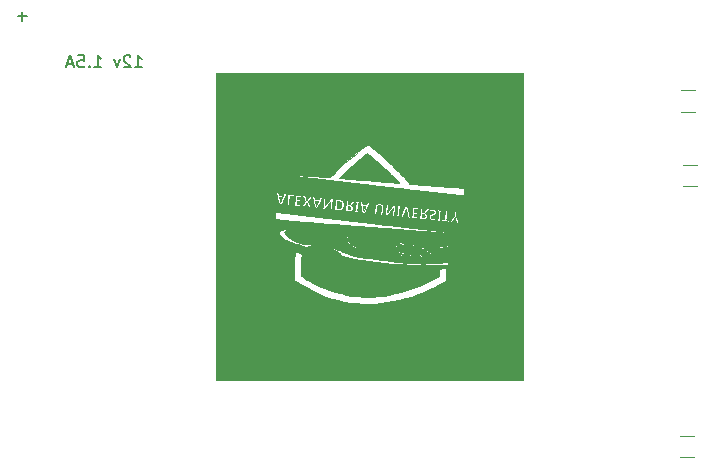
<source format=gbr>
%TF.GenerationSoftware,KiCad,Pcbnew,(5.1.6)-1*%
%TF.CreationDate,2021-03-31T23:30:28+02:00*%
%TF.ProjectId,DRIVER_8323_based,44524956-4552-45f3-9833-32335f626173,rev?*%
%TF.SameCoordinates,Original*%
%TF.FileFunction,Legend,Bot*%
%TF.FilePolarity,Positive*%
%FSLAX46Y46*%
G04 Gerber Fmt 4.6, Leading zero omitted, Abs format (unit mm)*
G04 Created by KiCad (PCBNEW (5.1.6)-1) date 2021-03-31 23:30:28*
%MOMM*%
%LPD*%
G01*
G04 APERTURE LIST*
%ADD10C,0.150000*%
%ADD11C,0.010000*%
%ADD12C,0.120000*%
G04 APERTURE END LIST*
D10*
X90980952Y-44671428D02*
X90219047Y-44671428D01*
X90600000Y-45052380D02*
X90600000Y-44290476D01*
X100121428Y-49002380D02*
X100692857Y-49002380D01*
X100407142Y-49002380D02*
X100407142Y-48002380D01*
X100502380Y-48145238D01*
X100597619Y-48240476D01*
X100692857Y-48288095D01*
X99740476Y-48097619D02*
X99692857Y-48050000D01*
X99597619Y-48002380D01*
X99359523Y-48002380D01*
X99264285Y-48050000D01*
X99216666Y-48097619D01*
X99169047Y-48192857D01*
X99169047Y-48288095D01*
X99216666Y-48430952D01*
X99788095Y-49002380D01*
X99169047Y-49002380D01*
X98835714Y-48335714D02*
X98597619Y-49002380D01*
X98359523Y-48335714D01*
X96692857Y-49002380D02*
X97264285Y-49002380D01*
X96978571Y-49002380D02*
X96978571Y-48002380D01*
X97073809Y-48145238D01*
X97169047Y-48240476D01*
X97264285Y-48288095D01*
X96264285Y-48907142D02*
X96216666Y-48954761D01*
X96264285Y-49002380D01*
X96311904Y-48954761D01*
X96264285Y-48907142D01*
X96264285Y-49002380D01*
X95311904Y-48002380D02*
X95788095Y-48002380D01*
X95835714Y-48478571D01*
X95788095Y-48430952D01*
X95692857Y-48383333D01*
X95454761Y-48383333D01*
X95359523Y-48430952D01*
X95311904Y-48478571D01*
X95264285Y-48573809D01*
X95264285Y-48811904D01*
X95311904Y-48907142D01*
X95359523Y-48954761D01*
X95454761Y-49002380D01*
X95692857Y-49002380D01*
X95788095Y-48954761D01*
X95835714Y-48907142D01*
X94883333Y-48716666D02*
X94407142Y-48716666D01*
X94978571Y-49002380D02*
X94645238Y-48002380D01*
X94311904Y-49002380D01*
D11*
%TO.C,G\u002A\u002A\u002A*%
G36*
X133004800Y-49495200D02*
G01*
X106995200Y-49495200D01*
X106995200Y-58033822D01*
X112269987Y-58033822D01*
X112270116Y-58033651D01*
X112283618Y-58033232D01*
X112319600Y-58034489D01*
X112375206Y-58037261D01*
X112447584Y-58041383D01*
X112533879Y-58046694D01*
X112631236Y-58053031D01*
X112736802Y-58060231D01*
X112737416Y-58060274D01*
X112866648Y-58069221D01*
X113013799Y-58079302D01*
X113171439Y-58090016D01*
X113332139Y-58100859D01*
X113488472Y-58111330D01*
X113633009Y-58120926D01*
X113694450Y-58124971D01*
X113824474Y-58133527D01*
X113964125Y-58142753D01*
X114107197Y-58152239D01*
X114247486Y-58161571D01*
X114378787Y-58170337D01*
X114494896Y-58178125D01*
X114558050Y-58182383D01*
X114666346Y-58189650D01*
X114779096Y-58197116D01*
X114890144Y-58204380D01*
X114993339Y-58211042D01*
X115082528Y-58216702D01*
X115142250Y-58220397D01*
X115229702Y-58225868D01*
X115323378Y-58232000D01*
X115413948Y-58238165D01*
X115492084Y-58243737D01*
X115516900Y-58245592D01*
X115585867Y-58250590D01*
X115671483Y-58256411D01*
X115765038Y-58262483D01*
X115857818Y-58268236D01*
X115904250Y-58270992D01*
X115995247Y-58276543D01*
X116101799Y-58283446D01*
X116214140Y-58291044D01*
X116322504Y-58298679D01*
X116392307Y-58303811D01*
X116651765Y-58323317D01*
X116740756Y-58224084D01*
X116796757Y-58163186D01*
X116868094Y-58088046D01*
X116951603Y-58001828D01*
X117044122Y-57907699D01*
X117142489Y-57808822D01*
X117243543Y-57708363D01*
X117344120Y-57609487D01*
X117441058Y-57515359D01*
X117531196Y-57429145D01*
X117593350Y-57370728D01*
X117868091Y-57119638D01*
X118162122Y-56859984D01*
X118476371Y-56590966D01*
X118811768Y-56311785D01*
X119034426Y-56130257D01*
X119106218Y-56072447D01*
X119184653Y-56009775D01*
X119267333Y-55944114D01*
X119351856Y-55877337D01*
X119435823Y-55811317D01*
X119516834Y-55747927D01*
X119592488Y-55689041D01*
X119660384Y-55636531D01*
X119718124Y-55592270D01*
X119763307Y-55558132D01*
X119793532Y-55535990D01*
X119806399Y-55527717D01*
X119806533Y-55527700D01*
X119818531Y-55534750D01*
X119847760Y-55554350D01*
X119890860Y-55584176D01*
X119944474Y-55621904D01*
X120003866Y-55664225D01*
X120205419Y-55813553D01*
X120419763Y-55981666D01*
X120644757Y-56166803D01*
X120878258Y-56367203D01*
X121114101Y-56577449D01*
X121283372Y-56733308D01*
X121466070Y-56905631D01*
X121659255Y-57091456D01*
X121859990Y-57287820D01*
X122065336Y-57491760D01*
X122272354Y-57700316D01*
X122478107Y-57910524D01*
X122679655Y-58119423D01*
X122874061Y-58324051D01*
X123058385Y-58521444D01*
X123229690Y-58708641D01*
X123244850Y-58725421D01*
X123296658Y-58782634D01*
X123334887Y-58823667D01*
X123362954Y-58851213D01*
X123384280Y-58867964D01*
X123402284Y-58876611D01*
X123420386Y-58879848D01*
X123441650Y-58880366D01*
X123470286Y-58881412D01*
X123519928Y-58884276D01*
X123586274Y-58888664D01*
X123665019Y-58894285D01*
X123751857Y-58900845D01*
X123809950Y-58905422D01*
X123904118Y-58912903D01*
X124017124Y-58921783D01*
X124142474Y-58931557D01*
X124273678Y-58941722D01*
X124404244Y-58951773D01*
X124527680Y-58961206D01*
X124552950Y-58963127D01*
X124681210Y-58972870D01*
X124824482Y-58983763D01*
X124974751Y-58995197D01*
X125124003Y-59006560D01*
X125264225Y-59017243D01*
X125387402Y-59026637D01*
X125391150Y-59026923D01*
X125514636Y-59036338D01*
X125655270Y-59047049D01*
X125804871Y-59058432D01*
X125955258Y-59069866D01*
X126098252Y-59080727D01*
X126223000Y-59090192D01*
X126344911Y-59099435D01*
X126476874Y-59109440D01*
X126611986Y-59119683D01*
X126743348Y-59129642D01*
X126864056Y-59138794D01*
X126967211Y-59146615D01*
X126978650Y-59147482D01*
X127139651Y-59159691D01*
X127295165Y-59171491D01*
X127442130Y-59182649D01*
X127577486Y-59192932D01*
X127698174Y-59202108D01*
X127801132Y-59209944D01*
X127883300Y-59216208D01*
X127914632Y-59218602D01*
X128025115Y-59227049D01*
X128017661Y-59533200D01*
X128015507Y-59618526D01*
X128013429Y-59694921D01*
X128011537Y-59758881D01*
X128009937Y-59806905D01*
X128008736Y-59835488D01*
X128008191Y-59842055D01*
X127995301Y-59841943D01*
X127960528Y-59839621D01*
X127907266Y-59835398D01*
X127838906Y-59829584D01*
X127758840Y-59822489D01*
X127670462Y-59814423D01*
X127577163Y-59805697D01*
X127482336Y-59796621D01*
X127389373Y-59787504D01*
X127301667Y-59778657D01*
X127222609Y-59770389D01*
X127213600Y-59769422D01*
X127038808Y-59750593D01*
X126886844Y-59734198D01*
X126755277Y-59719972D01*
X126641680Y-59707650D01*
X126543622Y-59696965D01*
X126458674Y-59687651D01*
X126384409Y-59679443D01*
X126318396Y-59672074D01*
X126258206Y-59665278D01*
X126201411Y-59658789D01*
X126165850Y-59654689D01*
X126083110Y-59645225D01*
X125998438Y-59635720D01*
X125919595Y-59627034D01*
X125854345Y-59620027D01*
X125829300Y-59617427D01*
X125762126Y-59610400D01*
X125672959Y-59600788D01*
X125565032Y-59588954D01*
X125441579Y-59575262D01*
X125305835Y-59560074D01*
X125161033Y-59543754D01*
X125010409Y-59526664D01*
X124857195Y-59509168D01*
X124704627Y-59491628D01*
X124578350Y-59477012D01*
X124501698Y-59468162D01*
X124428952Y-59459856D01*
X124365957Y-59452754D01*
X124318561Y-59447519D01*
X124298950Y-59445435D01*
X124264761Y-59441772D01*
X124211190Y-59435839D01*
X124144082Y-59428292D01*
X124069284Y-59419786D01*
X124019550Y-59414082D01*
X123937674Y-59404662D01*
X123838773Y-59393290D01*
X123731057Y-59380908D01*
X123622736Y-59368461D01*
X123522019Y-59356893D01*
X123517900Y-59356420D01*
X123242350Y-59324658D01*
X122954422Y-59291244D01*
X122666943Y-59257671D01*
X122489200Y-59236799D01*
X122411606Y-59227723D01*
X122338008Y-59219221D01*
X122274112Y-59211942D01*
X122225623Y-59206539D01*
X122203450Y-59204176D01*
X122168929Y-59200465D01*
X122115177Y-59194449D01*
X122048187Y-59186809D01*
X121973950Y-59178226D01*
X121930400Y-59173139D01*
X121850779Y-59163822D01*
X121753959Y-59152521D01*
X121647973Y-59140173D01*
X121540854Y-59127714D01*
X121440635Y-59116079D01*
X121435100Y-59115437D01*
X121329629Y-59103203D01*
X121211245Y-59089460D01*
X121089670Y-59075338D01*
X120974628Y-59061967D01*
X120882650Y-59051268D01*
X120784151Y-59039808D01*
X120676534Y-59027294D01*
X120568748Y-59014765D01*
X120469742Y-59003263D01*
X120400050Y-58995170D01*
X120202182Y-58972171D01*
X120001132Y-58948738D01*
X119803225Y-58925611D01*
X119614789Y-58903530D01*
X119442151Y-58883235D01*
X119365000Y-58874137D01*
X119265799Y-58862443D01*
X119151188Y-58848958D01*
X119030984Y-58834837D01*
X118915005Y-58821232D01*
X118825250Y-58810722D01*
X118609592Y-58785476D01*
X118403185Y-58761267D01*
X118209534Y-58738508D01*
X118032147Y-58717613D01*
X117874530Y-58698992D01*
X117796550Y-58689752D01*
X117712792Y-58679854D01*
X117612489Y-58668061D01*
X117504329Y-58655391D01*
X117396998Y-58642863D01*
X117307600Y-58632469D01*
X117203694Y-58620377D01*
X117086513Y-58606672D01*
X116966194Y-58592544D01*
X116852875Y-58579184D01*
X116774200Y-58569863D01*
X116583929Y-58547286D01*
X116373811Y-58522410D01*
X116149228Y-58495872D01*
X115915564Y-58468305D01*
X115678201Y-58440346D01*
X115442522Y-58412630D01*
X115262900Y-58391538D01*
X115159005Y-58379326D01*
X115041836Y-58365519D01*
X114921529Y-58351312D01*
X114808217Y-58337902D01*
X114729500Y-58328563D01*
X114630304Y-58316792D01*
X114515699Y-58303219D01*
X114395500Y-58289005D01*
X114279525Y-58275310D01*
X114189750Y-58264728D01*
X114091425Y-58253125D01*
X113985976Y-58240637D01*
X113881477Y-58228224D01*
X113786002Y-58216844D01*
X113707623Y-58207457D01*
X113707150Y-58207400D01*
X113628920Y-58198032D01*
X113533536Y-58186666D01*
X113429072Y-58174260D01*
X113323601Y-58161775D01*
X113225198Y-58150168D01*
X113224550Y-58150092D01*
X113120919Y-58137872D01*
X113005184Y-58124186D01*
X112886954Y-58110172D01*
X112775837Y-58096969D01*
X112691150Y-58086875D01*
X112606911Y-58076898D01*
X112525134Y-58067364D01*
X112451487Y-58058923D01*
X112391640Y-58052225D01*
X112351258Y-58047919D01*
X112350849Y-58047878D01*
X112308819Y-58042850D01*
X112279885Y-58037816D01*
X112269987Y-58033822D01*
X106995200Y-58033822D01*
X106995200Y-59324172D01*
X114910659Y-59324172D01*
X114918581Y-59273770D01*
X114949453Y-59227994D01*
X115004115Y-59185538D01*
X115073982Y-59149252D01*
X115140590Y-59113518D01*
X115181896Y-59077185D01*
X115197993Y-59040076D01*
X115188973Y-59002017D01*
X115167125Y-58974072D01*
X115145306Y-58955515D01*
X115122143Y-58946767D01*
X115088256Y-58945389D01*
X115062350Y-58946841D01*
X115018303Y-58951359D01*
X114982281Y-58957604D01*
X114967625Y-58962001D01*
X114952017Y-58964983D01*
X114946034Y-58950722D01*
X114945400Y-58933590D01*
X114948022Y-58909456D01*
X114959142Y-58894522D01*
X114983643Y-58886466D01*
X115026405Y-58882967D01*
X115053350Y-58882253D01*
X115112416Y-58887784D01*
X115167170Y-58903926D01*
X115169142Y-58904805D01*
X115222850Y-58938593D01*
X115253618Y-58981593D01*
X115262852Y-59032551D01*
X115256530Y-59080311D01*
X115235644Y-59120720D01*
X115197144Y-59157206D01*
X115137981Y-59193196D01*
X115105611Y-59209285D01*
X115042492Y-59242031D01*
X115001224Y-59270930D01*
X114979145Y-59298779D01*
X114973591Y-59328374D01*
X114976271Y-59345073D01*
X114995748Y-59381972D01*
X115032904Y-59404095D01*
X115089345Y-59412123D01*
X115130751Y-59410655D01*
X115175413Y-59407897D01*
X115199537Y-59409180D01*
X115207767Y-59415242D01*
X115206572Y-59422686D01*
X115199929Y-59451240D01*
X115199400Y-59459389D01*
X115188146Y-59471101D01*
X115158713Y-59476998D01*
X115117588Y-59477316D01*
X115071261Y-59472290D01*
X115026220Y-59462154D01*
X114998896Y-59452128D01*
X114955692Y-59425659D01*
X114929163Y-59390055D01*
X114924843Y-59380504D01*
X114910659Y-59324172D01*
X106995200Y-59324172D01*
X106995200Y-59516231D01*
X115397394Y-59516231D01*
X115399083Y-59480844D01*
X115402512Y-59428990D01*
X115407303Y-59365071D01*
X115413077Y-59293494D01*
X115419458Y-59218662D01*
X115426067Y-59144980D01*
X115432527Y-59076852D01*
X115438459Y-59018684D01*
X115443486Y-58974878D01*
X115447231Y-58949841D01*
X115447878Y-58947175D01*
X115462743Y-58934392D01*
X115479654Y-58931300D01*
X115491242Y-58932270D01*
X115498589Y-58938070D01*
X115502236Y-58953033D01*
X115502725Y-58981495D01*
X115500598Y-59027790D01*
X115497692Y-59075550D01*
X115494232Y-59147071D01*
X115494391Y-59197622D01*
X115498339Y-59231402D01*
X115504864Y-59250175D01*
X115536891Y-59291635D01*
X115577860Y-59310356D01*
X115595353Y-59311897D01*
X115633458Y-59301167D01*
X115661693Y-59267723D01*
X115680273Y-59211214D01*
X115687151Y-59163270D01*
X115694623Y-59086569D01*
X115700730Y-59031587D01*
X115706272Y-58994734D01*
X115712052Y-58972422D01*
X115718869Y-58961061D01*
X115727524Y-58957062D01*
X115733242Y-58956700D01*
X115755872Y-58961213D01*
X115762412Y-58966225D01*
X115764236Y-58983590D01*
X115763135Y-59019916D01*
X115759715Y-59069009D01*
X115754581Y-59124679D01*
X115748340Y-59180732D01*
X115743381Y-59217697D01*
X115926662Y-59217697D01*
X115932029Y-59155414D01*
X115948520Y-59096662D01*
X115974247Y-59051394D01*
X115977048Y-59048216D01*
X116029715Y-59008531D01*
X116091728Y-58990367D01*
X116157980Y-58994355D01*
X116218575Y-59018299D01*
X116246755Y-59044468D01*
X116253500Y-59067389D01*
X116249886Y-59091248D01*
X116237073Y-59093360D01*
X116213740Y-59075849D01*
X116187263Y-59061702D01*
X116148275Y-59051001D01*
X116133971Y-59048865D01*
X116095545Y-59046896D01*
X116069276Y-59054803D01*
X116042551Y-59076837D01*
X116038206Y-59081140D01*
X116009207Y-59118055D01*
X116000472Y-59148704D01*
X116012327Y-59170011D01*
X116028075Y-59176713D01*
X116053838Y-59180972D01*
X116096775Y-59186162D01*
X116148730Y-59191323D01*
X116162767Y-59192547D01*
X116268884Y-59201514D01*
X116260828Y-59251891D01*
X116241660Y-59323880D01*
X116210158Y-59374007D01*
X116165418Y-59403092D01*
X116106534Y-59411958D01*
X116085772Y-59410778D01*
X116024268Y-59394327D01*
X115977142Y-59357635D01*
X115943394Y-59299799D01*
X115934306Y-59273557D01*
X115926662Y-59217697D01*
X115743381Y-59217697D01*
X115741599Y-59230977D01*
X115734963Y-59269220D01*
X115731330Y-59283686D01*
X115706627Y-59328593D01*
X115666255Y-59354668D01*
X115608375Y-59363100D01*
X115608347Y-59363100D01*
X115565278Y-59358579D01*
X115532796Y-59341360D01*
X115516472Y-59326527D01*
X115479898Y-59289953D01*
X115473451Y-59342402D01*
X115468298Y-59386215D01*
X115462330Y-59439605D01*
X115459287Y-59467875D01*
X115453396Y-59510105D01*
X115445547Y-59532461D01*
X115433362Y-59540466D01*
X115427835Y-59540900D01*
X115404767Y-59536121D01*
X115397822Y-59530745D01*
X115397394Y-59516231D01*
X106995200Y-59516231D01*
X106995200Y-59588985D01*
X116394868Y-59588985D01*
X116397036Y-59548306D01*
X116401694Y-59490972D01*
X116408810Y-59414129D01*
X116418347Y-59314920D01*
X116418600Y-59312300D01*
X116426160Y-59233519D01*
X116432822Y-59163382D01*
X116438221Y-59105802D01*
X116441989Y-59064693D01*
X116443762Y-59043968D01*
X116443851Y-59042425D01*
X116453744Y-59033926D01*
X116475438Y-59035854D01*
X116490444Y-59042640D01*
X116494840Y-59052639D01*
X116496712Y-59076965D01*
X116495973Y-59117857D01*
X116492536Y-59177555D01*
X116486315Y-59258298D01*
X116478583Y-59347246D01*
X116470093Y-59440957D01*
X116463282Y-59512392D01*
X116457577Y-59564573D01*
X116452404Y-59600523D01*
X116447192Y-59623265D01*
X116441367Y-59635823D01*
X116434355Y-59641220D01*
X116425585Y-59642478D01*
X116422614Y-59642500D01*
X116411804Y-59642263D01*
X116403660Y-59639649D01*
X116398145Y-59631801D01*
X116395226Y-59615865D01*
X116394868Y-59588985D01*
X106995200Y-59588985D01*
X106995200Y-59609136D01*
X112075052Y-59609136D01*
X112086828Y-59601680D01*
X112119283Y-59600118D01*
X112168426Y-59604286D01*
X112230268Y-59614021D01*
X112240039Y-59615882D01*
X112262077Y-59621094D01*
X112276411Y-59629914D01*
X112283364Y-59642579D01*
X116667003Y-59642579D01*
X116668655Y-59607082D01*
X116672069Y-59555133D01*
X116676864Y-59491143D01*
X116682661Y-59419523D01*
X116689079Y-59344684D01*
X116695736Y-59271037D01*
X116702254Y-59202994D01*
X116708251Y-59144966D01*
X116713348Y-59101363D01*
X116717162Y-59076597D01*
X116717773Y-59074175D01*
X116732758Y-59061178D01*
X116748401Y-59058300D01*
X116767827Y-59064710D01*
X116773975Y-59088090D01*
X116774036Y-59093225D01*
X116772787Y-59116219D01*
X116769398Y-59160063D01*
X116764249Y-59220335D01*
X116757721Y-59292609D01*
X116750194Y-59372462D01*
X116748646Y-59388500D01*
X116741055Y-59467280D01*
X116734377Y-59537416D01*
X116728980Y-59594995D01*
X116725228Y-59636104D01*
X116723487Y-59656832D01*
X116723409Y-59658375D01*
X116713382Y-59666270D01*
X116691991Y-59667252D01*
X116672232Y-59661593D01*
X116667493Y-59657212D01*
X116667003Y-59642579D01*
X112283364Y-59642579D01*
X112286260Y-59647852D01*
X112294840Y-59680420D01*
X112303809Y-59725099D01*
X112313923Y-59774949D01*
X112322516Y-59805380D01*
X112332804Y-59821931D01*
X112348009Y-59830136D01*
X112367569Y-59834759D01*
X112400512Y-59839843D01*
X112449910Y-59845535D01*
X112506868Y-59850850D01*
X112527029Y-59852445D01*
X112642309Y-59861092D01*
X112679429Y-59763116D01*
X112716550Y-59665139D01*
X112791437Y-59672870D01*
X112815933Y-59675126D01*
X117222196Y-59675126D01*
X117224315Y-59640304D01*
X117228323Y-59587648D01*
X117233929Y-59520880D01*
X117240843Y-59443723D01*
X117243740Y-59412591D01*
X117251279Y-59331971D01*
X117257946Y-59259873D01*
X117263392Y-59200138D01*
X117267268Y-59156610D01*
X117269224Y-59133130D01*
X117269391Y-59130315D01*
X117281479Y-59126240D01*
X117315646Y-59126284D01*
X117368945Y-59130250D01*
X117438426Y-59137937D01*
X117497043Y-59145695D01*
X117538532Y-59154970D01*
X117556848Y-59168992D01*
X117554060Y-59189676D01*
X117550741Y-59195436D01*
X117539795Y-59203391D01*
X117517136Y-59206090D01*
X117477803Y-59203708D01*
X117439823Y-59199379D01*
X117391832Y-59194532D01*
X117354082Y-59192855D01*
X117333172Y-59194578D01*
X117331324Y-59195594D01*
X117326574Y-59211781D01*
X117321622Y-59246144D01*
X117317486Y-59291489D01*
X117317243Y-59295055D01*
X117311422Y-59382249D01*
X117688600Y-59382249D01*
X117698244Y-59307703D01*
X117725651Y-59246918D01*
X117768526Y-59202589D01*
X117824579Y-59177415D01*
X117866776Y-59172600D01*
X117911058Y-59175647D01*
X117949882Y-59183322D01*
X117961052Y-59187339D01*
X117988044Y-59210342D01*
X117993400Y-59231789D01*
X117989723Y-59255478D01*
X117976288Y-59258562D01*
X117949697Y-59242047D01*
X117909441Y-59225850D01*
X117861947Y-59226773D01*
X117818266Y-59244304D01*
X117812681Y-59248370D01*
X117775229Y-59292647D01*
X117755548Y-59347963D01*
X117753888Y-59407193D01*
X117764287Y-59442266D01*
X118133100Y-59442266D01*
X118141429Y-59365068D01*
X118167455Y-59303677D01*
X118208547Y-59257733D01*
X118258020Y-59231350D01*
X118317837Y-59222092D01*
X118379270Y-59230308D01*
X118422888Y-59249187D01*
X118466328Y-59289533D01*
X118496573Y-59346040D01*
X118510632Y-59411611D01*
X118509724Y-59455321D01*
X118499939Y-59495684D01*
X118667501Y-59495684D01*
X118671115Y-59483692D01*
X118685140Y-59469892D01*
X118715203Y-59469156D01*
X118720309Y-59469885D01*
X118759358Y-59475557D01*
X118806934Y-59482010D01*
X118822075Y-59483970D01*
X118861067Y-59490398D01*
X118878649Y-59498852D01*
X118878778Y-59512587D01*
X118871956Y-59524985D01*
X118859738Y-59532890D01*
X118833720Y-59535016D01*
X118789168Y-59531561D01*
X118769489Y-59529216D01*
X118716780Y-59522024D01*
X118685067Y-59515359D01*
X118670067Y-59507239D01*
X118667501Y-59495684D01*
X118499939Y-59495684D01*
X118491361Y-59531062D01*
X118457270Y-59589416D01*
X118409160Y-59628608D01*
X118348739Y-59646858D01*
X118324560Y-59647963D01*
X118253728Y-59636264D01*
X118197711Y-59604606D01*
X118158139Y-59554741D01*
X118136643Y-59488421D01*
X118133100Y-59442266D01*
X117764287Y-59442266D01*
X117770500Y-59463216D01*
X117803576Y-59507105D01*
X117832038Y-59529543D01*
X117857824Y-59538743D01*
X117892967Y-59538167D01*
X117906425Y-59536690D01*
X117943366Y-59533397D01*
X117961641Y-59536212D01*
X117967621Y-59546981D01*
X117968000Y-59554513D01*
X117957223Y-59578635D01*
X117928715Y-59592840D01*
X117888209Y-59596939D01*
X117841437Y-59590740D01*
X117794133Y-59574054D01*
X117771056Y-59561057D01*
X117735211Y-59524858D01*
X117707126Y-59472494D01*
X117690940Y-59412941D01*
X117688600Y-59382249D01*
X117311422Y-59382249D01*
X117311187Y-59385759D01*
X117357018Y-59393340D01*
X117403483Y-59398744D01*
X117450475Y-59401061D01*
X117481834Y-59403113D01*
X117495252Y-59412461D01*
X117498099Y-59434272D01*
X117498100Y-59434443D01*
X117498100Y-59467685D01*
X117404015Y-59458868D01*
X117354879Y-59454748D01*
X117323883Y-59456523D01*
X117306448Y-59468604D01*
X117297997Y-59495401D01*
X117293953Y-59541325D01*
X117292530Y-59566300D01*
X117288550Y-59636150D01*
X117390150Y-59648850D01*
X117441048Y-59655902D01*
X117471923Y-59662762D01*
X117488051Y-59671492D01*
X117494707Y-59684154D01*
X117495808Y-59690125D01*
X117493850Y-59706761D01*
X119050360Y-59706761D01*
X119051123Y-59681431D01*
X119053270Y-59664725D01*
X119056751Y-59635195D01*
X119061558Y-59589390D01*
X119067104Y-59533517D01*
X119072806Y-59473785D01*
X119078079Y-59416400D01*
X119082336Y-59367570D01*
X119084994Y-59333501D01*
X119085589Y-59321825D01*
X119096493Y-59314690D01*
X119117703Y-59312300D01*
X119134564Y-59313247D01*
X119143464Y-59319816D01*
X119145901Y-59337604D01*
X119143374Y-59372209D01*
X119140670Y-59398025D01*
X119135542Y-59457184D01*
X119131908Y-59519771D01*
X119130791Y-59557849D01*
X119131798Y-59601812D01*
X119137942Y-59629556D01*
X119152250Y-59650175D01*
X119165683Y-59662624D01*
X119200065Y-59686877D01*
X119228274Y-59690450D01*
X119258642Y-59673512D01*
X119269113Y-59664725D01*
X119284929Y-59648049D01*
X119295891Y-59627128D01*
X119303803Y-59595967D01*
X119310473Y-59548567D01*
X119314051Y-59515500D01*
X119319524Y-59459582D01*
X119323815Y-59410610D01*
X119326305Y-59375918D01*
X119326679Y-59366275D01*
X119333057Y-59344244D01*
X119356062Y-59337727D01*
X119358650Y-59337700D01*
X119373523Y-59338198D01*
X119383170Y-59342444D01*
X119388102Y-59354572D01*
X119388828Y-59378713D01*
X119385858Y-59419000D01*
X119379702Y-59479564D01*
X119378067Y-59495102D01*
X119372819Y-59556313D01*
X119372515Y-59599462D01*
X119377418Y-59631454D01*
X119384028Y-59650758D01*
X119411601Y-59690355D01*
X119450039Y-59710216D01*
X119493795Y-59707633D01*
X119497710Y-59706244D01*
X119517729Y-59692936D01*
X119533202Y-59667972D01*
X119545095Y-59628000D01*
X119554373Y-59569666D01*
X119562003Y-59489617D01*
X119562691Y-59480575D01*
X119567113Y-59425596D01*
X119571483Y-59391159D01*
X119577450Y-59372466D01*
X119586665Y-59364715D01*
X119600779Y-59363108D01*
X119603090Y-59363100D01*
X119634704Y-59363100D01*
X119626255Y-59474225D01*
X119624067Y-59497317D01*
X119795028Y-59497317D01*
X119805600Y-59449037D01*
X119834013Y-59408610D01*
X119873000Y-59384634D01*
X119906554Y-59381590D01*
X119949720Y-59389274D01*
X119990364Y-59405288D01*
X119996825Y-59409090D01*
X120018563Y-59428006D01*
X120026205Y-59442768D01*
X120030508Y-59444808D01*
X120038844Y-59428833D01*
X120056650Y-59406257D01*
X120072964Y-59403829D01*
X120082925Y-59408400D01*
X120089133Y-59420289D01*
X120092210Y-59444077D01*
X120092776Y-59484344D01*
X120091572Y-59541297D01*
X120086921Y-59633721D01*
X120077816Y-59703647D01*
X120062852Y-59753790D01*
X120040622Y-59786870D01*
X120009720Y-59805603D01*
X119968741Y-59812707D01*
X119951023Y-59812937D01*
X119893276Y-59805845D01*
X119847359Y-59788376D01*
X119817972Y-59763036D01*
X119809500Y-59737424D01*
X119814754Y-59711343D01*
X119829357Y-59708697D01*
X119847321Y-59724714D01*
X119873582Y-59741504D01*
X119912963Y-59752351D01*
X119953402Y-59754665D01*
X119971568Y-59751413D01*
X119993103Y-59735809D01*
X120011507Y-59709268D01*
X120020964Y-59682042D01*
X120018989Y-59667803D01*
X120003771Y-59659497D01*
X119971417Y-59649332D01*
X119940259Y-59641963D01*
X119874022Y-59620354D01*
X119832530Y-59591285D01*
X119803578Y-59546913D01*
X119795028Y-59497317D01*
X119624067Y-59497317D01*
X119616988Y-59572024D01*
X119605019Y-59646930D01*
X119588995Y-59701411D01*
X119567563Y-59737940D01*
X119539369Y-59758987D01*
X119503061Y-59767021D01*
X119466600Y-59765667D01*
X119421483Y-59755559D01*
X119389549Y-59733677D01*
X119379313Y-59722118D01*
X119349176Y-59684878D01*
X119319565Y-59714489D01*
X119278167Y-59739517D01*
X119229962Y-59742941D01*
X119181359Y-59724850D01*
X119164116Y-59712350D01*
X119133753Y-59688673D01*
X119117458Y-59682112D01*
X119111408Y-59691751D01*
X119111000Y-59699650D01*
X119099918Y-59714946D01*
X119078471Y-59718700D01*
X119058396Y-59716872D01*
X119050360Y-59706761D01*
X117493850Y-59706761D01*
X117493130Y-59712871D01*
X117476758Y-59718596D01*
X117452010Y-59717136D01*
X117412340Y-59713418D01*
X117364384Y-59708228D01*
X117314778Y-59702355D01*
X117270157Y-59696585D01*
X117237156Y-59691707D01*
X117222411Y-59688508D01*
X117222256Y-59688390D01*
X117222196Y-59675126D01*
X112815933Y-59675126D01*
X112837758Y-59677136D01*
X112877824Y-59679943D01*
X112896212Y-59680600D01*
X112919158Y-59686061D01*
X112926100Y-59695725D01*
X112921110Y-59710392D01*
X112906897Y-59745604D01*
X112884595Y-59798716D01*
X112855336Y-59867080D01*
X112820256Y-59948049D01*
X112780487Y-60038976D01*
X112737162Y-60137215D01*
X112732425Y-60147911D01*
X112538750Y-60584974D01*
X112424450Y-60576275D01*
X112373003Y-60571534D01*
X112331710Y-60566182D01*
X112306743Y-60561090D01*
X112302431Y-60559063D01*
X112298022Y-60545412D01*
X112288649Y-60510329D01*
X112275102Y-60457121D01*
X112258173Y-60389095D01*
X112238654Y-60309559D01*
X112217336Y-60221819D01*
X112195010Y-60129182D01*
X112172469Y-60034956D01*
X112150504Y-59942447D01*
X112129907Y-59854964D01*
X112111469Y-59775811D01*
X112095982Y-59708298D01*
X112084237Y-59655731D01*
X112077026Y-59621416D01*
X112075052Y-59609136D01*
X106995200Y-59609136D01*
X106995200Y-60597729D01*
X112967425Y-60597729D01*
X112969768Y-60578424D01*
X112972712Y-60551905D01*
X112977532Y-60503949D01*
X112983860Y-60438422D01*
X112991328Y-60359187D01*
X112999568Y-60270109D01*
X113008211Y-60175051D01*
X113008707Y-60169550D01*
X113019537Y-60048870D01*
X113028370Y-59951079D01*
X113035635Y-59873784D01*
X113041763Y-59814590D01*
X113047183Y-59771103D01*
X113052323Y-59740929D01*
X113057614Y-59721673D01*
X113063484Y-59710942D01*
X113070363Y-59706341D01*
X113078681Y-59705476D01*
X113088866Y-59705952D01*
X113091836Y-59706000D01*
X113117762Y-59707338D01*
X113163162Y-59711006D01*
X113222271Y-59716492D01*
X113289324Y-59723278D01*
X113310133Y-59725492D01*
X113379120Y-59733067D01*
X113442514Y-59740302D01*
X113494322Y-59746494D01*
X113528552Y-59750941D01*
X113534208Y-59751783D01*
X113577166Y-59758583D01*
X113570246Y-59834895D01*
X113565528Y-59876474D01*
X113560312Y-59906854D01*
X113556546Y-59917987D01*
X113542011Y-59919354D01*
X113507378Y-59918102D01*
X113457784Y-59914527D01*
X113398364Y-59908928D01*
X113396470Y-59908730D01*
X113337100Y-59902949D01*
X113287678Y-59898950D01*
X113253238Y-59897083D01*
X113238818Y-59897698D01*
X113238735Y-59897772D01*
X113236474Y-59911227D01*
X113232252Y-59946779D01*
X113226401Y-60001228D01*
X113219252Y-60071375D01*
X113211139Y-60154021D01*
X113202391Y-60245965D01*
X113200111Y-60270381D01*
X113191206Y-60364420D01*
X113182781Y-60450190D01*
X113175179Y-60524443D01*
X113168743Y-60583935D01*
X113163817Y-60625420D01*
X113160743Y-60645650D01*
X113160310Y-60646997D01*
X113143751Y-60651474D01*
X113104448Y-60650362D01*
X113044408Y-60643777D01*
X113004802Y-60638096D01*
X112978640Y-60632657D01*
X112967731Y-60621840D01*
X112967425Y-60597729D01*
X106995200Y-60597729D01*
X106995200Y-60688946D01*
X113613259Y-60688946D01*
X113615131Y-60653587D01*
X113618858Y-60599865D01*
X113624131Y-60531236D01*
X113630643Y-60451160D01*
X113638087Y-60363093D01*
X113646154Y-60270494D01*
X113654537Y-60176821D01*
X113662929Y-60085531D01*
X113671021Y-60000082D01*
X113678506Y-59923933D01*
X113685077Y-59860541D01*
X113690425Y-59813365D01*
X113694243Y-59785861D01*
X113695598Y-59780343D01*
X113710710Y-59775763D01*
X113739763Y-59777042D01*
X113742307Y-59777409D01*
X113768487Y-59780764D01*
X113814744Y-59786069D01*
X113875881Y-59792752D01*
X113946701Y-59800242D01*
X113999250Y-59805659D01*
X114110882Y-59817041D01*
X120268538Y-59817041D01*
X120269600Y-59786459D01*
X120273686Y-59739570D01*
X120280598Y-59672902D01*
X120285862Y-59623450D01*
X120292648Y-59559386D01*
X120298356Y-59505117D01*
X120302504Y-59465257D01*
X120304611Y-59444421D01*
X120304776Y-59442475D01*
X120315717Y-59440101D01*
X120337125Y-59439300D01*
X120358816Y-59441985D01*
X120365547Y-59455134D01*
X120363041Y-59480575D01*
X120352511Y-59565706D01*
X120611003Y-59565706D01*
X120632759Y-59517880D01*
X120646723Y-59501824D01*
X120692262Y-59470695D01*
X120740803Y-59464610D01*
X120791201Y-59483553D01*
X120818708Y-59504116D01*
X120845719Y-59526878D01*
X120858963Y-59533720D01*
X120863278Y-59526012D01*
X120863600Y-59516816D01*
X120870428Y-59496049D01*
X120894775Y-59490102D01*
X120895350Y-59490100D01*
X120909274Y-59490360D01*
X120918688Y-59493662D01*
X120923879Y-59503790D01*
X120925131Y-59524528D01*
X120922732Y-59559659D01*
X120916967Y-59612966D01*
X120909464Y-59676837D01*
X120898098Y-59756861D01*
X120884757Y-59814915D01*
X120867984Y-59854422D01*
X120846325Y-59878806D01*
X120818324Y-59891493D01*
X120818222Y-59891518D01*
X120792185Y-59894201D01*
X121040743Y-59894201D01*
X121053562Y-59876538D01*
X121076325Y-59868769D01*
X121093315Y-59865729D01*
X121104179Y-59857916D01*
X121110946Y-59840131D01*
X121115648Y-59807176D01*
X121120075Y-59756800D01*
X121125105Y-59701315D01*
X121130557Y-59650666D01*
X121135426Y-59613977D01*
X121136422Y-59608126D01*
X121152144Y-59570467D01*
X121180090Y-59539597D01*
X121213033Y-59521738D01*
X121237773Y-59520902D01*
X121266619Y-59526795D01*
X121279525Y-59528027D01*
X121291764Y-59538946D01*
X121295400Y-59557751D01*
X121291759Y-59578265D01*
X121275744Y-59583637D01*
X121258429Y-59581875D01*
X121226611Y-59583261D01*
X121208200Y-59601222D01*
X121201602Y-59623203D01*
X121194371Y-59662112D01*
X121187291Y-59711154D01*
X121181143Y-59763532D01*
X121176710Y-59812453D01*
X121174775Y-59851119D01*
X121176120Y-59872737D01*
X121176761Y-59874275D01*
X121192149Y-59880640D01*
X121222198Y-59883742D01*
X121227182Y-59883800D01*
X121256876Y-59885921D01*
X121267943Y-59895400D01*
X121267708Y-59912375D01*
X121261183Y-59931312D01*
X121243837Y-59938074D01*
X121217598Y-59937422D01*
X121184687Y-59939867D01*
X121165567Y-59956258D01*
X121157115Y-59990792D01*
X121155873Y-60020325D01*
X121147236Y-60043311D01*
X121128172Y-60048187D01*
X121108824Y-60033025D01*
X121101805Y-60010118D01*
X121098573Y-59975780D01*
X121098550Y-59972700D01*
X121095458Y-59941508D01*
X121083128Y-59927502D01*
X121069975Y-59924192D01*
X121045893Y-59912888D01*
X121040743Y-59894201D01*
X120792185Y-59894201D01*
X120769844Y-59896503D01*
X120719773Y-59890212D01*
X120674376Y-59874971D01*
X120640019Y-59853101D01*
X120623071Y-59826929D01*
X120622300Y-59820008D01*
X120622850Y-59803444D01*
X120628274Y-59797076D01*
X120644230Y-59800904D01*
X120676377Y-59814930D01*
X120687588Y-59820022D01*
X120735821Y-59839023D01*
X120769805Y-59843755D01*
X120796295Y-59834232D01*
X120812800Y-59820300D01*
X120835971Y-59790458D01*
X120837655Y-59766646D01*
X120816657Y-59746885D01*
X120771785Y-59729193D01*
X120755058Y-59724416D01*
X120695839Y-59704249D01*
X120655837Y-59679980D01*
X120640758Y-59664881D01*
X120613622Y-59616002D01*
X120611003Y-59565706D01*
X120352511Y-59565706D01*
X120349956Y-59586358D01*
X120347304Y-59670041D01*
X120355378Y-59732814D01*
X120374471Y-59775866D01*
X120404876Y-59800386D01*
X120443665Y-59807600D01*
X120463627Y-59817292D01*
X120470742Y-59838699D01*
X120462459Y-59860319D01*
X120456433Y-59865224D01*
X120432046Y-59867166D01*
X120400012Y-59854165D01*
X120368971Y-59830771D01*
X120352268Y-59810345D01*
X120330875Y-59775850D01*
X120330537Y-59810775D01*
X120326021Y-59836545D01*
X120308507Y-59845264D01*
X120298450Y-59845700D01*
X120285454Y-59845645D01*
X120276268Y-59843163D01*
X120270695Y-59834785D01*
X120268538Y-59817041D01*
X114110882Y-59817041D01*
X114215150Y-59827672D01*
X114210803Y-59909711D01*
X114207958Y-59952450D01*
X114204782Y-59983696D01*
X114202147Y-59996174D01*
X114188628Y-59996520D01*
X114154810Y-59994283D01*
X114105619Y-59989861D01*
X114045980Y-59983658D01*
X114038615Y-59982842D01*
X113879393Y-59965088D01*
X113872243Y-60022869D01*
X113866199Y-60071318D01*
X113860196Y-60118870D01*
X113858996Y-60128275D01*
X113857351Y-60159078D01*
X113860884Y-60176044D01*
X113862574Y-60177094D01*
X113878508Y-60178902D01*
X113913974Y-60182849D01*
X113963258Y-60188301D01*
X114005600Y-60192969D01*
X114138950Y-60207650D01*
X114134418Y-60290200D01*
X114131691Y-60332840D01*
X114128985Y-60363778D01*
X114126984Y-60375951D01*
X114113986Y-60376006D01*
X114081040Y-60373678D01*
X114033443Y-60369392D01*
X113988137Y-60364813D01*
X113931999Y-60359641D01*
X113885621Y-60356776D01*
X113854545Y-60356472D01*
X113844453Y-60358214D01*
X113839948Y-60373813D01*
X113835192Y-60407857D01*
X113831119Y-60453419D01*
X113830658Y-60460313D01*
X113824602Y-60554673D01*
X113892876Y-60562881D01*
X113944757Y-60568927D01*
X114005512Y-60575741D01*
X114043700Y-60579888D01*
X114126250Y-60588688D01*
X114121718Y-60671219D01*
X114118932Y-60713932D01*
X114116075Y-60745018D01*
X114113880Y-60757355D01*
X114100572Y-60757511D01*
X114066750Y-60755085D01*
X114017109Y-60750592D01*
X113956345Y-60744546D01*
X113889154Y-60737463D01*
X113820231Y-60729857D01*
X113754274Y-60722243D01*
X113695977Y-60715138D01*
X113650036Y-60709054D01*
X113621147Y-60704509D01*
X113613549Y-60702483D01*
X113613259Y-60688946D01*
X106995200Y-60688946D01*
X106995200Y-60765755D01*
X114221500Y-60765755D01*
X114228333Y-60754210D01*
X114247359Y-60725050D01*
X114276369Y-60681586D01*
X114313155Y-60627124D01*
X114355506Y-60564974D01*
X114358643Y-60560389D01*
X114401999Y-60496972D01*
X114440671Y-60440247D01*
X114472262Y-60393744D01*
X114494376Y-60360990D01*
X114504616Y-60345514D01*
X114504745Y-60345305D01*
X114502154Y-60329918D01*
X114489783Y-60295389D01*
X114469139Y-60245332D01*
X114441731Y-60183359D01*
X114409065Y-60113082D01*
X114399351Y-60092759D01*
X114365097Y-60021075D01*
X114334942Y-59957107D01*
X114310520Y-59904395D01*
X114293467Y-59866478D01*
X114285418Y-59846894D01*
X114285000Y-59845188D01*
X114288800Y-59841101D01*
X114302609Y-59839762D01*
X114330043Y-59841414D01*
X114374715Y-59846297D01*
X114440240Y-59854656D01*
X114454591Y-59856556D01*
X114516232Y-59864750D01*
X114576953Y-60023500D01*
X114600160Y-60084379D01*
X114620537Y-60138215D01*
X114636111Y-60179768D01*
X114644908Y-60203798D01*
X114645622Y-60205866D01*
X114652033Y-60210918D01*
X114664512Y-60201286D01*
X114684739Y-60174881D01*
X114714395Y-60129617D01*
X114739159Y-60089687D01*
X114773227Y-60034395D01*
X114804067Y-59984983D01*
X114828446Y-59946586D01*
X114843132Y-59924344D01*
X114843800Y-59923404D01*
X114862850Y-59896915D01*
X115078750Y-59917674D01*
X115169375Y-59927184D01*
X115236239Y-59936079D01*
X115280963Y-59944632D01*
X115305171Y-59953118D01*
X115309468Y-59956549D01*
X115319671Y-59979109D01*
X115329250Y-60016541D01*
X115333271Y-60040358D01*
X115340128Y-60088523D01*
X115348125Y-60121692D01*
X115361700Y-60143205D01*
X115385290Y-60156405D01*
X115423332Y-60164633D01*
X115480261Y-60171231D01*
X115511185Y-60174351D01*
X115569858Y-60179747D01*
X115618742Y-60183198D01*
X115652634Y-60184410D01*
X115666269Y-60183165D01*
X115673929Y-60169284D01*
X115688621Y-60138097D01*
X115707500Y-60095695D01*
X115712315Y-60084579D01*
X115752088Y-59992266D01*
X115809119Y-59995504D01*
X115876747Y-60000539D01*
X115921880Y-60007107D01*
X115947415Y-60015994D01*
X115956247Y-60027989D01*
X115955333Y-60035306D01*
X115948684Y-60051657D01*
X115932854Y-60088441D01*
X115909052Y-60142913D01*
X115878488Y-60212328D01*
X115842370Y-60293940D01*
X115801906Y-60385005D01*
X115758749Y-60481784D01*
X115569182Y-60906150D01*
X115489066Y-60902987D01*
X115423542Y-60899808D01*
X115378810Y-60895133D01*
X115350263Y-60887077D01*
X115333296Y-60873756D01*
X115323301Y-60853288D01*
X115317808Y-60832944D01*
X115273385Y-60646605D01*
X115233616Y-60480877D01*
X115198635Y-60336304D01*
X115168576Y-60213429D01*
X115143574Y-60112795D01*
X115123764Y-60034944D01*
X115109280Y-59980421D01*
X115100256Y-59949768D01*
X115097429Y-59942950D01*
X115087576Y-59949578D01*
X115065487Y-59974186D01*
X115033445Y-60013911D01*
X114993735Y-60065892D01*
X114948641Y-60127266D01*
X114933173Y-60148804D01*
X114778517Y-60365359D01*
X114886026Y-60604005D01*
X114993536Y-60842650D01*
X114953593Y-60846291D01*
X114917348Y-60846522D01*
X114870176Y-60843009D01*
X114845747Y-60839941D01*
X114777844Y-60829950D01*
X114722081Y-60691208D01*
X114699038Y-60631972D01*
X114679130Y-60577277D01*
X114664682Y-60533731D01*
X114658396Y-60510233D01*
X114649825Y-60483366D01*
X114638904Y-60468182D01*
X114630210Y-60468963D01*
X114627900Y-60481728D01*
X114621957Y-60497297D01*
X114605664Y-60530430D01*
X114581323Y-60576670D01*
X114551238Y-60631555D01*
X114542296Y-60647512D01*
X114456693Y-60799568D01*
X114374021Y-60791761D01*
X114305321Y-60784339D01*
X114255633Y-60776961D01*
X114227326Y-60770033D01*
X114221500Y-60765755D01*
X106995200Y-60765755D01*
X106995200Y-60944639D01*
X116002518Y-60944639D01*
X116004549Y-60909537D01*
X116008368Y-60856063D01*
X116013672Y-60787676D01*
X116020161Y-60707833D01*
X116027530Y-60619992D01*
X116035479Y-60527612D01*
X116043704Y-60434150D01*
X116051903Y-60343064D01*
X116059774Y-60257812D01*
X116067014Y-60181851D01*
X116073322Y-60118640D01*
X116078395Y-60071636D01*
X116081930Y-60044298D01*
X116082880Y-60039523D01*
X116096625Y-60032872D01*
X116127341Y-60030238D01*
X116166996Y-60031160D01*
X116207560Y-60035176D01*
X116240999Y-60041825D01*
X116258272Y-60049594D01*
X116259709Y-60063928D01*
X116258978Y-60099334D01*
X116256417Y-60151607D01*
X116252364Y-60216545D01*
X116247157Y-60289943D01*
X116241133Y-60367596D01*
X116234630Y-60445301D01*
X116227986Y-60518853D01*
X116221540Y-60584049D01*
X116215627Y-60636683D01*
X116210588Y-60672554D01*
X116207049Y-60687075D01*
X116205447Y-60696457D01*
X116206228Y-60696600D01*
X116214885Y-60686895D01*
X116236981Y-60659421D01*
X116270597Y-60616639D01*
X116313815Y-60561013D01*
X116364716Y-60495005D01*
X116421381Y-60421077D01*
X116444665Y-60390583D01*
X116678073Y-60084565D01*
X116722961Y-60091993D01*
X116766142Y-60097364D01*
X116805950Y-60099755D01*
X116826750Y-60100082D01*
X116842883Y-60102476D01*
X116854636Y-60109671D01*
X116862296Y-60124399D01*
X116866151Y-60149394D01*
X116866489Y-60187388D01*
X116863596Y-60241114D01*
X116857760Y-60313306D01*
X116849269Y-60406695D01*
X116844098Y-60462409D01*
X116835281Y-60557511D01*
X116826866Y-60648330D01*
X116819251Y-60730574D01*
X116812833Y-60799947D01*
X116808010Y-60852155D01*
X116805376Y-60880750D01*
X116800350Y-60930571D01*
X116794917Y-60977006D01*
X116791807Y-60999615D01*
X116787257Y-61029118D01*
X116995059Y-61029118D01*
X116997243Y-61009375D01*
X116999952Y-60983968D01*
X117004675Y-60936800D01*
X117011071Y-60871404D01*
X117018798Y-60791309D01*
X117027515Y-60700047D01*
X117036880Y-60601148D01*
X117041496Y-60552095D01*
X117050917Y-60453285D01*
X117059830Y-60362642D01*
X117067911Y-60283250D01*
X117074836Y-60218189D01*
X117080281Y-60170542D01*
X117083921Y-60143389D01*
X117085047Y-60138290D01*
X117098894Y-60136638D01*
X117133533Y-60137893D01*
X117184561Y-60141749D01*
X117247575Y-60147897D01*
X117289487Y-60152580D01*
X117335621Y-60158448D01*
X121401896Y-60158448D01*
X121402764Y-60146164D01*
X121405745Y-60112894D01*
X121410420Y-60062923D01*
X121416371Y-60000538D01*
X121423179Y-59930026D01*
X121430423Y-59855672D01*
X121437687Y-59781764D01*
X121444550Y-59712588D01*
X121450594Y-59652431D01*
X121455400Y-59605578D01*
X121458549Y-59576316D01*
X121459544Y-59568592D01*
X121470726Y-59565325D01*
X121491932Y-59569965D01*
X121510653Y-59578700D01*
X121515535Y-59585652D01*
X121513855Y-59602817D01*
X121510978Y-59639447D01*
X121507349Y-59689661D01*
X121504446Y-59732049D01*
X121500730Y-59792114D01*
X121499674Y-59832600D01*
X121501999Y-59859251D01*
X121508423Y-59877815D01*
X121519666Y-59894037D01*
X121525611Y-59901084D01*
X121562472Y-59928961D01*
X121604375Y-59938382D01*
X121643571Y-59928779D01*
X121664577Y-59911270D01*
X121674777Y-59895640D01*
X121683001Y-59874257D01*
X121690048Y-59842939D01*
X121696718Y-59797507D01*
X121703812Y-59733780D01*
X121709327Y-59677425D01*
X121714347Y-59631910D01*
X121720206Y-59606170D01*
X121729401Y-59594635D01*
X121744426Y-59591735D01*
X121747729Y-59591700D01*
X121770886Y-59595763D01*
X121778000Y-59603055D01*
X121776302Y-59635680D01*
X121771797Y-59684239D01*
X121765362Y-59741710D01*
X121757877Y-59801074D01*
X121750221Y-59855309D01*
X121748198Y-59867564D01*
X121931359Y-59867564D01*
X121932705Y-59824120D01*
X121940949Y-59754344D01*
X121959781Y-59703199D01*
X121992239Y-59665065D01*
X122032902Y-59638633D01*
X122086782Y-59622486D01*
X122146683Y-59623230D01*
X122201611Y-59640113D01*
X122219991Y-59651414D01*
X122266730Y-59693834D01*
X122293371Y-59739779D01*
X122303934Y-59797473D01*
X122304568Y-59824407D01*
X122295373Y-59905182D01*
X122269785Y-59969661D01*
X122229171Y-60016114D01*
X122196062Y-60032401D01*
X122464557Y-60032401D01*
X122465997Y-59994264D01*
X122470187Y-59938069D01*
X122476921Y-59860319D01*
X122477476Y-59854048D01*
X122483984Y-59782009D01*
X122489298Y-59731465D01*
X122494444Y-59698607D01*
X122500444Y-59679627D01*
X122508323Y-59670717D01*
X122519104Y-59668069D01*
X122527515Y-59667900D01*
X122538491Y-59668923D01*
X122545612Y-59674775D01*
X122549364Y-59689631D01*
X122550234Y-59717666D01*
X122548707Y-59763057D01*
X122545617Y-59823475D01*
X122542380Y-59889076D01*
X122541282Y-59934325D01*
X122542834Y-59964217D01*
X122547545Y-59983747D01*
X122555926Y-59997912D01*
X122564404Y-60007472D01*
X122604437Y-60036075D01*
X122646494Y-60044643D01*
X122684513Y-60033728D01*
X122712432Y-60003885D01*
X122717123Y-59993529D01*
X122723805Y-59966572D01*
X122730747Y-59923775D01*
X122736195Y-59876826D01*
X122743279Y-59804828D01*
X122749416Y-59754404D01*
X122755537Y-59721797D01*
X122762573Y-59703252D01*
X122771454Y-59695011D01*
X122781666Y-59693300D01*
X122804094Y-59697783D01*
X122810484Y-59702825D01*
X122811560Y-59718826D01*
X122810215Y-59753746D01*
X122806974Y-59801277D01*
X122802361Y-59855110D01*
X122796900Y-59908936D01*
X122791117Y-59956446D01*
X122787281Y-59981852D01*
X122774097Y-60019451D01*
X122751114Y-60057269D01*
X122747915Y-60061227D01*
X122721941Y-60086514D01*
X122693370Y-60097572D01*
X122658544Y-60099700D01*
X122615489Y-60095623D01*
X122583800Y-60079976D01*
X122565394Y-60063549D01*
X122542048Y-60041771D01*
X122530092Y-60037150D01*
X122523892Y-60047994D01*
X122523110Y-60050849D01*
X122506731Y-60070283D01*
X122490388Y-60074300D01*
X122478782Y-60073430D01*
X122470744Y-60068488D01*
X122466071Y-60055977D01*
X122464557Y-60032401D01*
X122196062Y-60032401D01*
X122174897Y-60042812D01*
X122127250Y-60048833D01*
X122058907Y-60037006D01*
X121998754Y-60003762D01*
X121958144Y-59960000D01*
X121942131Y-59932478D01*
X121933753Y-59904605D01*
X121931359Y-59867564D01*
X121748198Y-59867564D01*
X121743273Y-59897395D01*
X121738481Y-59918686D01*
X121712631Y-59963956D01*
X121673185Y-59991140D01*
X121625373Y-59999207D01*
X121574425Y-59987122D01*
X121531763Y-59959538D01*
X121487843Y-59920975D01*
X121480069Y-59994463D01*
X121472451Y-60065787D01*
X121466546Y-60115499D01*
X121461329Y-60147240D01*
X121455776Y-60164650D01*
X121448861Y-60171369D01*
X121439559Y-60171038D01*
X121431059Y-60168554D01*
X121408844Y-60161297D01*
X121401896Y-60158448D01*
X117335621Y-60158448D01*
X117377738Y-60163805D01*
X117445728Y-60174799D01*
X117498561Y-60186620D01*
X117541344Y-60200325D01*
X117562898Y-60209256D01*
X117637413Y-60254256D01*
X117706179Y-60317029D01*
X117761611Y-60390012D01*
X117781573Y-60427142D01*
X117793789Y-60457079D01*
X117801778Y-60487904D01*
X117806336Y-60525916D01*
X117808257Y-60577416D01*
X117808397Y-60639450D01*
X117806581Y-60719452D01*
X117801780Y-60779424D01*
X117793424Y-60824623D01*
X117785651Y-60849000D01*
X117742032Y-60936610D01*
X117684931Y-61003729D01*
X117611579Y-61052832D01*
X117520121Y-61086155D01*
X117484671Y-61094386D01*
X117450882Y-61099211D01*
X117412699Y-61100755D01*
X117364070Y-61099146D01*
X117298942Y-61094508D01*
X117263150Y-61091511D01*
X117194167Y-61085362D01*
X117130293Y-61079260D01*
X117077794Y-61073832D01*
X117042938Y-61069705D01*
X117038180Y-61069021D01*
X117008532Y-61063206D01*
X116996018Y-61052615D01*
X116995059Y-61029118D01*
X116787257Y-61029118D01*
X116785227Y-61042280D01*
X116700338Y-61033430D01*
X116656289Y-61027777D01*
X116623040Y-61021534D01*
X116608000Y-61016165D01*
X116607082Y-61001615D01*
X116608655Y-60965555D01*
X116612443Y-60911723D01*
X116618168Y-60843857D01*
X116625554Y-60765696D01*
X116629326Y-60728350D01*
X116637799Y-60645143D01*
X116645367Y-60569040D01*
X116651635Y-60504169D01*
X116656206Y-60454658D01*
X116658684Y-60424634D01*
X116659000Y-60419013D01*
X116653382Y-60417242D01*
X116635566Y-60433363D01*
X116605058Y-60467961D01*
X116561364Y-60521622D01*
X116503991Y-60594931D01*
X116439361Y-60679363D01*
X116218823Y-60969650D01*
X116113646Y-60966727D01*
X116064618Y-60964719D01*
X116026222Y-60961933D01*
X116004812Y-60958875D01*
X116002578Y-60957913D01*
X116002518Y-60944639D01*
X106995200Y-60944639D01*
X106995200Y-61140592D01*
X117925771Y-61140592D01*
X117927132Y-61105086D01*
X117930300Y-61051285D01*
X117934986Y-60982683D01*
X117940899Y-60902776D01*
X117947751Y-60815060D01*
X117955251Y-60723031D01*
X117963109Y-60630185D01*
X117971036Y-60540016D01*
X117978743Y-60456022D01*
X117985940Y-60381697D01*
X117992336Y-60320538D01*
X117997643Y-60276039D01*
X118001140Y-60253639D01*
X118007152Y-60235480D01*
X118020012Y-60228132D01*
X118047142Y-60229037D01*
X118065675Y-60231414D01*
X118110830Y-60236433D01*
X118152365Y-60239208D01*
X118162098Y-60239400D01*
X118200251Y-60239400D01*
X118191808Y-60344175D01*
X118186572Y-60406771D01*
X118180812Y-60472010D01*
X118175734Y-60526237D01*
X118175528Y-60528325D01*
X118167692Y-60607700D01*
X118208381Y-60607700D01*
X118245158Y-60603743D01*
X118272923Y-60594934D01*
X118288570Y-60580409D01*
X118315454Y-60549104D01*
X118350297Y-60505082D01*
X118389819Y-60452408D01*
X118406418Y-60429527D01*
X118516059Y-60276886D01*
X118581754Y-60284175D01*
X118650497Y-60292398D01*
X118669172Y-60295247D01*
X123202267Y-60295247D01*
X123205693Y-60280830D01*
X123213330Y-60267434D01*
X123229478Y-60261174D01*
X123260614Y-60260580D01*
X123287749Y-60262229D01*
X123362194Y-60267614D01*
X123369669Y-60212232D01*
X123373529Y-60178521D01*
X123378692Y-60126300D01*
X123384516Y-60062386D01*
X123390359Y-59993594D01*
X123391026Y-59985400D01*
X123396610Y-59919649D01*
X123402068Y-59861047D01*
X123406837Y-59815283D01*
X123410353Y-59788047D01*
X123410845Y-59785375D01*
X123424413Y-59761094D01*
X123448373Y-59759464D01*
X123461833Y-59766520D01*
X123466397Y-59778570D01*
X123467982Y-59807559D01*
X123466495Y-59854978D01*
X123461844Y-59922315D01*
X123453936Y-60011062D01*
X123453279Y-60017580D01*
X123668737Y-60017580D01*
X123676526Y-59952577D01*
X123696592Y-59892243D01*
X123727523Y-59843290D01*
X123762851Y-59814832D01*
X123811453Y-59801219D01*
X123871018Y-59800646D01*
X123930938Y-59812748D01*
X123953468Y-59821435D01*
X123981797Y-59844269D01*
X123987800Y-59866789D01*
X123985828Y-59889456D01*
X123976249Y-59894450D01*
X123953564Y-59882854D01*
X123942489Y-59875719D01*
X123896311Y-59857603D01*
X123845160Y-59855819D01*
X123798907Y-59869796D01*
X123777873Y-59885244D01*
X123754027Y-59917127D01*
X123739949Y-59948891D01*
X123736751Y-59966537D01*
X123741244Y-59977170D01*
X123750547Y-59980569D01*
X124145790Y-59980569D01*
X124150217Y-59926971D01*
X124177082Y-59878849D01*
X124180010Y-59875629D01*
X124219807Y-59850271D01*
X124268371Y-59843809D01*
X124317856Y-59855922D01*
X124357076Y-59882824D01*
X124380423Y-59904682D01*
X124391301Y-59909137D01*
X124394180Y-59897717D01*
X124394200Y-59895524D01*
X124401781Y-59876546D01*
X124427442Y-59871100D01*
X124460684Y-59871100D01*
X124452029Y-59969525D01*
X124443444Y-60058541D01*
X124434898Y-60125856D01*
X124425542Y-60175152D01*
X124414525Y-60210114D01*
X124400997Y-60234423D01*
X124387508Y-60248925D01*
X124341612Y-60272602D01*
X124284344Y-60275655D01*
X124219612Y-60257958D01*
X124180406Y-60238125D01*
X124162196Y-60218003D01*
X124161000Y-60192692D01*
X124162245Y-60187355D01*
X124167827Y-60172608D01*
X124178057Y-60172044D01*
X124200182Y-60186109D01*
X124205712Y-60190034D01*
X124248031Y-60210707D01*
X124292457Y-60217677D01*
X124330753Y-60210658D01*
X124351224Y-60195082D01*
X124365963Y-60164044D01*
X124366882Y-60135892D01*
X124353781Y-60119518D01*
X124352925Y-60119221D01*
X124332711Y-60113245D01*
X124296767Y-60103018D01*
X124263536Y-60093723D01*
X124215913Y-60077521D01*
X124185282Y-60058198D01*
X124164503Y-60032529D01*
X124145790Y-59980569D01*
X123750547Y-59980569D01*
X123758474Y-59983465D01*
X123793488Y-59988097D01*
X123818545Y-59990560D01*
X123889638Y-59997591D01*
X123939285Y-60003579D01*
X123971336Y-60009808D01*
X123989638Y-60017560D01*
X123998041Y-60028122D01*
X124000391Y-60042776D01*
X124000500Y-60051272D01*
X123989819Y-60110000D01*
X123960979Y-60161853D01*
X123918782Y-60201528D01*
X123868030Y-60223720D01*
X123841750Y-60226606D01*
X123791602Y-60215534D01*
X123741886Y-60186004D01*
X123701391Y-60143542D01*
X123695631Y-60134742D01*
X123674635Y-60080539D01*
X123668737Y-60017580D01*
X123453279Y-60017580D01*
X123442678Y-60122706D01*
X123435510Y-60189932D01*
X123426435Y-60273813D01*
X123453340Y-60279194D01*
X124622708Y-60279194D01*
X124623754Y-60254940D01*
X124626668Y-60213016D01*
X124630932Y-60159243D01*
X124636031Y-60099443D01*
X124641447Y-60039440D01*
X124646664Y-59985055D01*
X124651165Y-59942109D01*
X124654435Y-59916426D01*
X124655255Y-59912375D01*
X124670230Y-59899592D01*
X124687180Y-59896500D01*
X124698365Y-59897387D01*
X124705651Y-59902811D01*
X124709509Y-59916920D01*
X124710412Y-59943860D01*
X124708832Y-59987777D01*
X124705241Y-60052820D01*
X124705153Y-60054352D01*
X124696048Y-60212204D01*
X124728696Y-60244852D01*
X124766714Y-60271901D01*
X124803576Y-60274126D01*
X124838554Y-60254772D01*
X124853055Y-60238847D01*
X124863434Y-60214975D01*
X124871389Y-60177405D01*
X124878617Y-60120386D01*
X124878848Y-60118247D01*
X124886975Y-60043579D01*
X124893379Y-59990571D01*
X124899036Y-59955628D01*
X124904922Y-59935155D01*
X124912012Y-59925556D01*
X124921283Y-59923237D01*
X124931498Y-59924287D01*
X124953255Y-59932307D01*
X124958881Y-59940950D01*
X124957719Y-59958327D01*
X124954963Y-59994975D01*
X124951074Y-60044848D01*
X124948113Y-60082052D01*
X124944666Y-60165114D01*
X124950180Y-60226376D01*
X124965638Y-60268152D01*
X124992025Y-60292759D01*
X125030326Y-60302512D01*
X125042016Y-60302900D01*
X125072629Y-60290867D01*
X125097875Y-60256947D01*
X125115895Y-60204409D01*
X125122997Y-60160461D01*
X125131156Y-60082613D01*
X125137504Y-60026482D01*
X125142818Y-59988517D01*
X125147875Y-59965167D01*
X125153451Y-59952882D01*
X125160323Y-59948110D01*
X125169267Y-59947301D01*
X125169613Y-59947300D01*
X125192653Y-59952510D01*
X125199471Y-59958094D01*
X125200866Y-59974392D01*
X125199596Y-60009926D01*
X125196173Y-60058732D01*
X125191112Y-60114845D01*
X125184927Y-60172303D01*
X125178133Y-60225140D01*
X125174278Y-60250344D01*
X125155013Y-60300747D01*
X125119972Y-60335786D01*
X125074732Y-60353857D01*
X125024869Y-60353353D01*
X124975962Y-60332668D01*
X124953339Y-60313986D01*
X124913624Y-60274271D01*
X124884868Y-60301286D01*
X124843245Y-60324322D01*
X124794224Y-60327089D01*
X124745415Y-60309810D01*
X124726830Y-60296647D01*
X124702291Y-60277181D01*
X124690231Y-60273523D01*
X124684139Y-60284614D01*
X124682809Y-60289475D01*
X124668796Y-60305689D01*
X124646860Y-60306931D01*
X124628073Y-60295095D01*
X124622708Y-60279194D01*
X123453340Y-60279194D01*
X123467405Y-60282007D01*
X123509344Y-60288030D01*
X123544887Y-60290200D01*
X123571377Y-60293980D01*
X123580730Y-60309782D01*
X123581400Y-60321950D01*
X123574767Y-60347563D01*
X123559175Y-60353585D01*
X123535283Y-60352058D01*
X123494481Y-60348077D01*
X123442357Y-60342329D01*
X123384503Y-60335501D01*
X123326510Y-60328282D01*
X123273967Y-60321359D01*
X123232465Y-60315419D01*
X123207595Y-60311151D01*
X123203045Y-60309780D01*
X123202267Y-60295247D01*
X118669172Y-60295247D01*
X118696429Y-60299405D01*
X118722085Y-60305666D01*
X118730000Y-60311605D01*
X118722344Y-60327135D01*
X118701575Y-60357862D01*
X118670987Y-60399596D01*
X118633874Y-60448147D01*
X118593532Y-60499322D01*
X118553254Y-60548931D01*
X118516337Y-60592784D01*
X118486074Y-60626688D01*
X118468677Y-60644003D01*
X118413598Y-60692486D01*
X118467838Y-60730717D01*
X118522280Y-60783897D01*
X118558628Y-60851214D01*
X118575077Y-60927316D01*
X118569819Y-61006850D01*
X118566165Y-61022100D01*
X118537005Y-61090689D01*
X118490936Y-61141230D01*
X118427253Y-61174179D01*
X118384955Y-61182337D01*
X118674919Y-61182337D01*
X118676387Y-61151346D01*
X118680006Y-61110446D01*
X118686024Y-61088438D01*
X118698250Y-61078852D01*
X118720493Y-61075220D01*
X118721246Y-61075146D01*
X118761026Y-61071250D01*
X118782507Y-60833705D01*
X118792048Y-60728801D01*
X118799460Y-60646463D01*
X118804693Y-60583941D01*
X118807699Y-60538485D01*
X118808428Y-60507348D01*
X118806833Y-60487778D01*
X118802863Y-60477028D01*
X118796470Y-60472348D01*
X118787604Y-60470988D01*
X118776218Y-60470199D01*
X118776035Y-60470179D01*
X118753972Y-60466191D01*
X118744517Y-60456133D01*
X118744335Y-60432759D01*
X118747460Y-60408081D01*
X118752338Y-60367470D01*
X118755138Y-60334441D01*
X118755400Y-60326528D01*
X118756616Y-60315874D01*
X118762675Y-60308830D01*
X118777195Y-60305279D01*
X118803791Y-60305106D01*
X118846079Y-60308191D01*
X118907677Y-60314421D01*
X118958600Y-60319969D01*
X119091950Y-60334650D01*
X119092979Y-60347232D01*
X119136400Y-60347232D01*
X119147813Y-60344835D01*
X119177328Y-60345180D01*
X119217855Y-60347744D01*
X119262307Y-60352007D01*
X119303595Y-60357447D01*
X119323531Y-60360985D01*
X119349537Y-60377674D01*
X119357640Y-60395169D01*
X119363427Y-60422804D01*
X119372444Y-60464778D01*
X119380058Y-60499750D01*
X119396750Y-60575950D01*
X119542532Y-60592069D01*
X119601384Y-60598032D01*
X119651237Y-60602067D01*
X119686521Y-60603790D01*
X119701282Y-60603021D01*
X119712007Y-60589291D01*
X119727622Y-60558283D01*
X119744611Y-60517053D01*
X119761535Y-60474036D01*
X119776319Y-60439986D01*
X119785471Y-60422750D01*
X119801194Y-60418654D01*
X119834465Y-60417395D01*
X119877647Y-60418527D01*
X119923100Y-60421607D01*
X119963185Y-60426190D01*
X119990265Y-60431833D01*
X119996665Y-60435033D01*
X119992758Y-60447301D01*
X119979560Y-60480203D01*
X119958165Y-60531192D01*
X119929664Y-60597720D01*
X119895150Y-60677240D01*
X119855716Y-60767205D01*
X119812455Y-60865069D01*
X119804696Y-60882538D01*
X119607933Y-61325250D01*
X119527741Y-61322087D01*
X119477718Y-61319284D01*
X119431855Y-61315331D01*
X119407406Y-61312199D01*
X119367263Y-61305474D01*
X119307735Y-61055012D01*
X119284505Y-60957873D01*
X119258379Y-60849605D01*
X119231722Y-60739954D01*
X119206902Y-60638668D01*
X119192304Y-60579638D01*
X119174501Y-60507624D01*
X119159041Y-60444334D01*
X119146891Y-60393799D01*
X119139024Y-60360055D01*
X119136400Y-60347232D01*
X119092979Y-60347232D01*
X119096008Y-60384240D01*
X119096951Y-60439750D01*
X119087991Y-60474319D01*
X119067889Y-60490883D01*
X119049895Y-60493400D01*
X119014674Y-60493400D01*
X118992069Y-60744225D01*
X118984659Y-60825196D01*
X118977521Y-60900922D01*
X118971136Y-60966453D01*
X118965989Y-61016836D01*
X118962562Y-61047119D01*
X118962443Y-61048029D01*
X118959212Y-61081512D01*
X118964002Y-61097540D01*
X118980742Y-61103725D01*
X118991935Y-61105179D01*
X119012073Y-61108566D01*
X119022562Y-61117033D01*
X119025915Y-61136879D01*
X119024646Y-61174404D01*
X119024002Y-61185550D01*
X119020993Y-61226643D01*
X119017690Y-61256047D01*
X119015307Y-61266213D01*
X119001295Y-61267203D01*
X118967896Y-61265569D01*
X118920914Y-61261906D01*
X118866157Y-61256812D01*
X118809431Y-61250881D01*
X118756542Y-61244711D01*
X118713298Y-61238897D01*
X118685504Y-61234036D01*
X118678429Y-61231623D01*
X118675376Y-61215545D01*
X118674919Y-61182337D01*
X118384955Y-61182337D01*
X118345249Y-61189995D01*
X118304550Y-61191640D01*
X118255822Y-61190527D01*
X118196680Y-61187266D01*
X118132539Y-61182391D01*
X118068813Y-61176437D01*
X118010919Y-61169939D01*
X117964271Y-61163432D01*
X117934284Y-61157451D01*
X117926506Y-61154305D01*
X117925771Y-61140592D01*
X106995200Y-61140592D01*
X106995200Y-61666293D01*
X111999883Y-61666293D01*
X112000315Y-61589788D01*
X112002286Y-61512373D01*
X112005556Y-61438197D01*
X112009887Y-61371408D01*
X112015041Y-61316155D01*
X112020777Y-61276588D01*
X112026859Y-61256854D01*
X112028973Y-61255400D01*
X112046512Y-61256815D01*
X112084036Y-61260684D01*
X112136312Y-61266442D01*
X112198104Y-61273526D01*
X112208627Y-61274757D01*
X112281836Y-61283312D01*
X112370753Y-61293654D01*
X112465854Y-61304679D01*
X112557612Y-61315280D01*
X112589550Y-61318959D01*
X112665831Y-61327760D01*
X112760432Y-61338711D01*
X112866444Y-61351008D01*
X112976958Y-61363852D01*
X113085066Y-61376439D01*
X113135650Y-61382338D01*
X113244492Y-61395034D01*
X113286862Y-61399973D01*
X120369411Y-61399973D01*
X120370865Y-61365030D01*
X120374210Y-61313431D01*
X120379069Y-61249478D01*
X120385068Y-61177474D01*
X120391831Y-61101722D01*
X120398982Y-61026525D01*
X120406147Y-60956186D01*
X120412949Y-60895006D01*
X120419013Y-60847291D01*
X120420624Y-60836300D01*
X120442470Y-60744060D01*
X120476889Y-60662243D01*
X120521039Y-60597274D01*
X120531157Y-60586497D01*
X120592311Y-60542658D01*
X120668359Y-60516137D01*
X120755073Y-60507532D01*
X120848226Y-60517443D01*
X120907472Y-60533185D01*
X120988785Y-60570134D01*
X121051420Y-60622275D01*
X121096595Y-60691230D01*
X121125526Y-60778618D01*
X121135096Y-60836300D01*
X121135865Y-60865270D01*
X121134268Y-60915074D01*
X121130573Y-60981282D01*
X121125046Y-61059465D01*
X121117953Y-61145194D01*
X121113718Y-61191466D01*
X121085513Y-61489481D01*
X121022181Y-61486303D01*
X120976717Y-61482953D01*
X120935991Y-61478213D01*
X120923554Y-61476123D01*
X120899519Y-61468254D01*
X120892358Y-61452134D01*
X120894692Y-61428935D01*
X120901243Y-61381329D01*
X120908840Y-61315609D01*
X120916898Y-61238100D01*
X120924832Y-61155127D01*
X120932057Y-61073018D01*
X120937990Y-60998098D01*
X120942046Y-60936692D01*
X120943582Y-60899800D01*
X120938626Y-60819688D01*
X120919658Y-60760074D01*
X120885550Y-60719567D01*
X120835172Y-60696773D01*
X120773611Y-60690250D01*
X120730125Y-60693629D01*
X120698612Y-60706988D01*
X120673853Y-60727629D01*
X120645608Y-60762148D01*
X120625598Y-60799734D01*
X120623339Y-60806656D01*
X120618802Y-60831064D01*
X120612415Y-60876556D01*
X120604685Y-60938929D01*
X120596122Y-61013976D01*
X120587236Y-61097494D01*
X120582709Y-61142334D01*
X120553579Y-61436363D01*
X120464858Y-61428117D01*
X120420070Y-61423243D01*
X120386265Y-61418232D01*
X120370426Y-61414128D01*
X120370222Y-61413956D01*
X120369411Y-61399973D01*
X113286862Y-61399973D01*
X113363308Y-61408884D01*
X113484069Y-61422953D01*
X113598747Y-61436306D01*
X113699314Y-61448007D01*
X113732550Y-61451871D01*
X113783560Y-61457803D01*
X113857603Y-61466416D01*
X113952483Y-61477456D01*
X114066005Y-61490665D01*
X114195970Y-61505790D01*
X114215887Y-61508108D01*
X121288266Y-61508108D01*
X121298674Y-61384929D01*
X121302890Y-61336968D01*
X121309092Y-61269017D01*
X121316785Y-61186365D01*
X121325473Y-61094302D01*
X121334664Y-60998118D01*
X121340341Y-60939310D01*
X121348856Y-60850764D01*
X121356488Y-60770034D01*
X121362906Y-60700734D01*
X121367779Y-60646480D01*
X121370775Y-60610887D01*
X121371600Y-60598104D01*
X121379394Y-60585182D01*
X121400175Y-60586996D01*
X121433155Y-60592484D01*
X121472722Y-60595017D01*
X121473200Y-60595022D01*
X121497825Y-60595344D01*
X121516609Y-60597798D01*
X121530022Y-60605300D01*
X121538533Y-60620765D01*
X121542610Y-60647112D01*
X121542723Y-60687257D01*
X121539341Y-60744115D01*
X121532934Y-60820604D01*
X121524492Y-60913882D01*
X121516564Y-60999138D01*
X121508982Y-61076747D01*
X121502153Y-61142858D01*
X121496482Y-61193617D01*
X121492375Y-61225171D01*
X121490863Y-61233175D01*
X121489917Y-61251305D01*
X121494569Y-61254763D01*
X121504613Y-61244848D01*
X121527828Y-61217163D01*
X121562179Y-61174285D01*
X121605631Y-61118790D01*
X121656151Y-61053254D01*
X121711705Y-60980255D01*
X121720850Y-60968154D01*
X121777414Y-60893249D01*
X121829438Y-60824388D01*
X121874823Y-60764347D01*
X121911471Y-60715901D01*
X121937282Y-60681824D01*
X121950160Y-60664893D01*
X121950766Y-60664107D01*
X121963130Y-60654971D01*
X121985248Y-60651622D01*
X122022912Y-60653702D01*
X122056601Y-60657559D01*
X122101959Y-60663806D01*
X122136298Y-60669573D01*
X122152899Y-60673714D01*
X122153369Y-60674036D01*
X122153895Y-60687704D01*
X122152154Y-60722277D01*
X122148452Y-60773391D01*
X122143090Y-60836682D01*
X122138938Y-60881467D01*
X122123155Y-61045939D01*
X122109591Y-61186291D01*
X122098128Y-61303697D01*
X122088646Y-61399331D01*
X122081027Y-61474365D01*
X122075153Y-61529972D01*
X122070905Y-61567327D01*
X122068164Y-61587601D01*
X122067049Y-61592288D01*
X122053266Y-61592573D01*
X122022698Y-61589838D01*
X121983628Y-61585165D01*
X121944337Y-61579636D01*
X121913109Y-61574333D01*
X121898226Y-61570339D01*
X121898078Y-61570212D01*
X121897735Y-61556756D01*
X121899525Y-61522331D01*
X121903074Y-61471243D01*
X121908005Y-61407797D01*
X121913942Y-61336301D01*
X121920509Y-61261060D01*
X121927330Y-61186380D01*
X121934030Y-61116568D01*
X121940232Y-61055930D01*
X121945560Y-61008772D01*
X121949638Y-60979401D01*
X121949678Y-60979175D01*
X121953141Y-60951285D01*
X121951929Y-60938067D01*
X121951465Y-60937900D01*
X121942724Y-60947636D01*
X121920658Y-60975172D01*
X121887205Y-61018009D01*
X121844301Y-61073642D01*
X121793884Y-61139570D01*
X121737890Y-61213290D01*
X121719655Y-61237397D01*
X121493330Y-61536894D01*
X121435640Y-61529158D01*
X121388210Y-61522647D01*
X121342486Y-61516142D01*
X121333108Y-61514765D01*
X121288266Y-61508108D01*
X114215887Y-61508108D01*
X114340185Y-61522574D01*
X114496451Y-61540762D01*
X114662573Y-61560097D01*
X114836354Y-61580325D01*
X115015599Y-61601190D01*
X115073824Y-61607968D01*
X122209800Y-61607968D01*
X122209800Y-61572972D01*
X122212440Y-61533762D01*
X122217737Y-61498288D01*
X122227412Y-61469987D01*
X122245979Y-61459514D01*
X122260551Y-61458600D01*
X122281951Y-61456276D01*
X122293688Y-61444894D01*
X122300432Y-61417840D01*
X122303149Y-61398275D01*
X122309226Y-61345706D01*
X122315733Y-61280803D01*
X122322332Y-61208051D01*
X122328684Y-61131931D01*
X122334451Y-61056924D01*
X122339293Y-60987514D01*
X122342873Y-60928182D01*
X122344850Y-60883411D01*
X122344887Y-60857681D01*
X122344297Y-60853762D01*
X122327609Y-60839397D01*
X122311798Y-60836300D01*
X122295583Y-60832610D01*
X122287988Y-60817178D01*
X122286006Y-60783465D01*
X122286000Y-60780189D01*
X122286231Y-60742154D01*
X122289313Y-60715153D01*
X122298822Y-60697834D01*
X122318336Y-60688845D01*
X122351434Y-60686834D01*
X122401694Y-60690447D01*
X122472694Y-60698332D01*
X122495550Y-60700980D01*
X122553057Y-60707846D01*
X122590075Y-60713672D01*
X122611349Y-60720322D01*
X122621623Y-60729662D01*
X122625641Y-60743559D01*
X122626762Y-60752581D01*
X122627310Y-60792223D01*
X122622859Y-60832770D01*
X122614711Y-60861899D01*
X122600729Y-60872421D01*
X122580976Y-60872039D01*
X122547208Y-60868050D01*
X122519103Y-61147450D01*
X122508911Y-61248491D01*
X122501109Y-61327058D01*
X122495694Y-61385965D01*
X122492666Y-61428027D01*
X122492021Y-61456058D01*
X122493757Y-61472871D01*
X122497872Y-61481280D01*
X122504364Y-61484099D01*
X122513230Y-61484141D01*
X122518833Y-61484000D01*
X122544136Y-61486095D01*
X122553977Y-61489512D01*
X122555903Y-61504119D01*
X122555221Y-61536278D01*
X122552919Y-61568887D01*
X122547257Y-61612620D01*
X122539290Y-61634866D01*
X122594510Y-61634866D01*
X122594943Y-61631962D01*
X122601169Y-61617275D01*
X122616265Y-61581986D01*
X122639060Y-61528822D01*
X122668382Y-61460512D01*
X122703062Y-61379783D01*
X122741927Y-61289363D01*
X122781110Y-61198250D01*
X122822846Y-61101208D01*
X122861510Y-61011286D01*
X122895926Y-60931215D01*
X122924922Y-60863725D01*
X122947325Y-60811549D01*
X122961961Y-60777415D01*
X122967583Y-60764235D01*
X122983907Y-60754932D01*
X123014065Y-60755105D01*
X123050530Y-60760205D01*
X123098106Y-60766689D01*
X123123252Y-60770059D01*
X123192154Y-60779228D01*
X123246619Y-61020489D01*
X123265089Y-61102505D01*
X123283052Y-61182623D01*
X123299202Y-61254998D01*
X123312234Y-61313784D01*
X123320308Y-61350650D01*
X123331386Y-61401208D01*
X123345947Y-61466739D01*
X123361809Y-61537455D01*
X123372295Y-61583814D01*
X123384822Y-61640601D01*
X123394446Y-61687404D01*
X123398907Y-61712120D01*
X123522907Y-61712120D01*
X123524096Y-61702921D01*
X123527807Y-61672436D01*
X123532120Y-61626817D01*
X123535856Y-61579250D01*
X123538932Y-61540171D01*
X123544012Y-61480779D01*
X123550635Y-61406038D01*
X123558341Y-61320916D01*
X123566669Y-61230379D01*
X123575158Y-61139393D01*
X123583348Y-61052924D01*
X123590778Y-60975938D01*
X123596988Y-60913403D01*
X123601516Y-60870284D01*
X123602075Y-60865335D01*
X123607284Y-60831943D01*
X123616082Y-60817688D01*
X123633728Y-60816366D01*
X123642434Y-60817717D01*
X123667567Y-60821288D01*
X123712063Y-60826876D01*
X123770030Y-60833767D01*
X123835579Y-60841247D01*
X123848100Y-60842642D01*
X123916857Y-60849819D01*
X123981561Y-60855760D01*
X124035444Y-60859896D01*
X124071740Y-60861660D01*
X124074771Y-60861685D01*
X124129993Y-60861700D01*
X124120968Y-60941075D01*
X124115613Y-60983077D01*
X124110625Y-61013647D01*
X124107441Y-61025322D01*
X124093812Y-61026061D01*
X124059938Y-61024518D01*
X124010845Y-61021001D01*
X123951556Y-61015821D01*
X123948288Y-61015512D01*
X123888555Y-61010258D01*
X123838705Y-61006662D01*
X123803781Y-61005033D01*
X123788826Y-61005677D01*
X123788691Y-61005775D01*
X123784940Y-61019896D01*
X123779971Y-61051594D01*
X123774611Y-61093469D01*
X123769692Y-61138122D01*
X123766042Y-61178153D01*
X123764490Y-61206162D01*
X123765255Y-61214890D01*
X123778707Y-61217819D01*
X123812101Y-61222707D01*
X123860122Y-61228825D01*
X123907084Y-61234294D01*
X124044950Y-61249736D01*
X124041442Y-61324867D01*
X124038629Y-61365988D01*
X124034926Y-61395681D01*
X124031929Y-61406005D01*
X124017614Y-61407160D01*
X123983540Y-61405623D01*
X123935165Y-61401732D01*
X123890433Y-61397217D01*
X123834906Y-61391513D01*
X123789670Y-61387545D01*
X123760068Y-61385738D01*
X123751238Y-61386128D01*
X123748539Y-61399607D01*
X123744637Y-61432163D01*
X123740253Y-61477547D01*
X123738985Y-61492338D01*
X123730436Y-61594843D01*
X123773393Y-61602498D01*
X123807531Y-61607403D01*
X123856686Y-61613067D01*
X123910549Y-61618306D01*
X123913497Y-61618562D01*
X123961771Y-61623618D01*
X124000530Y-61629290D01*
X124022476Y-61634478D01*
X124023995Y-61635223D01*
X124030999Y-61653046D01*
X124031801Y-61691305D01*
X124029845Y-61716137D01*
X124025014Y-61756998D01*
X124018560Y-61778672D01*
X124006295Y-61787244D01*
X123984030Y-61788797D01*
X123979814Y-61788800D01*
X123951610Y-61787383D01*
X123904219Y-61783550D01*
X123843672Y-61777930D01*
X123775997Y-61771152D01*
X123707226Y-61763847D01*
X123643387Y-61756643D01*
X123590511Y-61750168D01*
X123554629Y-61745053D01*
X123546823Y-61743622D01*
X123526661Y-61734027D01*
X123522907Y-61712120D01*
X123398907Y-61712120D01*
X123400192Y-61719239D01*
X123401153Y-61731094D01*
X123387113Y-61731687D01*
X123355679Y-61729755D01*
X123314639Y-61726094D01*
X123271780Y-61721505D01*
X123234891Y-61716785D01*
X123211758Y-61712733D01*
X123207835Y-61711268D01*
X123203755Y-61697345D01*
X123196771Y-61664241D01*
X123188082Y-61617843D01*
X123183550Y-61591950D01*
X123174553Y-61540353D01*
X123162986Y-61475433D01*
X123149609Y-61401319D01*
X123135186Y-61322141D01*
X123120477Y-61242027D01*
X123106244Y-61165107D01*
X123093251Y-61095511D01*
X123082257Y-61037368D01*
X123074025Y-60994806D01*
X123069318Y-60971956D01*
X123068735Y-60969650D01*
X123063032Y-60972320D01*
X123053163Y-60993839D01*
X123048299Y-61007750D01*
X123037760Y-61037832D01*
X123020113Y-61085768D01*
X122997525Y-61145770D01*
X122972162Y-61212045D01*
X122962760Y-61236350D01*
X122935325Y-61307163D01*
X122908217Y-61377317D01*
X122884155Y-61439760D01*
X122865859Y-61487445D01*
X122862327Y-61496700D01*
X122842664Y-61547419D01*
X122823165Y-61596264D01*
X122810181Y-61627610D01*
X122801728Y-61648239D01*
X122794142Y-61661783D01*
X122782728Y-61668977D01*
X122762788Y-61670559D01*
X122729626Y-61667264D01*
X122678545Y-61659830D01*
X122640726Y-61654187D01*
X122607334Y-61645920D01*
X122594510Y-61634866D01*
X122539290Y-61634866D01*
X122539193Y-61635136D01*
X122527300Y-61640608D01*
X122507645Y-61638522D01*
X122468516Y-61634461D01*
X122415709Y-61629023D01*
X122359025Y-61623216D01*
X122209800Y-61607968D01*
X115073824Y-61607968D01*
X115198111Y-61622436D01*
X115262900Y-61629979D01*
X115446212Y-61651316D01*
X115627152Y-61672374D01*
X115803511Y-61692894D01*
X115973080Y-61712621D01*
X116133648Y-61731296D01*
X116283008Y-61748663D01*
X116418950Y-61764466D01*
X116539264Y-61778447D01*
X116641742Y-61790350D01*
X116724173Y-61799917D01*
X116749413Y-61802843D01*
X124193352Y-61802843D01*
X124195040Y-61773504D01*
X124197332Y-61747525D01*
X124205525Y-61663161D01*
X124214460Y-61569418D01*
X124223705Y-61470986D01*
X124232830Y-61372554D01*
X124241404Y-61278811D01*
X124248997Y-61194446D01*
X124255177Y-61124149D01*
X124259515Y-61072608D01*
X124260618Y-61058550D01*
X124265155Y-61005375D01*
X124270108Y-60957938D01*
X124274511Y-60925309D01*
X124275107Y-60922036D01*
X124278645Y-60906384D01*
X124284931Y-60896553D01*
X124298408Y-60892120D01*
X124323521Y-60892662D01*
X124364715Y-60897756D01*
X124426432Y-60906981D01*
X124429125Y-60907389D01*
X124446407Y-60909952D01*
X124458314Y-60914121D01*
X124465310Y-60923777D01*
X124467862Y-60942803D01*
X124466434Y-60975081D01*
X124461493Y-61024492D01*
X124453504Y-61094919D01*
X124452586Y-61103000D01*
X124446469Y-61161469D01*
X124442308Y-61210525D01*
X124440497Y-61244768D01*
X124441257Y-61258575D01*
X124456129Y-61264704D01*
X124486424Y-61267947D01*
X124495233Y-61268100D01*
X124518464Y-61266394D01*
X124539621Y-61259458D01*
X124561445Y-61244570D01*
X124586679Y-61219005D01*
X124618066Y-61180042D01*
X124658346Y-61124956D01*
X124702303Y-61062451D01*
X124739106Y-61010198D01*
X124765224Y-60975574D01*
X124784293Y-60955231D01*
X124799946Y-60945818D01*
X124815817Y-60943986D01*
X124829232Y-60945453D01*
X124866558Y-60950713D01*
X124914497Y-60957320D01*
X124938051Y-60960520D01*
X125005652Y-60969650D01*
X124884297Y-61130968D01*
X124839208Y-61189055D01*
X124795522Y-61242033D01*
X124757081Y-61285471D01*
X124727729Y-61314941D01*
X124717681Y-61323040D01*
X124672420Y-61353796D01*
X124715690Y-61379326D01*
X124751250Y-61406240D01*
X124786730Y-61441960D01*
X124795340Y-61452552D01*
X124816587Y-61485164D01*
X124828843Y-61519491D01*
X124835188Y-61565550D01*
X124836611Y-61586819D01*
X124833864Y-61669590D01*
X124833467Y-61670918D01*
X124991165Y-61670918D01*
X124998018Y-61595041D01*
X125020526Y-61534017D01*
X125061381Y-61480857D01*
X125066236Y-61476038D01*
X125090221Y-61454782D01*
X125117201Y-61436383D01*
X125152236Y-61418285D01*
X125200385Y-61397931D01*
X125266710Y-61372766D01*
X125281203Y-61367442D01*
X125349892Y-61335995D01*
X125396650Y-61300745D01*
X125420694Y-61263128D01*
X125421244Y-61224578D01*
X125397517Y-61186531D01*
X125385699Y-61175556D01*
X125334718Y-61147833D01*
X125269714Y-61134991D01*
X125197287Y-61137082D01*
X125124033Y-61154157D01*
X125079334Y-61173195D01*
X125053279Y-61186103D01*
X125039460Y-61191879D01*
X125039228Y-61191900D01*
X125036668Y-61180622D01*
X125037539Y-61151744D01*
X125040980Y-61112701D01*
X125046134Y-61070930D01*
X125052139Y-61033864D01*
X125058138Y-61008941D01*
X125061036Y-61003181D01*
X125088443Y-60990157D01*
X125134697Y-60981505D01*
X125193603Y-60977371D01*
X125258961Y-60977903D01*
X125324576Y-60983248D01*
X125384248Y-60993550D01*
X125391656Y-60995366D01*
X125478920Y-61027559D01*
X125546821Y-61074131D01*
X125594022Y-61134138D01*
X125597525Y-61140786D01*
X125621061Y-61213039D01*
X125623884Y-61289969D01*
X125606753Y-61364363D01*
X125570426Y-61429008D01*
X125566766Y-61433479D01*
X125532089Y-61464431D01*
X125481875Y-61497117D01*
X125425085Y-61526569D01*
X125370681Y-61547817D01*
X125351244Y-61552983D01*
X125317242Y-61564918D01*
X125274891Y-61585753D01*
X125252064Y-61599208D01*
X125217906Y-61622409D01*
X125200832Y-61640815D01*
X125195786Y-61662080D01*
X125196720Y-61682963D01*
X125210808Y-61728844D01*
X125244740Y-61761081D01*
X125299533Y-61780388D01*
X125343861Y-61786136D01*
X125438875Y-61782655D01*
X125525295Y-61757982D01*
X125535289Y-61756603D01*
X125540007Y-61766119D01*
X125540016Y-61791169D01*
X125535886Y-61836392D01*
X125535433Y-61840659D01*
X125529616Y-61886371D01*
X125523405Y-61921542D01*
X125521571Y-61927571D01*
X125651542Y-61927571D01*
X125653115Y-61892789D01*
X125656305Y-61860168D01*
X125659504Y-61842775D01*
X125673224Y-61820740D01*
X125702454Y-61814206D01*
X125703781Y-61814200D01*
X125730470Y-61809386D01*
X125740661Y-61798325D01*
X125741880Y-61779751D01*
X125745030Y-61740693D01*
X125749683Y-61685957D01*
X125755411Y-61620349D01*
X125761786Y-61548675D01*
X125768380Y-61475742D01*
X125774764Y-61406355D01*
X125780510Y-61345321D01*
X125785191Y-61297445D01*
X125785912Y-61290358D01*
X125794700Y-61204666D01*
X125758009Y-61197327D01*
X125735839Y-61191063D01*
X125725746Y-61178978D01*
X125723997Y-61153466D01*
X125725259Y-61130620D01*
X125727753Y-61091154D01*
X125731835Y-61064371D01*
X125741649Y-61048412D01*
X125761341Y-61041415D01*
X125795056Y-61041522D01*
X125846938Y-61046871D01*
X125898289Y-61052975D01*
X125967078Y-61061158D01*
X126014584Y-61067751D01*
X126044745Y-61074157D01*
X126061502Y-61081777D01*
X126068793Y-61092017D01*
X126070558Y-61106278D01*
X126070600Y-61114355D01*
X126067949Y-61154300D01*
X126062435Y-61191447D01*
X126053938Y-61219229D01*
X126039495Y-61227954D01*
X126023334Y-61226354D01*
X125998232Y-61226865D01*
X125987607Y-61234745D01*
X125984918Y-61251606D01*
X125980487Y-61289299D01*
X125974790Y-61343355D01*
X125968302Y-61409304D01*
X125963105Y-61464950D01*
X125955904Y-61543332D01*
X125948838Y-61619350D01*
X125942506Y-61686634D01*
X125937506Y-61738814D01*
X125935393Y-61760225D01*
X125931452Y-61803413D01*
X125931935Y-61827151D01*
X125938712Y-61837260D01*
X125953654Y-61839562D01*
X125960896Y-61839600D01*
X125979649Y-61841069D01*
X125989658Y-61849512D01*
X125993661Y-61870990D01*
X125994399Y-61911562D01*
X125994400Y-61913684D01*
X125993419Y-61954548D01*
X125992281Y-61967752D01*
X126044248Y-61967752D01*
X126046476Y-61946947D01*
X126048733Y-61926828D01*
X126053049Y-61885886D01*
X126057256Y-61856791D01*
X126059961Y-61846852D01*
X126073631Y-61846627D01*
X126106567Y-61848939D01*
X126152809Y-61853328D01*
X126176273Y-61855847D01*
X126229976Y-61860488D01*
X126271388Y-61861491D01*
X126294992Y-61858800D01*
X126297911Y-61857117D01*
X126301716Y-61841823D01*
X126307255Y-61804843D01*
X126314098Y-61749801D01*
X126321812Y-61680319D01*
X126329967Y-61600018D01*
X126335538Y-61541150D01*
X126346297Y-61423435D01*
X126354988Y-61328592D01*
X126362062Y-61254215D01*
X126367970Y-61197903D01*
X126373162Y-61157252D01*
X126378088Y-61129857D01*
X126383200Y-61113316D01*
X126388946Y-61105224D01*
X126395779Y-61103179D01*
X126404149Y-61104776D01*
X126414505Y-61107612D01*
X126416708Y-61108087D01*
X126459355Y-61113919D01*
X126494462Y-61115895D01*
X126518834Y-61116305D01*
X126537133Y-61119287D01*
X126549854Y-61127876D01*
X126557491Y-61145105D01*
X126560540Y-61174011D01*
X126559496Y-61217627D01*
X126554854Y-61278987D01*
X126547110Y-61361127D01*
X126542370Y-61409499D01*
X126533823Y-61497629D01*
X126525580Y-61584363D01*
X126518175Y-61663951D01*
X126512141Y-61730640D01*
X126508014Y-61778679D01*
X126507588Y-61783975D01*
X126499408Y-61887100D01*
X126573929Y-61895472D01*
X126642184Y-61903171D01*
X126689188Y-61909422D01*
X126718889Y-61915980D01*
X126735232Y-61924599D01*
X126742165Y-61937035D01*
X126743633Y-61955043D01*
X126743526Y-61970892D01*
X126741313Y-62025727D01*
X126733776Y-62059176D01*
X126718909Y-62075034D01*
X126694708Y-62077098D01*
X126687960Y-62076082D01*
X126663772Y-62072806D01*
X126618675Y-62067626D01*
X126557047Y-62061010D01*
X126483270Y-62053424D01*
X126401722Y-62045334D01*
X126375400Y-62042782D01*
X126274496Y-62033210D01*
X126196077Y-62025639D01*
X126137402Y-62019096D01*
X126095729Y-62012608D01*
X126068318Y-62005203D01*
X126052428Y-61995907D01*
X126045319Y-61983748D01*
X126044248Y-61967752D01*
X125992281Y-61967752D01*
X125990882Y-61983980D01*
X125988209Y-61993957D01*
X125973401Y-61995781D01*
X125940492Y-61994631D01*
X125896577Y-61990757D01*
X125896134Y-61990709D01*
X125836341Y-61984386D01*
X125772632Y-61978023D01*
X125734050Y-61974393D01*
X125693275Y-61970687D01*
X125664400Y-61968013D01*
X125654675Y-61967058D01*
X125651944Y-61955374D01*
X125651542Y-61927571D01*
X125521571Y-61927571D01*
X125518068Y-61939086D01*
X125517704Y-61939529D01*
X125502308Y-61942942D01*
X125467470Y-61945566D01*
X125419143Y-61947049D01*
X125386916Y-61947247D01*
X125273418Y-61939228D01*
X125177759Y-61916195D01*
X125100841Y-61878777D01*
X125043568Y-61827606D01*
X125006842Y-61763312D01*
X124991567Y-61686526D01*
X124991165Y-61670918D01*
X124833467Y-61670918D01*
X124814381Y-61734673D01*
X124776961Y-61784470D01*
X124720407Y-61821385D01*
X124719399Y-61821856D01*
X124679053Y-61837483D01*
X124634888Y-61847312D01*
X124582571Y-61851479D01*
X124517769Y-61850118D01*
X124436150Y-61843364D01*
X124349267Y-61833352D01*
X124290356Y-61826028D01*
X124241525Y-61820003D01*
X124207774Y-61815890D01*
X124194104Y-61814304D01*
X124194064Y-61814302D01*
X124193352Y-61802843D01*
X116749413Y-61802843D01*
X116784350Y-61806893D01*
X116799600Y-61808657D01*
X116861580Y-61815834D01*
X116946249Y-61825654D01*
X117051065Y-61837822D01*
X117173488Y-61852041D01*
X117310977Y-61868017D01*
X117460990Y-61885453D01*
X117620987Y-61904055D01*
X117788427Y-61923526D01*
X117960768Y-61943571D01*
X118135470Y-61963894D01*
X118309992Y-61984200D01*
X118481793Y-62004193D01*
X118648332Y-62023578D01*
X118807068Y-62042059D01*
X118955459Y-62059340D01*
X119090966Y-62075126D01*
X119194411Y-62087183D01*
X126783848Y-62087183D01*
X126788249Y-62075206D01*
X126803524Y-62045549D01*
X126827453Y-62002301D01*
X126857819Y-61949548D01*
X126867837Y-61932503D01*
X126910003Y-61860895D01*
X126956603Y-61781425D01*
X127001545Y-61704495D01*
X127034090Y-61648533D01*
X127111728Y-61514616D01*
X127142118Y-61192162D01*
X127231834Y-61200144D01*
X127276672Y-61204608D01*
X127310350Y-61208853D01*
X127326043Y-61212009D01*
X127326304Y-61212177D01*
X127327000Y-61225612D01*
X127325507Y-61259447D01*
X127322119Y-61308805D01*
X127317131Y-61368807D01*
X127316239Y-61378689D01*
X127301419Y-61541150D01*
X127408889Y-61833250D01*
X127439174Y-61915501D01*
X127466920Y-61990741D01*
X127490805Y-62055389D01*
X127509502Y-62105864D01*
X127521689Y-62138584D01*
X127525636Y-62149003D01*
X127528926Y-62164934D01*
X127516901Y-62168254D01*
X127498081Y-62165109D01*
X127462504Y-62159926D01*
X127416697Y-62155835D01*
X127399249Y-62154871D01*
X127374601Y-62153527D01*
X127355517Y-62149799D01*
X127340159Y-62140488D01*
X127326686Y-62122400D01*
X127313261Y-62092338D01*
X127298043Y-62047105D01*
X127279194Y-61983504D01*
X127258042Y-61909450D01*
X127236448Y-61833619D01*
X127220762Y-61779332D01*
X127209784Y-61743750D01*
X127202310Y-61724031D01*
X127197142Y-61717336D01*
X127193076Y-61720824D01*
X127188913Y-61731656D01*
X127186198Y-61739569D01*
X127176141Y-61762577D01*
X127156580Y-61802903D01*
X127130039Y-61855493D01*
X127099041Y-61915292D01*
X127087908Y-61936419D01*
X127001363Y-62099950D01*
X126894919Y-62095880D01*
X126845790Y-62093507D01*
X126807458Y-62090724D01*
X126786138Y-62088018D01*
X126783848Y-62087183D01*
X119194411Y-62087183D01*
X119211047Y-62089122D01*
X119313161Y-62101031D01*
X119365000Y-62107082D01*
X119468744Y-62119182D01*
X119578585Y-62131970D01*
X119687458Y-62144626D01*
X119788298Y-62156327D01*
X119874040Y-62166254D01*
X119904750Y-62169800D01*
X119981030Y-62178621D01*
X120075630Y-62189594D01*
X120181640Y-62201915D01*
X120292153Y-62214782D01*
X120400261Y-62227391D01*
X120450850Y-62233300D01*
X120555201Y-62245482D01*
X120665385Y-62258317D01*
X120774492Y-62271002D01*
X120875614Y-62282735D01*
X120961842Y-62292713D01*
X120996950Y-62296763D01*
X121172543Y-62316993D01*
X121325884Y-62334671D01*
X121459956Y-62350144D01*
X121577739Y-62363755D01*
X121682216Y-62375851D01*
X121776368Y-62386776D01*
X121863179Y-62396877D01*
X121945630Y-62406498D01*
X122026703Y-62415985D01*
X122044700Y-62418094D01*
X122150047Y-62430430D01*
X122270039Y-62444456D01*
X122394092Y-62458937D01*
X122511625Y-62472639D01*
X122590800Y-62481854D01*
X122696155Y-62494104D01*
X122816156Y-62508058D01*
X122940218Y-62522484D01*
X123057756Y-62536151D01*
X123136900Y-62545354D01*
X123241522Y-62557518D01*
X123360101Y-62571303D01*
X123482278Y-62585505D01*
X123597694Y-62598920D01*
X123676650Y-62608096D01*
X123778257Y-62619905D01*
X123895065Y-62633485D01*
X124017044Y-62647669D01*
X124134163Y-62661290D01*
X124222750Y-62671596D01*
X124419363Y-62694470D01*
X124595580Y-62714966D01*
X124756233Y-62733647D01*
X124906155Y-62751073D01*
X125050179Y-62767805D01*
X125193138Y-62784405D01*
X125339864Y-62801434D01*
X125495191Y-62819454D01*
X125663950Y-62839026D01*
X125850976Y-62860710D01*
X125861050Y-62861878D01*
X125976088Y-62875220D01*
X126098491Y-62889427D01*
X126231182Y-62904838D01*
X126377086Y-62921794D01*
X126539127Y-62940633D01*
X126720230Y-62961698D01*
X126923319Y-62985326D01*
X126946900Y-62988069D01*
X127049670Y-63000008D01*
X127167744Y-63013694D01*
X127291194Y-63027977D01*
X127410089Y-63041710D01*
X127505700Y-63052729D01*
X127597099Y-63063427D01*
X127688215Y-63074414D01*
X127773192Y-63084960D01*
X127846174Y-63094336D01*
X127901307Y-63101811D01*
X127912100Y-63103369D01*
X128032750Y-63121121D01*
X127937500Y-63115444D01*
X127903850Y-63113266D01*
X127848199Y-63109459D01*
X127773875Y-63104258D01*
X127684208Y-63097900D01*
X127582527Y-63090622D01*
X127472161Y-63082660D01*
X127356441Y-63074250D01*
X127321550Y-63071702D01*
X127190791Y-63062143D01*
X127052310Y-63052021D01*
X126911735Y-63041745D01*
X126774695Y-63031728D01*
X126646821Y-63022382D01*
X126533740Y-63014117D01*
X126451600Y-63008113D01*
X126252323Y-62993547D01*
X126074418Y-62980534D01*
X125913923Y-62968783D01*
X125766876Y-62958002D01*
X125629316Y-62947898D01*
X125497282Y-62938180D01*
X125366812Y-62928555D01*
X125233944Y-62918731D01*
X125094718Y-62908417D01*
X124945171Y-62897319D01*
X124781342Y-62885146D01*
X124599270Y-62871606D01*
X124464050Y-62861545D01*
X124074112Y-62832509D01*
X123705088Y-62804985D01*
X123352558Y-62778643D01*
X123012103Y-62753149D01*
X122679303Y-62728172D01*
X122349740Y-62703379D01*
X122018994Y-62678438D01*
X121682646Y-62653018D01*
X121336276Y-62626785D01*
X120975465Y-62599407D01*
X120831850Y-62588497D01*
X120517449Y-62564577D01*
X120222395Y-62542062D01*
X119940702Y-62520492D01*
X119666385Y-62499405D01*
X119393458Y-62478341D01*
X119115937Y-62456839D01*
X118827837Y-62434437D01*
X118526800Y-62410957D01*
X118404954Y-62401445D01*
X118279912Y-62391688D01*
X118156589Y-62382071D01*
X118039901Y-62372975D01*
X117934764Y-62364786D01*
X117846092Y-62357885D01*
X117790200Y-62353540D01*
X117702305Y-62346676D01*
X117591464Y-62337957D01*
X117460050Y-62327571D01*
X117310434Y-62315707D01*
X117144988Y-62302554D01*
X116966084Y-62288300D01*
X116776095Y-62273135D01*
X116577391Y-62257246D01*
X116372346Y-62240823D01*
X116272550Y-62232820D01*
X115827651Y-62196934D01*
X115400629Y-62162100D01*
X114992151Y-62128375D01*
X114602885Y-62095817D01*
X114233495Y-62064484D01*
X113884649Y-62034435D01*
X113557014Y-62005727D01*
X113251256Y-61978418D01*
X112968043Y-61952566D01*
X112708039Y-61928230D01*
X112471913Y-61905466D01*
X112260330Y-61884335D01*
X112221250Y-61880333D01*
X112005350Y-61858127D01*
X112001227Y-61737739D01*
X111999883Y-61666293D01*
X106995200Y-61666293D01*
X106995200Y-63033717D01*
X112306001Y-63033717D01*
X112307140Y-62995903D01*
X112317307Y-62961202D01*
X112352190Y-62904111D01*
X112411230Y-62852573D01*
X112493701Y-62807048D01*
X112598877Y-62767996D01*
X112643062Y-62755368D01*
X112700747Y-62741429D01*
X112765702Y-62728016D01*
X112833372Y-62715790D01*
X112899203Y-62705411D01*
X112958642Y-62697539D01*
X113007134Y-62692835D01*
X113040124Y-62691958D01*
X113053060Y-62695570D01*
X113053100Y-62695920D01*
X113042553Y-62703652D01*
X113015227Y-62718129D01*
X112985845Y-62732129D01*
X112904637Y-62778383D01*
X112843221Y-62832873D01*
X112803350Y-62893513D01*
X112786775Y-62958217D01*
X112786400Y-62969631D01*
X112798578Y-63033667D01*
X112834519Y-63103196D01*
X112893327Y-63177611D01*
X112974109Y-63256301D01*
X113075970Y-63338657D01*
X113198016Y-63424070D01*
X113291780Y-63482357D01*
X117764176Y-63482357D01*
X117767350Y-63470597D01*
X117791781Y-63453141D01*
X117834274Y-63431172D01*
X117891635Y-63405870D01*
X117960669Y-63378415D01*
X118038181Y-63349990D01*
X118120977Y-63321775D01*
X118205862Y-63294951D01*
X118289642Y-63270699D01*
X118369121Y-63250200D01*
X118426657Y-63237458D01*
X118579748Y-63210272D01*
X118717763Y-63194131D01*
X118848267Y-63188562D01*
X118978825Y-63193097D01*
X119045835Y-63198939D01*
X119242228Y-63230878D01*
X119426766Y-63285207D01*
X119599548Y-63361989D01*
X119760672Y-63461284D01*
X119910234Y-63583154D01*
X120048334Y-63727662D01*
X120175067Y-63894870D01*
X120197571Y-63928750D01*
X120226023Y-63974516D01*
X120257031Y-64027721D01*
X120260035Y-64033126D01*
X121979682Y-64033126D01*
X122060362Y-63949884D01*
X122166889Y-64031164D01*
X122240737Y-64084490D01*
X122308605Y-64127719D01*
X122367756Y-64159521D01*
X122415453Y-64178568D01*
X122448961Y-64183531D01*
X122464301Y-64175589D01*
X122466825Y-64156644D01*
X122464839Y-64121482D01*
X122460665Y-64090027D01*
X122454162Y-64023907D01*
X122454995Y-63957495D01*
X122462226Y-63895562D01*
X122474915Y-63842878D01*
X122492122Y-63804213D01*
X122512909Y-63784338D01*
X122521180Y-63782700D01*
X122539948Y-63788175D01*
X122575367Y-63802909D01*
X122621591Y-63824365D01*
X122653010Y-63839882D01*
X122795841Y-63906530D01*
X122943643Y-63965420D01*
X123088996Y-64013903D01*
X123224482Y-64049330D01*
X123259531Y-64056528D01*
X123308976Y-64064001D01*
X123366144Y-64069579D01*
X123425698Y-64073145D01*
X123482298Y-64074580D01*
X123530607Y-64073767D01*
X123565286Y-64070587D01*
X123580998Y-64064924D01*
X123581400Y-64063635D01*
X123576454Y-64046908D01*
X123563615Y-64014816D01*
X123549167Y-63982065D01*
X123528851Y-63928233D01*
X123514023Y-63870649D01*
X123506126Y-63817229D01*
X123506604Y-63775888D01*
X123509479Y-63764467D01*
X123518444Y-63747725D01*
X123532940Y-63746812D01*
X123548611Y-63752309D01*
X123563408Y-63769592D01*
X123568670Y-63807698D01*
X124229100Y-63807698D01*
X124237687Y-63792800D01*
X124247440Y-63783289D01*
X124260684Y-63778015D01*
X124283398Y-63779148D01*
X124319742Y-63787491D01*
X124373869Y-63803848D01*
X124403015Y-63813336D01*
X124480290Y-63837547D01*
X124559356Y-63860067D01*
X124636504Y-63880084D01*
X124708024Y-63896789D01*
X124770208Y-63909371D01*
X124819344Y-63917019D01*
X124851723Y-63918922D01*
X124863635Y-63914270D01*
X124863637Y-63913992D01*
X124854050Y-63900643D01*
X124830310Y-63879061D01*
X124816012Y-63867798D01*
X124777783Y-63836711D01*
X124734628Y-63798153D01*
X124691889Y-63757325D01*
X124654913Y-63719428D01*
X124629044Y-63689663D01*
X124621330Y-63678355D01*
X124614317Y-63650702D01*
X124626847Y-63634777D01*
X124655701Y-63631033D01*
X124697660Y-63639924D01*
X124747047Y-63660646D01*
X124819891Y-63695602D01*
X124900695Y-63731061D01*
X124986350Y-63765990D01*
X125073747Y-63799359D01*
X125159778Y-63830136D01*
X125241335Y-63857290D01*
X125315309Y-63879790D01*
X125378593Y-63896603D01*
X125428077Y-63906699D01*
X125460654Y-63909046D01*
X125473216Y-63902613D01*
X125473260Y-63901618D01*
X125463144Y-63890544D01*
X125436054Y-63868918D01*
X125396310Y-63840026D01*
X125355785Y-63812199D01*
X125285637Y-63763707D01*
X125225301Y-63719121D01*
X125177581Y-63680716D01*
X125145275Y-63650771D01*
X125131186Y-63631561D01*
X125130800Y-63629311D01*
X125136939Y-63622214D01*
X125156879Y-63618772D01*
X125192900Y-63619095D01*
X125247283Y-63623291D01*
X125322309Y-63631470D01*
X125412889Y-63642781D01*
X125528579Y-63658179D01*
X125621710Y-63671592D01*
X125694993Y-63683605D01*
X125751138Y-63694803D01*
X125792857Y-63705770D01*
X125822860Y-63717089D01*
X125843857Y-63729345D01*
X125853633Y-63737761D01*
X125872997Y-63759859D01*
X125879901Y-63773488D01*
X125879426Y-63774456D01*
X125865999Y-63773802D01*
X125831505Y-63769359D01*
X125779888Y-63761763D01*
X125715092Y-63751652D01*
X125641062Y-63739663D01*
X125561741Y-63726434D01*
X125481074Y-63712602D01*
X125403004Y-63698805D01*
X125340350Y-63687341D01*
X125289550Y-63677861D01*
X125327650Y-63718554D01*
X125383322Y-63768248D01*
X125452971Y-63816339D01*
X125526518Y-63856567D01*
X125590138Y-63881599D01*
X125629087Y-63894250D01*
X125655910Y-63905270D01*
X125664182Y-63911368D01*
X125653088Y-63918926D01*
X125624970Y-63928880D01*
X125607776Y-63933593D01*
X125505957Y-63947221D01*
X125388866Y-63940734D01*
X125256686Y-63914173D01*
X125109598Y-63867580D01*
X124947786Y-63800997D01*
X124865939Y-63762439D01*
X124806229Y-63733778D01*
X124754968Y-63710165D01*
X124716264Y-63693416D01*
X124694229Y-63685347D01*
X124690792Y-63685074D01*
X124693390Y-63698733D01*
X124712087Y-63722889D01*
X124742417Y-63753132D01*
X124779913Y-63785053D01*
X124820107Y-63814242D01*
X124824558Y-63817133D01*
X124870381Y-63844323D01*
X124928700Y-63875915D01*
X124988741Y-63906128D01*
X125003800Y-63913276D01*
X125053446Y-63936806D01*
X125082784Y-63952214D01*
X125094628Y-63961892D01*
X125091792Y-63968227D01*
X125077091Y-63973610D01*
X125075439Y-63974085D01*
X125043353Y-63977572D01*
X124992240Y-63976596D01*
X124927989Y-63971640D01*
X124856487Y-63963187D01*
X124783621Y-63951721D01*
X124767916Y-63948828D01*
X124690226Y-63933241D01*
X124608310Y-63915327D01*
X124525896Y-63896061D01*
X124446708Y-63876419D01*
X124374474Y-63857378D01*
X124312919Y-63839913D01*
X124265770Y-63825000D01*
X124236754Y-63813616D01*
X124229100Y-63807698D01*
X123568670Y-63807698D01*
X123568706Y-63807952D01*
X123568747Y-63812634D01*
X123579367Y-63873917D01*
X123611879Y-63930041D01*
X123667431Y-63982406D01*
X123747173Y-64032413D01*
X123750773Y-64034326D01*
X123799496Y-64060076D01*
X123766934Y-64081411D01*
X123731783Y-64098966D01*
X123689995Y-64113014D01*
X123686461Y-64113870D01*
X123648969Y-64119029D01*
X123591614Y-64122567D01*
X123519878Y-64124499D01*
X123439244Y-64124842D01*
X123355197Y-64123610D01*
X123273219Y-64120820D01*
X123198794Y-64116487D01*
X123152274Y-64112347D01*
X123071583Y-64099372D01*
X122976080Y-64077183D01*
X122873583Y-64048096D01*
X122771911Y-64014429D01*
X122678883Y-63978500D01*
X122635424Y-63959175D01*
X122592249Y-63941221D01*
X122560986Y-63932991D01*
X122548059Y-63934661D01*
X122543492Y-63951815D01*
X122541221Y-63987607D01*
X122541569Y-64035350D01*
X122542333Y-64052949D01*
X122548092Y-64119292D01*
X122558203Y-64167412D01*
X122574169Y-64204323D01*
X122575085Y-64205894D01*
X122589981Y-64237305D01*
X122592027Y-64256928D01*
X122589907Y-64259502D01*
X122570967Y-64263798D01*
X122536020Y-64266447D01*
X122511169Y-64266879D01*
X122433867Y-64257881D01*
X122344474Y-64231063D01*
X122241762Y-64185934D01*
X122124500Y-64121998D01*
X122072516Y-64090595D01*
X121979682Y-64033126D01*
X120260035Y-64033126D01*
X120288377Y-64084117D01*
X120317846Y-64139455D01*
X120343222Y-64189483D01*
X120362287Y-64229954D01*
X120372825Y-64256618D01*
X120373101Y-64265300D01*
X120358053Y-64259196D01*
X120330652Y-64243999D01*
X120321679Y-64238559D01*
X120281480Y-64201258D01*
X120243086Y-64140995D01*
X120239412Y-64133784D01*
X120144693Y-63970248D01*
X120031366Y-63819592D01*
X119901922Y-63683997D01*
X119758854Y-63565648D01*
X119604654Y-63466727D01*
X119441814Y-63389417D01*
X119354280Y-63358397D01*
X119234347Y-63325356D01*
X119118130Y-63303684D01*
X118997432Y-63292390D01*
X118864056Y-63290481D01*
X118806200Y-63292090D01*
X118652299Y-63302495D01*
X118504620Y-63322698D01*
X118355675Y-63354159D01*
X118197977Y-63398341D01*
X118101767Y-63429620D01*
X117992090Y-63464073D01*
X117902699Y-63486263D01*
X117834067Y-63496116D01*
X117786666Y-63493560D01*
X117764176Y-63482357D01*
X113291780Y-63482357D01*
X113339353Y-63511930D01*
X113499087Y-63601629D01*
X113499371Y-63601775D01*
X118488729Y-63601775D01*
X118492204Y-63592409D01*
X118534211Y-63548982D01*
X118594028Y-63508439D01*
X118664076Y-63474424D01*
X118736777Y-63450583D01*
X118804553Y-63440562D01*
X118808037Y-63440483D01*
X118845082Y-63444002D01*
X118894144Y-63453827D01*
X118935037Y-63464991D01*
X119031186Y-63507241D01*
X119111482Y-63568396D01*
X119173969Y-63646898D01*
X119182786Y-63662050D01*
X119205080Y-63705277D01*
X119217842Y-63741282D01*
X119223665Y-63780778D01*
X119225143Y-63834477D01*
X119225148Y-63837083D01*
X119216544Y-63934889D01*
X119189222Y-64017362D01*
X119141411Y-64088092D01*
X119071338Y-64150667D01*
X119069685Y-64151869D01*
X119032925Y-64177315D01*
X119014852Y-64186694D01*
X119015490Y-64179748D01*
X119034860Y-64156215D01*
X119072752Y-64116075D01*
X119133290Y-64041021D01*
X119170104Y-63963034D01*
X119184819Y-63877645D01*
X119183047Y-63813204D01*
X119173453Y-63748530D01*
X119155608Y-63698023D01*
X119125004Y-63653004D01*
X119077135Y-63604791D01*
X119072813Y-63600885D01*
X118987684Y-63540849D01*
X118888231Y-63501230D01*
X118789924Y-63483135D01*
X118726462Y-63481827D01*
X118668798Y-63493525D01*
X118610205Y-63520579D01*
X118543961Y-63565338D01*
X118534903Y-63572221D01*
X118502942Y-63595249D01*
X118488729Y-63601775D01*
X113499371Y-63601775D01*
X113531330Y-63618171D01*
X117866400Y-63618171D01*
X117877285Y-63616705D01*
X117905619Y-63622480D01*
X117939425Y-63632412D01*
X118002993Y-63661179D01*
X118079065Y-63710265D01*
X118126750Y-63746267D01*
X118315793Y-63886263D01*
X118521407Y-64022417D01*
X118736741Y-64150736D01*
X118954950Y-64267228D01*
X119169186Y-64367899D01*
X119253880Y-64403510D01*
X119473123Y-64483106D01*
X119692516Y-64544890D01*
X119909359Y-64588536D01*
X120120952Y-64613721D01*
X120324594Y-64620120D01*
X120517587Y-64607407D01*
X120692150Y-64576488D01*
X120781050Y-64555161D01*
X120843716Y-64590425D01*
X120878275Y-64610505D01*
X120893126Y-64622262D01*
X120890910Y-64629439D01*
X120875466Y-64635406D01*
X120829549Y-64644966D01*
X120762576Y-64652301D01*
X120678793Y-64657419D01*
X120582446Y-64660330D01*
X120477781Y-64661045D01*
X120369043Y-64659573D01*
X120260478Y-64655924D01*
X120156332Y-64650109D01*
X120060851Y-64642136D01*
X119987300Y-64633334D01*
X119670578Y-64576232D01*
X119365603Y-64496969D01*
X119072759Y-64395708D01*
X118792436Y-64272615D01*
X118525020Y-64127854D01*
X118270900Y-63961590D01*
X118099410Y-63831107D01*
X118041215Y-63783088D01*
X117986338Y-63736014D01*
X117938099Y-63692921D01*
X117899820Y-63656843D01*
X117874821Y-63630816D01*
X117866400Y-63618171D01*
X113531330Y-63618171D01*
X113676323Y-63692557D01*
X113870168Y-63784105D01*
X114079728Y-63875664D01*
X114172436Y-63914065D01*
X114342150Y-63983276D01*
X114577100Y-63991430D01*
X114839155Y-64001222D01*
X115077779Y-64011689D01*
X115294935Y-64023037D01*
X115492587Y-64035473D01*
X115672700Y-64049203D01*
X115837237Y-64064435D01*
X115988162Y-64081375D01*
X116127439Y-64100229D01*
X116257032Y-64121205D01*
X116378906Y-64144509D01*
X116495024Y-64170348D01*
X116607350Y-64198928D01*
X116643740Y-64208946D01*
X116704796Y-64226589D01*
X116764638Y-64245153D01*
X116826631Y-64265886D01*
X116894145Y-64290036D01*
X116970547Y-64318853D01*
X117059205Y-64353586D01*
X117163486Y-64395482D01*
X117286758Y-64445792D01*
X117326650Y-64462179D01*
X117460427Y-64516899D01*
X117580960Y-64565476D01*
X117694025Y-64610121D01*
X117805396Y-64653048D01*
X117920848Y-64696470D01*
X118046155Y-64742601D01*
X118109105Y-64765403D01*
X121985722Y-64765403D01*
X121986286Y-64763981D01*
X121998752Y-64767373D01*
X122030895Y-64779417D01*
X122079091Y-64798662D01*
X122139713Y-64823657D01*
X122209136Y-64852951D01*
X122217717Y-64856614D01*
X122303348Y-64892325D01*
X122392527Y-64927949D01*
X122481531Y-64962148D01*
X122566635Y-64993582D01*
X122644116Y-65020913D01*
X122710250Y-65042805D01*
X122761313Y-65057918D01*
X122793581Y-65064913D01*
X122798233Y-65065237D01*
X122815603Y-65060677D01*
X122817283Y-65054667D01*
X122806379Y-65042848D01*
X122779740Y-65018460D01*
X122741303Y-64984999D01*
X122695008Y-64945963D01*
X122692400Y-64943796D01*
X122606119Y-64870092D01*
X122528154Y-64799405D01*
X122460277Y-64733654D01*
X122404259Y-64674756D01*
X122361869Y-64624630D01*
X122334880Y-64585193D01*
X122325062Y-64558365D01*
X122328083Y-64549184D01*
X122341643Y-64550807D01*
X122375187Y-64559294D01*
X122424601Y-64573478D01*
X122485771Y-64592190D01*
X122535617Y-64608082D01*
X122753447Y-64676479D01*
X122969695Y-64740171D01*
X123179718Y-64797913D01*
X123378875Y-64848460D01*
X123562526Y-64890565D01*
X123670300Y-64912607D01*
X123744495Y-64925241D01*
X123827032Y-64936486D01*
X123912695Y-64945920D01*
X123996267Y-64953118D01*
X124072532Y-64957659D01*
X124136272Y-64959118D01*
X124182271Y-64957072D01*
X124194646Y-64955154D01*
X124242743Y-64944737D01*
X124053452Y-64820012D01*
X123966990Y-64761054D01*
X123886712Y-64702520D01*
X123815403Y-64646733D01*
X123755850Y-64596014D01*
X123710838Y-64552688D01*
X123683154Y-64519075D01*
X123676345Y-64505642D01*
X123677365Y-64473691D01*
X123697606Y-64450289D01*
X123724493Y-64443100D01*
X123744022Y-64447101D01*
X123783410Y-64458253D01*
X123838553Y-64475284D01*
X123905347Y-64496922D01*
X123979690Y-64521893D01*
X123991085Y-64525794D01*
X124187852Y-64590969D01*
X124366105Y-64645106D01*
X124525238Y-64688077D01*
X124664643Y-64719749D01*
X124783715Y-64739993D01*
X124881847Y-64748680D01*
X124958432Y-64745677D01*
X124987782Y-64739933D01*
X125006570Y-64731481D01*
X125006280Y-64719802D01*
X124985410Y-64703041D01*
X124942458Y-64679340D01*
X124936226Y-64676182D01*
X124875160Y-64643667D01*
X124799544Y-64600737D01*
X124715823Y-64551266D01*
X124630444Y-64499129D01*
X124549854Y-64448203D01*
X124480499Y-64402362D01*
X124478806Y-64401206D01*
X124408279Y-64350004D01*
X124361036Y-64308696D01*
X124336998Y-64277201D01*
X124336090Y-64255436D01*
X124338565Y-64252355D01*
X124354387Y-64244424D01*
X124385963Y-64237262D01*
X124434479Y-64230796D01*
X124501117Y-64224957D01*
X124587062Y-64219673D01*
X124693498Y-64214873D01*
X124821609Y-64210485D01*
X124972578Y-64206440D01*
X125147590Y-64202665D01*
X125175250Y-64202132D01*
X125395648Y-64197336D01*
X125592208Y-64191707D01*
X125766483Y-64185100D01*
X125920023Y-64177370D01*
X126054383Y-64168372D01*
X126171114Y-64157961D01*
X126271769Y-64145992D01*
X126357900Y-64132320D01*
X126431060Y-64116800D01*
X126492800Y-64099287D01*
X126544674Y-64079636D01*
X126559550Y-64072821D01*
X126598031Y-64057847D01*
X126650286Y-64041915D01*
X126705070Y-64028449D01*
X126705600Y-64028337D01*
X126768507Y-64015021D01*
X126840263Y-63999794D01*
X126902450Y-63986566D01*
X126949983Y-63977055D01*
X126987071Y-63970794D01*
X127007500Y-63968793D01*
X127009472Y-63969190D01*
X127005027Y-63978927D01*
X126990422Y-63992047D01*
X126927573Y-64032434D01*
X126844667Y-64074593D01*
X126746765Y-64116513D01*
X126638929Y-64156185D01*
X126526219Y-64191601D01*
X126415485Y-64220340D01*
X126287085Y-64248071D01*
X126161181Y-64271312D01*
X126034169Y-64290376D01*
X125902447Y-64305579D01*
X125762410Y-64317238D01*
X125610455Y-64325667D01*
X125442978Y-64331183D01*
X125256376Y-64334099D01*
X125108576Y-64334767D01*
X124998860Y-64335008D01*
X124897504Y-64335531D01*
X124807220Y-64336300D01*
X124730722Y-64337278D01*
X124670725Y-64338428D01*
X124629942Y-64339715D01*
X124611087Y-64341101D01*
X124610107Y-64341500D01*
X124619703Y-64354404D01*
X124645482Y-64378392D01*
X124682940Y-64409808D01*
X124727575Y-64444993D01*
X124774885Y-64480292D01*
X124818584Y-64510852D01*
X124926249Y-64573637D01*
X125039794Y-64622981D01*
X125150465Y-64655209D01*
X125172197Y-64659401D01*
X125214894Y-64668046D01*
X125245570Y-64676567D01*
X125257785Y-64683162D01*
X125257800Y-64683328D01*
X125247626Y-64701612D01*
X125221333Y-64726722D01*
X125185259Y-64753620D01*
X125145742Y-64777268D01*
X125130095Y-64784821D01*
X125058569Y-64808582D01*
X124972327Y-64825148D01*
X124881376Y-64833138D01*
X124795726Y-64831170D01*
X124794812Y-64831085D01*
X124640777Y-64808937D01*
X124471360Y-64770679D01*
X124289978Y-64717280D01*
X124100049Y-64649710D01*
X123969500Y-64596901D01*
X123912449Y-64573368D01*
X123864198Y-64554699D01*
X123829306Y-64542566D01*
X123812331Y-64538642D01*
X123811542Y-64538924D01*
X123815001Y-64551890D01*
X123834879Y-64576030D01*
X123867043Y-64607594D01*
X123907360Y-64642829D01*
X123951696Y-64677986D01*
X123995918Y-64709313D01*
X124007438Y-64716712D01*
X124079312Y-64757227D01*
X124168047Y-64800383D01*
X124265826Y-64842798D01*
X124364835Y-64881089D01*
X124457259Y-64911874D01*
X124460875Y-64912950D01*
X124511277Y-64929894D01*
X124545422Y-64945586D01*
X124559199Y-64958101D01*
X124559300Y-64959008D01*
X124547110Y-64981796D01*
X124512132Y-65000895D01*
X124456752Y-65015996D01*
X124383354Y-65026791D01*
X124294325Y-65032970D01*
X124192051Y-65034226D01*
X124078916Y-65030249D01*
X124032250Y-65027204D01*
X123893135Y-65016556D01*
X123774918Y-65006391D01*
X123673121Y-64996076D01*
X123583267Y-64984974D01*
X123500877Y-64972449D01*
X123421476Y-64957867D01*
X123340584Y-64940592D01*
X123253724Y-64919988D01*
X123222942Y-64912339D01*
X123112836Y-64884260D01*
X123004764Y-64855818D01*
X122902609Y-64828098D01*
X122810251Y-64802185D01*
X122731570Y-64779166D01*
X122670449Y-64760126D01*
X122635614Y-64748039D01*
X122608983Y-64739895D01*
X122595103Y-64739364D01*
X122601945Y-64749394D01*
X122624086Y-64773548D01*
X122658347Y-64808524D01*
X122701547Y-64851020D01*
X122716165Y-64865115D01*
X122812171Y-64953022D01*
X122902117Y-65026994D01*
X122983087Y-65084782D01*
X123051411Y-65123778D01*
X123084584Y-65143168D01*
X123093018Y-65157772D01*
X123076968Y-65167311D01*
X123036692Y-65171508D01*
X123007298Y-65171511D01*
X122936543Y-65164505D01*
X122844849Y-65146482D01*
X122733917Y-65117944D01*
X122605445Y-65079395D01*
X122461133Y-65031335D01*
X122302680Y-64974266D01*
X122175216Y-64925712D01*
X122109016Y-64899719D01*
X122062616Y-64880387D01*
X122032093Y-64865296D01*
X122013523Y-64852029D01*
X122002985Y-64838167D01*
X121996554Y-64821293D01*
X121994585Y-64814363D01*
X121987425Y-64783580D01*
X121985722Y-64765403D01*
X118109105Y-64765403D01*
X118187093Y-64793652D01*
X118258635Y-64819352D01*
X118403876Y-64870797D01*
X118533462Y-64915028D01*
X118651430Y-64952952D01*
X118761817Y-64985481D01*
X118868660Y-65013525D01*
X118975997Y-65037993D01*
X119087864Y-65059794D01*
X119208299Y-65079840D01*
X119341340Y-65099040D01*
X119491022Y-65118305D01*
X119661385Y-65138543D01*
X119688850Y-65141704D01*
X119898501Y-65166239D01*
X120128541Y-65194018D01*
X120374254Y-65224429D01*
X120630923Y-65256860D01*
X120893832Y-65290698D01*
X121158265Y-65325331D01*
X121419504Y-65360147D01*
X121672833Y-65394533D01*
X121913537Y-65427877D01*
X122133600Y-65459093D01*
X122249647Y-65474606D01*
X122386391Y-65490887D01*
X122539160Y-65507478D01*
X122703281Y-65523917D01*
X122874081Y-65539745D01*
X123046888Y-65554501D01*
X123217027Y-65567726D01*
X123289421Y-65572911D01*
X123721270Y-65598693D01*
X124134232Y-65614377D01*
X124532732Y-65619950D01*
X124921197Y-65615402D01*
X125304051Y-65600720D01*
X125685718Y-65575892D01*
X125803900Y-65566184D01*
X125888797Y-65558235D01*
X125980404Y-65548550D01*
X126074966Y-65537638D01*
X126168729Y-65526005D01*
X126257937Y-65514160D01*
X126338836Y-65502609D01*
X126407670Y-65491862D01*
X126460686Y-65482424D01*
X126494127Y-65474804D01*
X126502501Y-65471746D01*
X126515410Y-65470442D01*
X126533449Y-65480395D01*
X126559686Y-65504153D01*
X126597193Y-65544261D01*
X126617619Y-65567248D01*
X126655711Y-65611125D01*
X126687117Y-65648445D01*
X126708250Y-65674870D01*
X126715466Y-65685551D01*
X126712907Y-65689556D01*
X126701030Y-65693380D01*
X126677697Y-65697212D01*
X126640767Y-65701242D01*
X126588104Y-65705659D01*
X126517566Y-65710653D01*
X126427016Y-65716414D01*
X126314313Y-65723130D01*
X126248400Y-65726940D01*
X126169184Y-65730640D01*
X126067600Y-65734037D01*
X125946677Y-65737116D01*
X125809446Y-65739859D01*
X125658936Y-65742248D01*
X125498177Y-65744266D01*
X125330200Y-65745896D01*
X125158034Y-65747121D01*
X124984708Y-65747924D01*
X124813254Y-65748287D01*
X124646701Y-65748193D01*
X124488078Y-65747624D01*
X124340417Y-65746565D01*
X124206746Y-65744997D01*
X124090095Y-65742902D01*
X123993496Y-65740265D01*
X123981450Y-65739841D01*
X123715012Y-65729827D01*
X123470606Y-65719962D01*
X123244865Y-65710059D01*
X123034422Y-65699935D01*
X122835912Y-65689405D01*
X122645967Y-65678285D01*
X122461222Y-65666389D01*
X122278310Y-65653534D01*
X122093864Y-65639535D01*
X121968500Y-65629484D01*
X121293926Y-65568424D01*
X120632771Y-65496368D01*
X119978313Y-65412392D01*
X119323829Y-65315566D01*
X118662600Y-65204965D01*
X118003287Y-65082651D01*
X117638525Y-65011851D01*
X117597829Y-64923559D01*
X117567769Y-64867982D01*
X117529275Y-64815991D01*
X117479085Y-64764423D01*
X117413938Y-64710112D01*
X117330572Y-64649896D01*
X117282200Y-64617352D01*
X117074031Y-64493396D01*
X116852260Y-64387975D01*
X116615592Y-64300635D01*
X116362728Y-64230921D01*
X116092375Y-64178379D01*
X115986800Y-64163087D01*
X115875532Y-64151619D01*
X115744678Y-64143544D01*
X115599819Y-64138835D01*
X115446536Y-64137466D01*
X115290412Y-64139412D01*
X115137027Y-64144646D01*
X114991965Y-64153143D01*
X114860807Y-64164875D01*
X114829388Y-64168487D01*
X114749349Y-64178466D01*
X114684406Y-64186521D01*
X114630807Y-64192128D01*
X114584799Y-64194763D01*
X114542626Y-64193903D01*
X114500538Y-64189022D01*
X114454779Y-64179598D01*
X114401596Y-64165106D01*
X114337237Y-64145022D01*
X114257947Y-64118822D01*
X114159974Y-64085982D01*
X114103531Y-64067148D01*
X113894441Y-63996975D01*
X113703291Y-63931493D01*
X113531013Y-63871043D01*
X113378538Y-63815969D01*
X113246799Y-63766610D01*
X113136726Y-63723311D01*
X113049253Y-63686411D01*
X112988924Y-63658100D01*
X112870257Y-63593140D01*
X112755509Y-63521268D01*
X112647840Y-63445056D01*
X112550408Y-63367072D01*
X112466373Y-63289889D01*
X112398894Y-63216075D01*
X112351129Y-63148203D01*
X112342414Y-63132018D01*
X112317375Y-63076475D01*
X112306001Y-63033717D01*
X106995200Y-63033717D01*
X106995200Y-66382657D01*
X113560951Y-66382657D01*
X113561950Y-66154677D01*
X113568823Y-65910317D01*
X113581519Y-65651647D01*
X113599986Y-65380739D01*
X113624173Y-65099663D01*
X113644231Y-64900300D01*
X113654956Y-64800300D01*
X113663548Y-64722740D01*
X113670459Y-64664793D01*
X113676145Y-64623632D01*
X113681059Y-64596429D01*
X113685656Y-64580357D01*
X113690388Y-64572588D01*
X113695711Y-64570296D01*
X113697226Y-64570247D01*
X113711503Y-64574574D01*
X113746010Y-64586615D01*
X113797224Y-64605092D01*
X113861621Y-64628726D01*
X113935675Y-64656241D01*
X113973850Y-64670539D01*
X114060651Y-64703332D01*
X114126498Y-64728872D01*
X114174310Y-64748583D01*
X114207007Y-64763890D01*
X114227506Y-64776215D01*
X114238726Y-64786984D01*
X114243586Y-64797618D01*
X114244452Y-64802536D01*
X114244465Y-64824259D01*
X114242305Y-64867075D01*
X114238264Y-64926800D01*
X114232633Y-64999246D01*
X114225706Y-65080229D01*
X114222846Y-65111819D01*
X114208389Y-65272041D01*
X114196502Y-65411629D01*
X114186944Y-65535194D01*
X114179472Y-65647348D01*
X114173846Y-65752700D01*
X114169825Y-65855861D01*
X114167168Y-65961442D01*
X114165634Y-66074054D01*
X114164981Y-66198307D01*
X114164943Y-66219284D01*
X114164350Y-66630218D01*
X114208800Y-66667425D01*
X114269206Y-66714519D01*
X114348694Y-66771147D01*
X114443795Y-66835159D01*
X114551039Y-66904402D01*
X114666957Y-66976726D01*
X114788078Y-67049978D01*
X114910932Y-67122008D01*
X115032051Y-67190663D01*
X115147965Y-67253792D01*
X115190517Y-67276192D01*
X115650608Y-67501866D01*
X116116786Y-67702897D01*
X116588903Y-67879250D01*
X117066810Y-68030891D01*
X117550359Y-68157786D01*
X118039400Y-68259902D01*
X118533784Y-68337203D01*
X119033363Y-68389655D01*
X119537987Y-68417225D01*
X120047508Y-68419878D01*
X120160337Y-68417112D01*
X120666470Y-68389339D01*
X121173214Y-68336270D01*
X121680278Y-68257992D01*
X122187373Y-68154593D01*
X122694209Y-68026162D01*
X123200496Y-67872785D01*
X123705942Y-67694551D01*
X124210260Y-67491547D01*
X124713158Y-67263860D01*
X125214346Y-67011580D01*
X125705475Y-66739467D01*
X125880100Y-66638289D01*
X125880100Y-66059634D01*
X126178692Y-66011393D01*
X126262708Y-65998173D01*
X126338213Y-65986967D01*
X126401656Y-65978246D01*
X126449486Y-65972483D01*
X126478153Y-65970150D01*
X126484844Y-65970712D01*
X126485772Y-65984340D01*
X126485673Y-66020100D01*
X126484670Y-66074751D01*
X126482884Y-66145051D01*
X126480435Y-66227759D01*
X126477445Y-66319633D01*
X126474035Y-66417431D01*
X126470327Y-66517912D01*
X126466442Y-66617834D01*
X126462500Y-66713956D01*
X126458624Y-66803036D01*
X126454934Y-66881832D01*
X126451552Y-66947103D01*
X126448598Y-66995608D01*
X126446194Y-67024103D01*
X126445235Y-67029840D01*
X126430053Y-67048281D01*
X126394306Y-67076932D01*
X126340121Y-67114586D01*
X126269623Y-67160036D01*
X126184937Y-67212075D01*
X126088189Y-67269493D01*
X125981503Y-67331086D01*
X125867005Y-67395643D01*
X125746819Y-67461960D01*
X125623073Y-67528827D01*
X125497889Y-67595037D01*
X125373395Y-67659384D01*
X125251715Y-67720659D01*
X125134974Y-67777654D01*
X125098027Y-67795256D01*
X124583925Y-68025966D01*
X124066302Y-68233356D01*
X123545918Y-68417281D01*
X123023534Y-68577597D01*
X122499910Y-68714157D01*
X121975808Y-68826818D01*
X121451988Y-68915435D01*
X120929211Y-68979861D01*
X120408238Y-69019952D01*
X119889829Y-69035564D01*
X119374746Y-69026550D01*
X118863749Y-68992766D01*
X118832342Y-68989865D01*
X118322801Y-68929357D01*
X117818967Y-68844104D01*
X117320879Y-68734121D01*
X116828575Y-68599420D01*
X116342094Y-68440015D01*
X115861474Y-68255922D01*
X115386752Y-68047153D01*
X114917968Y-67813724D01*
X114455160Y-67555647D01*
X113998367Y-67272937D01*
X113825739Y-67158626D01*
X113601429Y-67007379D01*
X113593705Y-66947615D01*
X113576777Y-66781197D01*
X113565876Y-66592188D01*
X113560951Y-66382657D01*
X106995200Y-66382657D01*
X106995200Y-75504800D01*
X133004800Y-75504800D01*
X133004800Y-49495200D01*
G37*
X133004800Y-49495200D02*
X106995200Y-49495200D01*
X106995200Y-58033822D01*
X112269987Y-58033822D01*
X112270116Y-58033651D01*
X112283618Y-58033232D01*
X112319600Y-58034489D01*
X112375206Y-58037261D01*
X112447584Y-58041383D01*
X112533879Y-58046694D01*
X112631236Y-58053031D01*
X112736802Y-58060231D01*
X112737416Y-58060274D01*
X112866648Y-58069221D01*
X113013799Y-58079302D01*
X113171439Y-58090016D01*
X113332139Y-58100859D01*
X113488472Y-58111330D01*
X113633009Y-58120926D01*
X113694450Y-58124971D01*
X113824474Y-58133527D01*
X113964125Y-58142753D01*
X114107197Y-58152239D01*
X114247486Y-58161571D01*
X114378787Y-58170337D01*
X114494896Y-58178125D01*
X114558050Y-58182383D01*
X114666346Y-58189650D01*
X114779096Y-58197116D01*
X114890144Y-58204380D01*
X114993339Y-58211042D01*
X115082528Y-58216702D01*
X115142250Y-58220397D01*
X115229702Y-58225868D01*
X115323378Y-58232000D01*
X115413948Y-58238165D01*
X115492084Y-58243737D01*
X115516900Y-58245592D01*
X115585867Y-58250590D01*
X115671483Y-58256411D01*
X115765038Y-58262483D01*
X115857818Y-58268236D01*
X115904250Y-58270992D01*
X115995247Y-58276543D01*
X116101799Y-58283446D01*
X116214140Y-58291044D01*
X116322504Y-58298679D01*
X116392307Y-58303811D01*
X116651765Y-58323317D01*
X116740756Y-58224084D01*
X116796757Y-58163186D01*
X116868094Y-58088046D01*
X116951603Y-58001828D01*
X117044122Y-57907699D01*
X117142489Y-57808822D01*
X117243543Y-57708363D01*
X117344120Y-57609487D01*
X117441058Y-57515359D01*
X117531196Y-57429145D01*
X117593350Y-57370728D01*
X117868091Y-57119638D01*
X118162122Y-56859984D01*
X118476371Y-56590966D01*
X118811768Y-56311785D01*
X119034426Y-56130257D01*
X119106218Y-56072447D01*
X119184653Y-56009775D01*
X119267333Y-55944114D01*
X119351856Y-55877337D01*
X119435823Y-55811317D01*
X119516834Y-55747927D01*
X119592488Y-55689041D01*
X119660384Y-55636531D01*
X119718124Y-55592270D01*
X119763307Y-55558132D01*
X119793532Y-55535990D01*
X119806399Y-55527717D01*
X119806533Y-55527700D01*
X119818531Y-55534750D01*
X119847760Y-55554350D01*
X119890860Y-55584176D01*
X119944474Y-55621904D01*
X120003866Y-55664225D01*
X120205419Y-55813553D01*
X120419763Y-55981666D01*
X120644757Y-56166803D01*
X120878258Y-56367203D01*
X121114101Y-56577449D01*
X121283372Y-56733308D01*
X121466070Y-56905631D01*
X121659255Y-57091456D01*
X121859990Y-57287820D01*
X122065336Y-57491760D01*
X122272354Y-57700316D01*
X122478107Y-57910524D01*
X122679655Y-58119423D01*
X122874061Y-58324051D01*
X123058385Y-58521444D01*
X123229690Y-58708641D01*
X123244850Y-58725421D01*
X123296658Y-58782634D01*
X123334887Y-58823667D01*
X123362954Y-58851213D01*
X123384280Y-58867964D01*
X123402284Y-58876611D01*
X123420386Y-58879848D01*
X123441650Y-58880366D01*
X123470286Y-58881412D01*
X123519928Y-58884276D01*
X123586274Y-58888664D01*
X123665019Y-58894285D01*
X123751857Y-58900845D01*
X123809950Y-58905422D01*
X123904118Y-58912903D01*
X124017124Y-58921783D01*
X124142474Y-58931557D01*
X124273678Y-58941722D01*
X124404244Y-58951773D01*
X124527680Y-58961206D01*
X124552950Y-58963127D01*
X124681210Y-58972870D01*
X124824482Y-58983763D01*
X124974751Y-58995197D01*
X125124003Y-59006560D01*
X125264225Y-59017243D01*
X125387402Y-59026637D01*
X125391150Y-59026923D01*
X125514636Y-59036338D01*
X125655270Y-59047049D01*
X125804871Y-59058432D01*
X125955258Y-59069866D01*
X126098252Y-59080727D01*
X126223000Y-59090192D01*
X126344911Y-59099435D01*
X126476874Y-59109440D01*
X126611986Y-59119683D01*
X126743348Y-59129642D01*
X126864056Y-59138794D01*
X126967211Y-59146615D01*
X126978650Y-59147482D01*
X127139651Y-59159691D01*
X127295165Y-59171491D01*
X127442130Y-59182649D01*
X127577486Y-59192932D01*
X127698174Y-59202108D01*
X127801132Y-59209944D01*
X127883300Y-59216208D01*
X127914632Y-59218602D01*
X128025115Y-59227049D01*
X128017661Y-59533200D01*
X128015507Y-59618526D01*
X128013429Y-59694921D01*
X128011537Y-59758881D01*
X128009937Y-59806905D01*
X128008736Y-59835488D01*
X128008191Y-59842055D01*
X127995301Y-59841943D01*
X127960528Y-59839621D01*
X127907266Y-59835398D01*
X127838906Y-59829584D01*
X127758840Y-59822489D01*
X127670462Y-59814423D01*
X127577163Y-59805697D01*
X127482336Y-59796621D01*
X127389373Y-59787504D01*
X127301667Y-59778657D01*
X127222609Y-59770389D01*
X127213600Y-59769422D01*
X127038808Y-59750593D01*
X126886844Y-59734198D01*
X126755277Y-59719972D01*
X126641680Y-59707650D01*
X126543622Y-59696965D01*
X126458674Y-59687651D01*
X126384409Y-59679443D01*
X126318396Y-59672074D01*
X126258206Y-59665278D01*
X126201411Y-59658789D01*
X126165850Y-59654689D01*
X126083110Y-59645225D01*
X125998438Y-59635720D01*
X125919595Y-59627034D01*
X125854345Y-59620027D01*
X125829300Y-59617427D01*
X125762126Y-59610400D01*
X125672959Y-59600788D01*
X125565032Y-59588954D01*
X125441579Y-59575262D01*
X125305835Y-59560074D01*
X125161033Y-59543754D01*
X125010409Y-59526664D01*
X124857195Y-59509168D01*
X124704627Y-59491628D01*
X124578350Y-59477012D01*
X124501698Y-59468162D01*
X124428952Y-59459856D01*
X124365957Y-59452754D01*
X124318561Y-59447519D01*
X124298950Y-59445435D01*
X124264761Y-59441772D01*
X124211190Y-59435839D01*
X124144082Y-59428292D01*
X124069284Y-59419786D01*
X124019550Y-59414082D01*
X123937674Y-59404662D01*
X123838773Y-59393290D01*
X123731057Y-59380908D01*
X123622736Y-59368461D01*
X123522019Y-59356893D01*
X123517900Y-59356420D01*
X123242350Y-59324658D01*
X122954422Y-59291244D01*
X122666943Y-59257671D01*
X122489200Y-59236799D01*
X122411606Y-59227723D01*
X122338008Y-59219221D01*
X122274112Y-59211942D01*
X122225623Y-59206539D01*
X122203450Y-59204176D01*
X122168929Y-59200465D01*
X122115177Y-59194449D01*
X122048187Y-59186809D01*
X121973950Y-59178226D01*
X121930400Y-59173139D01*
X121850779Y-59163822D01*
X121753959Y-59152521D01*
X121647973Y-59140173D01*
X121540854Y-59127714D01*
X121440635Y-59116079D01*
X121435100Y-59115437D01*
X121329629Y-59103203D01*
X121211245Y-59089460D01*
X121089670Y-59075338D01*
X120974628Y-59061967D01*
X120882650Y-59051268D01*
X120784151Y-59039808D01*
X120676534Y-59027294D01*
X120568748Y-59014765D01*
X120469742Y-59003263D01*
X120400050Y-58995170D01*
X120202182Y-58972171D01*
X120001132Y-58948738D01*
X119803225Y-58925611D01*
X119614789Y-58903530D01*
X119442151Y-58883235D01*
X119365000Y-58874137D01*
X119265799Y-58862443D01*
X119151188Y-58848958D01*
X119030984Y-58834837D01*
X118915005Y-58821232D01*
X118825250Y-58810722D01*
X118609592Y-58785476D01*
X118403185Y-58761267D01*
X118209534Y-58738508D01*
X118032147Y-58717613D01*
X117874530Y-58698992D01*
X117796550Y-58689752D01*
X117712792Y-58679854D01*
X117612489Y-58668061D01*
X117504329Y-58655391D01*
X117396998Y-58642863D01*
X117307600Y-58632469D01*
X117203694Y-58620377D01*
X117086513Y-58606672D01*
X116966194Y-58592544D01*
X116852875Y-58579184D01*
X116774200Y-58569863D01*
X116583929Y-58547286D01*
X116373811Y-58522410D01*
X116149228Y-58495872D01*
X115915564Y-58468305D01*
X115678201Y-58440346D01*
X115442522Y-58412630D01*
X115262900Y-58391538D01*
X115159005Y-58379326D01*
X115041836Y-58365519D01*
X114921529Y-58351312D01*
X114808217Y-58337902D01*
X114729500Y-58328563D01*
X114630304Y-58316792D01*
X114515699Y-58303219D01*
X114395500Y-58289005D01*
X114279525Y-58275310D01*
X114189750Y-58264728D01*
X114091425Y-58253125D01*
X113985976Y-58240637D01*
X113881477Y-58228224D01*
X113786002Y-58216844D01*
X113707623Y-58207457D01*
X113707150Y-58207400D01*
X113628920Y-58198032D01*
X113533536Y-58186666D01*
X113429072Y-58174260D01*
X113323601Y-58161775D01*
X113225198Y-58150168D01*
X113224550Y-58150092D01*
X113120919Y-58137872D01*
X113005184Y-58124186D01*
X112886954Y-58110172D01*
X112775837Y-58096969D01*
X112691150Y-58086875D01*
X112606911Y-58076898D01*
X112525134Y-58067364D01*
X112451487Y-58058923D01*
X112391640Y-58052225D01*
X112351258Y-58047919D01*
X112350849Y-58047878D01*
X112308819Y-58042850D01*
X112279885Y-58037816D01*
X112269987Y-58033822D01*
X106995200Y-58033822D01*
X106995200Y-59324172D01*
X114910659Y-59324172D01*
X114918581Y-59273770D01*
X114949453Y-59227994D01*
X115004115Y-59185538D01*
X115073982Y-59149252D01*
X115140590Y-59113518D01*
X115181896Y-59077185D01*
X115197993Y-59040076D01*
X115188973Y-59002017D01*
X115167125Y-58974072D01*
X115145306Y-58955515D01*
X115122143Y-58946767D01*
X115088256Y-58945389D01*
X115062350Y-58946841D01*
X115018303Y-58951359D01*
X114982281Y-58957604D01*
X114967625Y-58962001D01*
X114952017Y-58964983D01*
X114946034Y-58950722D01*
X114945400Y-58933590D01*
X114948022Y-58909456D01*
X114959142Y-58894522D01*
X114983643Y-58886466D01*
X115026405Y-58882967D01*
X115053350Y-58882253D01*
X115112416Y-58887784D01*
X115167170Y-58903926D01*
X115169142Y-58904805D01*
X115222850Y-58938593D01*
X115253618Y-58981593D01*
X115262852Y-59032551D01*
X115256530Y-59080311D01*
X115235644Y-59120720D01*
X115197144Y-59157206D01*
X115137981Y-59193196D01*
X115105611Y-59209285D01*
X115042492Y-59242031D01*
X115001224Y-59270930D01*
X114979145Y-59298779D01*
X114973591Y-59328374D01*
X114976271Y-59345073D01*
X114995748Y-59381972D01*
X115032904Y-59404095D01*
X115089345Y-59412123D01*
X115130751Y-59410655D01*
X115175413Y-59407897D01*
X115199537Y-59409180D01*
X115207767Y-59415242D01*
X115206572Y-59422686D01*
X115199929Y-59451240D01*
X115199400Y-59459389D01*
X115188146Y-59471101D01*
X115158713Y-59476998D01*
X115117588Y-59477316D01*
X115071261Y-59472290D01*
X115026220Y-59462154D01*
X114998896Y-59452128D01*
X114955692Y-59425659D01*
X114929163Y-59390055D01*
X114924843Y-59380504D01*
X114910659Y-59324172D01*
X106995200Y-59324172D01*
X106995200Y-59516231D01*
X115397394Y-59516231D01*
X115399083Y-59480844D01*
X115402512Y-59428990D01*
X115407303Y-59365071D01*
X115413077Y-59293494D01*
X115419458Y-59218662D01*
X115426067Y-59144980D01*
X115432527Y-59076852D01*
X115438459Y-59018684D01*
X115443486Y-58974878D01*
X115447231Y-58949841D01*
X115447878Y-58947175D01*
X115462743Y-58934392D01*
X115479654Y-58931300D01*
X115491242Y-58932270D01*
X115498589Y-58938070D01*
X115502236Y-58953033D01*
X115502725Y-58981495D01*
X115500598Y-59027790D01*
X115497692Y-59075550D01*
X115494232Y-59147071D01*
X115494391Y-59197622D01*
X115498339Y-59231402D01*
X115504864Y-59250175D01*
X115536891Y-59291635D01*
X115577860Y-59310356D01*
X115595353Y-59311897D01*
X115633458Y-59301167D01*
X115661693Y-59267723D01*
X115680273Y-59211214D01*
X115687151Y-59163270D01*
X115694623Y-59086569D01*
X115700730Y-59031587D01*
X115706272Y-58994734D01*
X115712052Y-58972422D01*
X115718869Y-58961061D01*
X115727524Y-58957062D01*
X115733242Y-58956700D01*
X115755872Y-58961213D01*
X115762412Y-58966225D01*
X115764236Y-58983590D01*
X115763135Y-59019916D01*
X115759715Y-59069009D01*
X115754581Y-59124679D01*
X115748340Y-59180732D01*
X115743381Y-59217697D01*
X115926662Y-59217697D01*
X115932029Y-59155414D01*
X115948520Y-59096662D01*
X115974247Y-59051394D01*
X115977048Y-59048216D01*
X116029715Y-59008531D01*
X116091728Y-58990367D01*
X116157980Y-58994355D01*
X116218575Y-59018299D01*
X116246755Y-59044468D01*
X116253500Y-59067389D01*
X116249886Y-59091248D01*
X116237073Y-59093360D01*
X116213740Y-59075849D01*
X116187263Y-59061702D01*
X116148275Y-59051001D01*
X116133971Y-59048865D01*
X116095545Y-59046896D01*
X116069276Y-59054803D01*
X116042551Y-59076837D01*
X116038206Y-59081140D01*
X116009207Y-59118055D01*
X116000472Y-59148704D01*
X116012327Y-59170011D01*
X116028075Y-59176713D01*
X116053838Y-59180972D01*
X116096775Y-59186162D01*
X116148730Y-59191323D01*
X116162767Y-59192547D01*
X116268884Y-59201514D01*
X116260828Y-59251891D01*
X116241660Y-59323880D01*
X116210158Y-59374007D01*
X116165418Y-59403092D01*
X116106534Y-59411958D01*
X116085772Y-59410778D01*
X116024268Y-59394327D01*
X115977142Y-59357635D01*
X115943394Y-59299799D01*
X115934306Y-59273557D01*
X115926662Y-59217697D01*
X115743381Y-59217697D01*
X115741599Y-59230977D01*
X115734963Y-59269220D01*
X115731330Y-59283686D01*
X115706627Y-59328593D01*
X115666255Y-59354668D01*
X115608375Y-59363100D01*
X115608347Y-59363100D01*
X115565278Y-59358579D01*
X115532796Y-59341360D01*
X115516472Y-59326527D01*
X115479898Y-59289953D01*
X115473451Y-59342402D01*
X115468298Y-59386215D01*
X115462330Y-59439605D01*
X115459287Y-59467875D01*
X115453396Y-59510105D01*
X115445547Y-59532461D01*
X115433362Y-59540466D01*
X115427835Y-59540900D01*
X115404767Y-59536121D01*
X115397822Y-59530745D01*
X115397394Y-59516231D01*
X106995200Y-59516231D01*
X106995200Y-59588985D01*
X116394868Y-59588985D01*
X116397036Y-59548306D01*
X116401694Y-59490972D01*
X116408810Y-59414129D01*
X116418347Y-59314920D01*
X116418600Y-59312300D01*
X116426160Y-59233519D01*
X116432822Y-59163382D01*
X116438221Y-59105802D01*
X116441989Y-59064693D01*
X116443762Y-59043968D01*
X116443851Y-59042425D01*
X116453744Y-59033926D01*
X116475438Y-59035854D01*
X116490444Y-59042640D01*
X116494840Y-59052639D01*
X116496712Y-59076965D01*
X116495973Y-59117857D01*
X116492536Y-59177555D01*
X116486315Y-59258298D01*
X116478583Y-59347246D01*
X116470093Y-59440957D01*
X116463282Y-59512392D01*
X116457577Y-59564573D01*
X116452404Y-59600523D01*
X116447192Y-59623265D01*
X116441367Y-59635823D01*
X116434355Y-59641220D01*
X116425585Y-59642478D01*
X116422614Y-59642500D01*
X116411804Y-59642263D01*
X116403660Y-59639649D01*
X116398145Y-59631801D01*
X116395226Y-59615865D01*
X116394868Y-59588985D01*
X106995200Y-59588985D01*
X106995200Y-59609136D01*
X112075052Y-59609136D01*
X112086828Y-59601680D01*
X112119283Y-59600118D01*
X112168426Y-59604286D01*
X112230268Y-59614021D01*
X112240039Y-59615882D01*
X112262077Y-59621094D01*
X112276411Y-59629914D01*
X112283364Y-59642579D01*
X116667003Y-59642579D01*
X116668655Y-59607082D01*
X116672069Y-59555133D01*
X116676864Y-59491143D01*
X116682661Y-59419523D01*
X116689079Y-59344684D01*
X116695736Y-59271037D01*
X116702254Y-59202994D01*
X116708251Y-59144966D01*
X116713348Y-59101363D01*
X116717162Y-59076597D01*
X116717773Y-59074175D01*
X116732758Y-59061178D01*
X116748401Y-59058300D01*
X116767827Y-59064710D01*
X116773975Y-59088090D01*
X116774036Y-59093225D01*
X116772787Y-59116219D01*
X116769398Y-59160063D01*
X116764249Y-59220335D01*
X116757721Y-59292609D01*
X116750194Y-59372462D01*
X116748646Y-59388500D01*
X116741055Y-59467280D01*
X116734377Y-59537416D01*
X116728980Y-59594995D01*
X116725228Y-59636104D01*
X116723487Y-59656832D01*
X116723409Y-59658375D01*
X116713382Y-59666270D01*
X116691991Y-59667252D01*
X116672232Y-59661593D01*
X116667493Y-59657212D01*
X116667003Y-59642579D01*
X112283364Y-59642579D01*
X112286260Y-59647852D01*
X112294840Y-59680420D01*
X112303809Y-59725099D01*
X112313923Y-59774949D01*
X112322516Y-59805380D01*
X112332804Y-59821931D01*
X112348009Y-59830136D01*
X112367569Y-59834759D01*
X112400512Y-59839843D01*
X112449910Y-59845535D01*
X112506868Y-59850850D01*
X112527029Y-59852445D01*
X112642309Y-59861092D01*
X112679429Y-59763116D01*
X112716550Y-59665139D01*
X112791437Y-59672870D01*
X112815933Y-59675126D01*
X117222196Y-59675126D01*
X117224315Y-59640304D01*
X117228323Y-59587648D01*
X117233929Y-59520880D01*
X117240843Y-59443723D01*
X117243740Y-59412591D01*
X117251279Y-59331971D01*
X117257946Y-59259873D01*
X117263392Y-59200138D01*
X117267268Y-59156610D01*
X117269224Y-59133130D01*
X117269391Y-59130315D01*
X117281479Y-59126240D01*
X117315646Y-59126284D01*
X117368945Y-59130250D01*
X117438426Y-59137937D01*
X117497043Y-59145695D01*
X117538532Y-59154970D01*
X117556848Y-59168992D01*
X117554060Y-59189676D01*
X117550741Y-59195436D01*
X117539795Y-59203391D01*
X117517136Y-59206090D01*
X117477803Y-59203708D01*
X117439823Y-59199379D01*
X117391832Y-59194532D01*
X117354082Y-59192855D01*
X117333172Y-59194578D01*
X117331324Y-59195594D01*
X117326574Y-59211781D01*
X117321622Y-59246144D01*
X117317486Y-59291489D01*
X117317243Y-59295055D01*
X117311422Y-59382249D01*
X117688600Y-59382249D01*
X117698244Y-59307703D01*
X117725651Y-59246918D01*
X117768526Y-59202589D01*
X117824579Y-59177415D01*
X117866776Y-59172600D01*
X117911058Y-59175647D01*
X117949882Y-59183322D01*
X117961052Y-59187339D01*
X117988044Y-59210342D01*
X117993400Y-59231789D01*
X117989723Y-59255478D01*
X117976288Y-59258562D01*
X117949697Y-59242047D01*
X117909441Y-59225850D01*
X117861947Y-59226773D01*
X117818266Y-59244304D01*
X117812681Y-59248370D01*
X117775229Y-59292647D01*
X117755548Y-59347963D01*
X117753888Y-59407193D01*
X117764287Y-59442266D01*
X118133100Y-59442266D01*
X118141429Y-59365068D01*
X118167455Y-59303677D01*
X118208547Y-59257733D01*
X118258020Y-59231350D01*
X118317837Y-59222092D01*
X118379270Y-59230308D01*
X118422888Y-59249187D01*
X118466328Y-59289533D01*
X118496573Y-59346040D01*
X118510632Y-59411611D01*
X118509724Y-59455321D01*
X118499939Y-59495684D01*
X118667501Y-59495684D01*
X118671115Y-59483692D01*
X118685140Y-59469892D01*
X118715203Y-59469156D01*
X118720309Y-59469885D01*
X118759358Y-59475557D01*
X118806934Y-59482010D01*
X118822075Y-59483970D01*
X118861067Y-59490398D01*
X118878649Y-59498852D01*
X118878778Y-59512587D01*
X118871956Y-59524985D01*
X118859738Y-59532890D01*
X118833720Y-59535016D01*
X118789168Y-59531561D01*
X118769489Y-59529216D01*
X118716780Y-59522024D01*
X118685067Y-59515359D01*
X118670067Y-59507239D01*
X118667501Y-59495684D01*
X118499939Y-59495684D01*
X118491361Y-59531062D01*
X118457270Y-59589416D01*
X118409160Y-59628608D01*
X118348739Y-59646858D01*
X118324560Y-59647963D01*
X118253728Y-59636264D01*
X118197711Y-59604606D01*
X118158139Y-59554741D01*
X118136643Y-59488421D01*
X118133100Y-59442266D01*
X117764287Y-59442266D01*
X117770500Y-59463216D01*
X117803576Y-59507105D01*
X117832038Y-59529543D01*
X117857824Y-59538743D01*
X117892967Y-59538167D01*
X117906425Y-59536690D01*
X117943366Y-59533397D01*
X117961641Y-59536212D01*
X117967621Y-59546981D01*
X117968000Y-59554513D01*
X117957223Y-59578635D01*
X117928715Y-59592840D01*
X117888209Y-59596939D01*
X117841437Y-59590740D01*
X117794133Y-59574054D01*
X117771056Y-59561057D01*
X117735211Y-59524858D01*
X117707126Y-59472494D01*
X117690940Y-59412941D01*
X117688600Y-59382249D01*
X117311422Y-59382249D01*
X117311187Y-59385759D01*
X117357018Y-59393340D01*
X117403483Y-59398744D01*
X117450475Y-59401061D01*
X117481834Y-59403113D01*
X117495252Y-59412461D01*
X117498099Y-59434272D01*
X117498100Y-59434443D01*
X117498100Y-59467685D01*
X117404015Y-59458868D01*
X117354879Y-59454748D01*
X117323883Y-59456523D01*
X117306448Y-59468604D01*
X117297997Y-59495401D01*
X117293953Y-59541325D01*
X117292530Y-59566300D01*
X117288550Y-59636150D01*
X117390150Y-59648850D01*
X117441048Y-59655902D01*
X117471923Y-59662762D01*
X117488051Y-59671492D01*
X117494707Y-59684154D01*
X117495808Y-59690125D01*
X117493850Y-59706761D01*
X119050360Y-59706761D01*
X119051123Y-59681431D01*
X119053270Y-59664725D01*
X119056751Y-59635195D01*
X119061558Y-59589390D01*
X119067104Y-59533517D01*
X119072806Y-59473785D01*
X119078079Y-59416400D01*
X119082336Y-59367570D01*
X119084994Y-59333501D01*
X119085589Y-59321825D01*
X119096493Y-59314690D01*
X119117703Y-59312300D01*
X119134564Y-59313247D01*
X119143464Y-59319816D01*
X119145901Y-59337604D01*
X119143374Y-59372209D01*
X119140670Y-59398025D01*
X119135542Y-59457184D01*
X119131908Y-59519771D01*
X119130791Y-59557849D01*
X119131798Y-59601812D01*
X119137942Y-59629556D01*
X119152250Y-59650175D01*
X119165683Y-59662624D01*
X119200065Y-59686877D01*
X119228274Y-59690450D01*
X119258642Y-59673512D01*
X119269113Y-59664725D01*
X119284929Y-59648049D01*
X119295891Y-59627128D01*
X119303803Y-59595967D01*
X119310473Y-59548567D01*
X119314051Y-59515500D01*
X119319524Y-59459582D01*
X119323815Y-59410610D01*
X119326305Y-59375918D01*
X119326679Y-59366275D01*
X119333057Y-59344244D01*
X119356062Y-59337727D01*
X119358650Y-59337700D01*
X119373523Y-59338198D01*
X119383170Y-59342444D01*
X119388102Y-59354572D01*
X119388828Y-59378713D01*
X119385858Y-59419000D01*
X119379702Y-59479564D01*
X119378067Y-59495102D01*
X119372819Y-59556313D01*
X119372515Y-59599462D01*
X119377418Y-59631454D01*
X119384028Y-59650758D01*
X119411601Y-59690355D01*
X119450039Y-59710216D01*
X119493795Y-59707633D01*
X119497710Y-59706244D01*
X119517729Y-59692936D01*
X119533202Y-59667972D01*
X119545095Y-59628000D01*
X119554373Y-59569666D01*
X119562003Y-59489617D01*
X119562691Y-59480575D01*
X119567113Y-59425596D01*
X119571483Y-59391159D01*
X119577450Y-59372466D01*
X119586665Y-59364715D01*
X119600779Y-59363108D01*
X119603090Y-59363100D01*
X119634704Y-59363100D01*
X119626255Y-59474225D01*
X119624067Y-59497317D01*
X119795028Y-59497317D01*
X119805600Y-59449037D01*
X119834013Y-59408610D01*
X119873000Y-59384634D01*
X119906554Y-59381590D01*
X119949720Y-59389274D01*
X119990364Y-59405288D01*
X119996825Y-59409090D01*
X120018563Y-59428006D01*
X120026205Y-59442768D01*
X120030508Y-59444808D01*
X120038844Y-59428833D01*
X120056650Y-59406257D01*
X120072964Y-59403829D01*
X120082925Y-59408400D01*
X120089133Y-59420289D01*
X120092210Y-59444077D01*
X120092776Y-59484344D01*
X120091572Y-59541297D01*
X120086921Y-59633721D01*
X120077816Y-59703647D01*
X120062852Y-59753790D01*
X120040622Y-59786870D01*
X120009720Y-59805603D01*
X119968741Y-59812707D01*
X119951023Y-59812937D01*
X119893276Y-59805845D01*
X119847359Y-59788376D01*
X119817972Y-59763036D01*
X119809500Y-59737424D01*
X119814754Y-59711343D01*
X119829357Y-59708697D01*
X119847321Y-59724714D01*
X119873582Y-59741504D01*
X119912963Y-59752351D01*
X119953402Y-59754665D01*
X119971568Y-59751413D01*
X119993103Y-59735809D01*
X120011507Y-59709268D01*
X120020964Y-59682042D01*
X120018989Y-59667803D01*
X120003771Y-59659497D01*
X119971417Y-59649332D01*
X119940259Y-59641963D01*
X119874022Y-59620354D01*
X119832530Y-59591285D01*
X119803578Y-59546913D01*
X119795028Y-59497317D01*
X119624067Y-59497317D01*
X119616988Y-59572024D01*
X119605019Y-59646930D01*
X119588995Y-59701411D01*
X119567563Y-59737940D01*
X119539369Y-59758987D01*
X119503061Y-59767021D01*
X119466600Y-59765667D01*
X119421483Y-59755559D01*
X119389549Y-59733677D01*
X119379313Y-59722118D01*
X119349176Y-59684878D01*
X119319565Y-59714489D01*
X119278167Y-59739517D01*
X119229962Y-59742941D01*
X119181359Y-59724850D01*
X119164116Y-59712350D01*
X119133753Y-59688673D01*
X119117458Y-59682112D01*
X119111408Y-59691751D01*
X119111000Y-59699650D01*
X119099918Y-59714946D01*
X119078471Y-59718700D01*
X119058396Y-59716872D01*
X119050360Y-59706761D01*
X117493850Y-59706761D01*
X117493130Y-59712871D01*
X117476758Y-59718596D01*
X117452010Y-59717136D01*
X117412340Y-59713418D01*
X117364384Y-59708228D01*
X117314778Y-59702355D01*
X117270157Y-59696585D01*
X117237156Y-59691707D01*
X117222411Y-59688508D01*
X117222256Y-59688390D01*
X117222196Y-59675126D01*
X112815933Y-59675126D01*
X112837758Y-59677136D01*
X112877824Y-59679943D01*
X112896212Y-59680600D01*
X112919158Y-59686061D01*
X112926100Y-59695725D01*
X112921110Y-59710392D01*
X112906897Y-59745604D01*
X112884595Y-59798716D01*
X112855336Y-59867080D01*
X112820256Y-59948049D01*
X112780487Y-60038976D01*
X112737162Y-60137215D01*
X112732425Y-60147911D01*
X112538750Y-60584974D01*
X112424450Y-60576275D01*
X112373003Y-60571534D01*
X112331710Y-60566182D01*
X112306743Y-60561090D01*
X112302431Y-60559063D01*
X112298022Y-60545412D01*
X112288649Y-60510329D01*
X112275102Y-60457121D01*
X112258173Y-60389095D01*
X112238654Y-60309559D01*
X112217336Y-60221819D01*
X112195010Y-60129182D01*
X112172469Y-60034956D01*
X112150504Y-59942447D01*
X112129907Y-59854964D01*
X112111469Y-59775811D01*
X112095982Y-59708298D01*
X112084237Y-59655731D01*
X112077026Y-59621416D01*
X112075052Y-59609136D01*
X106995200Y-59609136D01*
X106995200Y-60597729D01*
X112967425Y-60597729D01*
X112969768Y-60578424D01*
X112972712Y-60551905D01*
X112977532Y-60503949D01*
X112983860Y-60438422D01*
X112991328Y-60359187D01*
X112999568Y-60270109D01*
X113008211Y-60175051D01*
X113008707Y-60169550D01*
X113019537Y-60048870D01*
X113028370Y-59951079D01*
X113035635Y-59873784D01*
X113041763Y-59814590D01*
X113047183Y-59771103D01*
X113052323Y-59740929D01*
X113057614Y-59721673D01*
X113063484Y-59710942D01*
X113070363Y-59706341D01*
X113078681Y-59705476D01*
X113088866Y-59705952D01*
X113091836Y-59706000D01*
X113117762Y-59707338D01*
X113163162Y-59711006D01*
X113222271Y-59716492D01*
X113289324Y-59723278D01*
X113310133Y-59725492D01*
X113379120Y-59733067D01*
X113442514Y-59740302D01*
X113494322Y-59746494D01*
X113528552Y-59750941D01*
X113534208Y-59751783D01*
X113577166Y-59758583D01*
X113570246Y-59834895D01*
X113565528Y-59876474D01*
X113560312Y-59906854D01*
X113556546Y-59917987D01*
X113542011Y-59919354D01*
X113507378Y-59918102D01*
X113457784Y-59914527D01*
X113398364Y-59908928D01*
X113396470Y-59908730D01*
X113337100Y-59902949D01*
X113287678Y-59898950D01*
X113253238Y-59897083D01*
X113238818Y-59897698D01*
X113238735Y-59897772D01*
X113236474Y-59911227D01*
X113232252Y-59946779D01*
X113226401Y-60001228D01*
X113219252Y-60071375D01*
X113211139Y-60154021D01*
X113202391Y-60245965D01*
X113200111Y-60270381D01*
X113191206Y-60364420D01*
X113182781Y-60450190D01*
X113175179Y-60524443D01*
X113168743Y-60583935D01*
X113163817Y-60625420D01*
X113160743Y-60645650D01*
X113160310Y-60646997D01*
X113143751Y-60651474D01*
X113104448Y-60650362D01*
X113044408Y-60643777D01*
X113004802Y-60638096D01*
X112978640Y-60632657D01*
X112967731Y-60621840D01*
X112967425Y-60597729D01*
X106995200Y-60597729D01*
X106995200Y-60688946D01*
X113613259Y-60688946D01*
X113615131Y-60653587D01*
X113618858Y-60599865D01*
X113624131Y-60531236D01*
X113630643Y-60451160D01*
X113638087Y-60363093D01*
X113646154Y-60270494D01*
X113654537Y-60176821D01*
X113662929Y-60085531D01*
X113671021Y-60000082D01*
X113678506Y-59923933D01*
X113685077Y-59860541D01*
X113690425Y-59813365D01*
X113694243Y-59785861D01*
X113695598Y-59780343D01*
X113710710Y-59775763D01*
X113739763Y-59777042D01*
X113742307Y-59777409D01*
X113768487Y-59780764D01*
X113814744Y-59786069D01*
X113875881Y-59792752D01*
X113946701Y-59800242D01*
X113999250Y-59805659D01*
X114110882Y-59817041D01*
X120268538Y-59817041D01*
X120269600Y-59786459D01*
X120273686Y-59739570D01*
X120280598Y-59672902D01*
X120285862Y-59623450D01*
X120292648Y-59559386D01*
X120298356Y-59505117D01*
X120302504Y-59465257D01*
X120304611Y-59444421D01*
X120304776Y-59442475D01*
X120315717Y-59440101D01*
X120337125Y-59439300D01*
X120358816Y-59441985D01*
X120365547Y-59455134D01*
X120363041Y-59480575D01*
X120352511Y-59565706D01*
X120611003Y-59565706D01*
X120632759Y-59517880D01*
X120646723Y-59501824D01*
X120692262Y-59470695D01*
X120740803Y-59464610D01*
X120791201Y-59483553D01*
X120818708Y-59504116D01*
X120845719Y-59526878D01*
X120858963Y-59533720D01*
X120863278Y-59526012D01*
X120863600Y-59516816D01*
X120870428Y-59496049D01*
X120894775Y-59490102D01*
X120895350Y-59490100D01*
X120909274Y-59490360D01*
X120918688Y-59493662D01*
X120923879Y-59503790D01*
X120925131Y-59524528D01*
X120922732Y-59559659D01*
X120916967Y-59612966D01*
X120909464Y-59676837D01*
X120898098Y-59756861D01*
X120884757Y-59814915D01*
X120867984Y-59854422D01*
X120846325Y-59878806D01*
X120818324Y-59891493D01*
X120818222Y-59891518D01*
X120792185Y-59894201D01*
X121040743Y-59894201D01*
X121053562Y-59876538D01*
X121076325Y-59868769D01*
X121093315Y-59865729D01*
X121104179Y-59857916D01*
X121110946Y-59840131D01*
X121115648Y-59807176D01*
X121120075Y-59756800D01*
X121125105Y-59701315D01*
X121130557Y-59650666D01*
X121135426Y-59613977D01*
X121136422Y-59608126D01*
X121152144Y-59570467D01*
X121180090Y-59539597D01*
X121213033Y-59521738D01*
X121237773Y-59520902D01*
X121266619Y-59526795D01*
X121279525Y-59528027D01*
X121291764Y-59538946D01*
X121295400Y-59557751D01*
X121291759Y-59578265D01*
X121275744Y-59583637D01*
X121258429Y-59581875D01*
X121226611Y-59583261D01*
X121208200Y-59601222D01*
X121201602Y-59623203D01*
X121194371Y-59662112D01*
X121187291Y-59711154D01*
X121181143Y-59763532D01*
X121176710Y-59812453D01*
X121174775Y-59851119D01*
X121176120Y-59872737D01*
X121176761Y-59874275D01*
X121192149Y-59880640D01*
X121222198Y-59883742D01*
X121227182Y-59883800D01*
X121256876Y-59885921D01*
X121267943Y-59895400D01*
X121267708Y-59912375D01*
X121261183Y-59931312D01*
X121243837Y-59938074D01*
X121217598Y-59937422D01*
X121184687Y-59939867D01*
X121165567Y-59956258D01*
X121157115Y-59990792D01*
X121155873Y-60020325D01*
X121147236Y-60043311D01*
X121128172Y-60048187D01*
X121108824Y-60033025D01*
X121101805Y-60010118D01*
X121098573Y-59975780D01*
X121098550Y-59972700D01*
X121095458Y-59941508D01*
X121083128Y-59927502D01*
X121069975Y-59924192D01*
X121045893Y-59912888D01*
X121040743Y-59894201D01*
X120792185Y-59894201D01*
X120769844Y-59896503D01*
X120719773Y-59890212D01*
X120674376Y-59874971D01*
X120640019Y-59853101D01*
X120623071Y-59826929D01*
X120622300Y-59820008D01*
X120622850Y-59803444D01*
X120628274Y-59797076D01*
X120644230Y-59800904D01*
X120676377Y-59814930D01*
X120687588Y-59820022D01*
X120735821Y-59839023D01*
X120769805Y-59843755D01*
X120796295Y-59834232D01*
X120812800Y-59820300D01*
X120835971Y-59790458D01*
X120837655Y-59766646D01*
X120816657Y-59746885D01*
X120771785Y-59729193D01*
X120755058Y-59724416D01*
X120695839Y-59704249D01*
X120655837Y-59679980D01*
X120640758Y-59664881D01*
X120613622Y-59616002D01*
X120611003Y-59565706D01*
X120352511Y-59565706D01*
X120349956Y-59586358D01*
X120347304Y-59670041D01*
X120355378Y-59732814D01*
X120374471Y-59775866D01*
X120404876Y-59800386D01*
X120443665Y-59807600D01*
X120463627Y-59817292D01*
X120470742Y-59838699D01*
X120462459Y-59860319D01*
X120456433Y-59865224D01*
X120432046Y-59867166D01*
X120400012Y-59854165D01*
X120368971Y-59830771D01*
X120352268Y-59810345D01*
X120330875Y-59775850D01*
X120330537Y-59810775D01*
X120326021Y-59836545D01*
X120308507Y-59845264D01*
X120298450Y-59845700D01*
X120285454Y-59845645D01*
X120276268Y-59843163D01*
X120270695Y-59834785D01*
X120268538Y-59817041D01*
X114110882Y-59817041D01*
X114215150Y-59827672D01*
X114210803Y-59909711D01*
X114207958Y-59952450D01*
X114204782Y-59983696D01*
X114202147Y-59996174D01*
X114188628Y-59996520D01*
X114154810Y-59994283D01*
X114105619Y-59989861D01*
X114045980Y-59983658D01*
X114038615Y-59982842D01*
X113879393Y-59965088D01*
X113872243Y-60022869D01*
X113866199Y-60071318D01*
X113860196Y-60118870D01*
X113858996Y-60128275D01*
X113857351Y-60159078D01*
X113860884Y-60176044D01*
X113862574Y-60177094D01*
X113878508Y-60178902D01*
X113913974Y-60182849D01*
X113963258Y-60188301D01*
X114005600Y-60192969D01*
X114138950Y-60207650D01*
X114134418Y-60290200D01*
X114131691Y-60332840D01*
X114128985Y-60363778D01*
X114126984Y-60375951D01*
X114113986Y-60376006D01*
X114081040Y-60373678D01*
X114033443Y-60369392D01*
X113988137Y-60364813D01*
X113931999Y-60359641D01*
X113885621Y-60356776D01*
X113854545Y-60356472D01*
X113844453Y-60358214D01*
X113839948Y-60373813D01*
X113835192Y-60407857D01*
X113831119Y-60453419D01*
X113830658Y-60460313D01*
X113824602Y-60554673D01*
X113892876Y-60562881D01*
X113944757Y-60568927D01*
X114005512Y-60575741D01*
X114043700Y-60579888D01*
X114126250Y-60588688D01*
X114121718Y-60671219D01*
X114118932Y-60713932D01*
X114116075Y-60745018D01*
X114113880Y-60757355D01*
X114100572Y-60757511D01*
X114066750Y-60755085D01*
X114017109Y-60750592D01*
X113956345Y-60744546D01*
X113889154Y-60737463D01*
X113820231Y-60729857D01*
X113754274Y-60722243D01*
X113695977Y-60715138D01*
X113650036Y-60709054D01*
X113621147Y-60704509D01*
X113613549Y-60702483D01*
X113613259Y-60688946D01*
X106995200Y-60688946D01*
X106995200Y-60765755D01*
X114221500Y-60765755D01*
X114228333Y-60754210D01*
X114247359Y-60725050D01*
X114276369Y-60681586D01*
X114313155Y-60627124D01*
X114355506Y-60564974D01*
X114358643Y-60560389D01*
X114401999Y-60496972D01*
X114440671Y-60440247D01*
X114472262Y-60393744D01*
X114494376Y-60360990D01*
X114504616Y-60345514D01*
X114504745Y-60345305D01*
X114502154Y-60329918D01*
X114489783Y-60295389D01*
X114469139Y-60245332D01*
X114441731Y-60183359D01*
X114409065Y-60113082D01*
X114399351Y-60092759D01*
X114365097Y-60021075D01*
X114334942Y-59957107D01*
X114310520Y-59904395D01*
X114293467Y-59866478D01*
X114285418Y-59846894D01*
X114285000Y-59845188D01*
X114288800Y-59841101D01*
X114302609Y-59839762D01*
X114330043Y-59841414D01*
X114374715Y-59846297D01*
X114440240Y-59854656D01*
X114454591Y-59856556D01*
X114516232Y-59864750D01*
X114576953Y-60023500D01*
X114600160Y-60084379D01*
X114620537Y-60138215D01*
X114636111Y-60179768D01*
X114644908Y-60203798D01*
X114645622Y-60205866D01*
X114652033Y-60210918D01*
X114664512Y-60201286D01*
X114684739Y-60174881D01*
X114714395Y-60129617D01*
X114739159Y-60089687D01*
X114773227Y-60034395D01*
X114804067Y-59984983D01*
X114828446Y-59946586D01*
X114843132Y-59924344D01*
X114843800Y-59923404D01*
X114862850Y-59896915D01*
X115078750Y-59917674D01*
X115169375Y-59927184D01*
X115236239Y-59936079D01*
X115280963Y-59944632D01*
X115305171Y-59953118D01*
X115309468Y-59956549D01*
X115319671Y-59979109D01*
X115329250Y-60016541D01*
X115333271Y-60040358D01*
X115340128Y-60088523D01*
X115348125Y-60121692D01*
X115361700Y-60143205D01*
X115385290Y-60156405D01*
X115423332Y-60164633D01*
X115480261Y-60171231D01*
X115511185Y-60174351D01*
X115569858Y-60179747D01*
X115618742Y-60183198D01*
X115652634Y-60184410D01*
X115666269Y-60183165D01*
X115673929Y-60169284D01*
X115688621Y-60138097D01*
X115707500Y-60095695D01*
X115712315Y-60084579D01*
X115752088Y-59992266D01*
X115809119Y-59995504D01*
X115876747Y-60000539D01*
X115921880Y-60007107D01*
X115947415Y-60015994D01*
X115956247Y-60027989D01*
X115955333Y-60035306D01*
X115948684Y-60051657D01*
X115932854Y-60088441D01*
X115909052Y-60142913D01*
X115878488Y-60212328D01*
X115842370Y-60293940D01*
X115801906Y-60385005D01*
X115758749Y-60481784D01*
X115569182Y-60906150D01*
X115489066Y-60902987D01*
X115423542Y-60899808D01*
X115378810Y-60895133D01*
X115350263Y-60887077D01*
X115333296Y-60873756D01*
X115323301Y-60853288D01*
X115317808Y-60832944D01*
X115273385Y-60646605D01*
X115233616Y-60480877D01*
X115198635Y-60336304D01*
X115168576Y-60213429D01*
X115143574Y-60112795D01*
X115123764Y-60034944D01*
X115109280Y-59980421D01*
X115100256Y-59949768D01*
X115097429Y-59942950D01*
X115087576Y-59949578D01*
X115065487Y-59974186D01*
X115033445Y-60013911D01*
X114993735Y-60065892D01*
X114948641Y-60127266D01*
X114933173Y-60148804D01*
X114778517Y-60365359D01*
X114886026Y-60604005D01*
X114993536Y-60842650D01*
X114953593Y-60846291D01*
X114917348Y-60846522D01*
X114870176Y-60843009D01*
X114845747Y-60839941D01*
X114777844Y-60829950D01*
X114722081Y-60691208D01*
X114699038Y-60631972D01*
X114679130Y-60577277D01*
X114664682Y-60533731D01*
X114658396Y-60510233D01*
X114649825Y-60483366D01*
X114638904Y-60468182D01*
X114630210Y-60468963D01*
X114627900Y-60481728D01*
X114621957Y-60497297D01*
X114605664Y-60530430D01*
X114581323Y-60576670D01*
X114551238Y-60631555D01*
X114542296Y-60647512D01*
X114456693Y-60799568D01*
X114374021Y-60791761D01*
X114305321Y-60784339D01*
X114255633Y-60776961D01*
X114227326Y-60770033D01*
X114221500Y-60765755D01*
X106995200Y-60765755D01*
X106995200Y-60944639D01*
X116002518Y-60944639D01*
X116004549Y-60909537D01*
X116008368Y-60856063D01*
X116013672Y-60787676D01*
X116020161Y-60707833D01*
X116027530Y-60619992D01*
X116035479Y-60527612D01*
X116043704Y-60434150D01*
X116051903Y-60343064D01*
X116059774Y-60257812D01*
X116067014Y-60181851D01*
X116073322Y-60118640D01*
X116078395Y-60071636D01*
X116081930Y-60044298D01*
X116082880Y-60039523D01*
X116096625Y-60032872D01*
X116127341Y-60030238D01*
X116166996Y-60031160D01*
X116207560Y-60035176D01*
X116240999Y-60041825D01*
X116258272Y-60049594D01*
X116259709Y-60063928D01*
X116258978Y-60099334D01*
X116256417Y-60151607D01*
X116252364Y-60216545D01*
X116247157Y-60289943D01*
X116241133Y-60367596D01*
X116234630Y-60445301D01*
X116227986Y-60518853D01*
X116221540Y-60584049D01*
X116215627Y-60636683D01*
X116210588Y-60672554D01*
X116207049Y-60687075D01*
X116205447Y-60696457D01*
X116206228Y-60696600D01*
X116214885Y-60686895D01*
X116236981Y-60659421D01*
X116270597Y-60616639D01*
X116313815Y-60561013D01*
X116364716Y-60495005D01*
X116421381Y-60421077D01*
X116444665Y-60390583D01*
X116678073Y-60084565D01*
X116722961Y-60091993D01*
X116766142Y-60097364D01*
X116805950Y-60099755D01*
X116826750Y-60100082D01*
X116842883Y-60102476D01*
X116854636Y-60109671D01*
X116862296Y-60124399D01*
X116866151Y-60149394D01*
X116866489Y-60187388D01*
X116863596Y-60241114D01*
X116857760Y-60313306D01*
X116849269Y-60406695D01*
X116844098Y-60462409D01*
X116835281Y-60557511D01*
X116826866Y-60648330D01*
X116819251Y-60730574D01*
X116812833Y-60799947D01*
X116808010Y-60852155D01*
X116805376Y-60880750D01*
X116800350Y-60930571D01*
X116794917Y-60977006D01*
X116791807Y-60999615D01*
X116787257Y-61029118D01*
X116995059Y-61029118D01*
X116997243Y-61009375D01*
X116999952Y-60983968D01*
X117004675Y-60936800D01*
X117011071Y-60871404D01*
X117018798Y-60791309D01*
X117027515Y-60700047D01*
X117036880Y-60601148D01*
X117041496Y-60552095D01*
X117050917Y-60453285D01*
X117059830Y-60362642D01*
X117067911Y-60283250D01*
X117074836Y-60218189D01*
X117080281Y-60170542D01*
X117083921Y-60143389D01*
X117085047Y-60138290D01*
X117098894Y-60136638D01*
X117133533Y-60137893D01*
X117184561Y-60141749D01*
X117247575Y-60147897D01*
X117289487Y-60152580D01*
X117335621Y-60158448D01*
X121401896Y-60158448D01*
X121402764Y-60146164D01*
X121405745Y-60112894D01*
X121410420Y-60062923D01*
X121416371Y-60000538D01*
X121423179Y-59930026D01*
X121430423Y-59855672D01*
X121437687Y-59781764D01*
X121444550Y-59712588D01*
X121450594Y-59652431D01*
X121455400Y-59605578D01*
X121458549Y-59576316D01*
X121459544Y-59568592D01*
X121470726Y-59565325D01*
X121491932Y-59569965D01*
X121510653Y-59578700D01*
X121515535Y-59585652D01*
X121513855Y-59602817D01*
X121510978Y-59639447D01*
X121507349Y-59689661D01*
X121504446Y-59732049D01*
X121500730Y-59792114D01*
X121499674Y-59832600D01*
X121501999Y-59859251D01*
X121508423Y-59877815D01*
X121519666Y-59894037D01*
X121525611Y-59901084D01*
X121562472Y-59928961D01*
X121604375Y-59938382D01*
X121643571Y-59928779D01*
X121664577Y-59911270D01*
X121674777Y-59895640D01*
X121683001Y-59874257D01*
X121690048Y-59842939D01*
X121696718Y-59797507D01*
X121703812Y-59733780D01*
X121709327Y-59677425D01*
X121714347Y-59631910D01*
X121720206Y-59606170D01*
X121729401Y-59594635D01*
X121744426Y-59591735D01*
X121747729Y-59591700D01*
X121770886Y-59595763D01*
X121778000Y-59603055D01*
X121776302Y-59635680D01*
X121771797Y-59684239D01*
X121765362Y-59741710D01*
X121757877Y-59801074D01*
X121750221Y-59855309D01*
X121748198Y-59867564D01*
X121931359Y-59867564D01*
X121932705Y-59824120D01*
X121940949Y-59754344D01*
X121959781Y-59703199D01*
X121992239Y-59665065D01*
X122032902Y-59638633D01*
X122086782Y-59622486D01*
X122146683Y-59623230D01*
X122201611Y-59640113D01*
X122219991Y-59651414D01*
X122266730Y-59693834D01*
X122293371Y-59739779D01*
X122303934Y-59797473D01*
X122304568Y-59824407D01*
X122295373Y-59905182D01*
X122269785Y-59969661D01*
X122229171Y-60016114D01*
X122196062Y-60032401D01*
X122464557Y-60032401D01*
X122465997Y-59994264D01*
X122470187Y-59938069D01*
X122476921Y-59860319D01*
X122477476Y-59854048D01*
X122483984Y-59782009D01*
X122489298Y-59731465D01*
X122494444Y-59698607D01*
X122500444Y-59679627D01*
X122508323Y-59670717D01*
X122519104Y-59668069D01*
X122527515Y-59667900D01*
X122538491Y-59668923D01*
X122545612Y-59674775D01*
X122549364Y-59689631D01*
X122550234Y-59717666D01*
X122548707Y-59763057D01*
X122545617Y-59823475D01*
X122542380Y-59889076D01*
X122541282Y-59934325D01*
X122542834Y-59964217D01*
X122547545Y-59983747D01*
X122555926Y-59997912D01*
X122564404Y-60007472D01*
X122604437Y-60036075D01*
X122646494Y-60044643D01*
X122684513Y-60033728D01*
X122712432Y-60003885D01*
X122717123Y-59993529D01*
X122723805Y-59966572D01*
X122730747Y-59923775D01*
X122736195Y-59876826D01*
X122743279Y-59804828D01*
X122749416Y-59754404D01*
X122755537Y-59721797D01*
X122762573Y-59703252D01*
X122771454Y-59695011D01*
X122781666Y-59693300D01*
X122804094Y-59697783D01*
X122810484Y-59702825D01*
X122811560Y-59718826D01*
X122810215Y-59753746D01*
X122806974Y-59801277D01*
X122802361Y-59855110D01*
X122796900Y-59908936D01*
X122791117Y-59956446D01*
X122787281Y-59981852D01*
X122774097Y-60019451D01*
X122751114Y-60057269D01*
X122747915Y-60061227D01*
X122721941Y-60086514D01*
X122693370Y-60097572D01*
X122658544Y-60099700D01*
X122615489Y-60095623D01*
X122583800Y-60079976D01*
X122565394Y-60063549D01*
X122542048Y-60041771D01*
X122530092Y-60037150D01*
X122523892Y-60047994D01*
X122523110Y-60050849D01*
X122506731Y-60070283D01*
X122490388Y-60074300D01*
X122478782Y-60073430D01*
X122470744Y-60068488D01*
X122466071Y-60055977D01*
X122464557Y-60032401D01*
X122196062Y-60032401D01*
X122174897Y-60042812D01*
X122127250Y-60048833D01*
X122058907Y-60037006D01*
X121998754Y-60003762D01*
X121958144Y-59960000D01*
X121942131Y-59932478D01*
X121933753Y-59904605D01*
X121931359Y-59867564D01*
X121748198Y-59867564D01*
X121743273Y-59897395D01*
X121738481Y-59918686D01*
X121712631Y-59963956D01*
X121673185Y-59991140D01*
X121625373Y-59999207D01*
X121574425Y-59987122D01*
X121531763Y-59959538D01*
X121487843Y-59920975D01*
X121480069Y-59994463D01*
X121472451Y-60065787D01*
X121466546Y-60115499D01*
X121461329Y-60147240D01*
X121455776Y-60164650D01*
X121448861Y-60171369D01*
X121439559Y-60171038D01*
X121431059Y-60168554D01*
X121408844Y-60161297D01*
X121401896Y-60158448D01*
X117335621Y-60158448D01*
X117377738Y-60163805D01*
X117445728Y-60174799D01*
X117498561Y-60186620D01*
X117541344Y-60200325D01*
X117562898Y-60209256D01*
X117637413Y-60254256D01*
X117706179Y-60317029D01*
X117761611Y-60390012D01*
X117781573Y-60427142D01*
X117793789Y-60457079D01*
X117801778Y-60487904D01*
X117806336Y-60525916D01*
X117808257Y-60577416D01*
X117808397Y-60639450D01*
X117806581Y-60719452D01*
X117801780Y-60779424D01*
X117793424Y-60824623D01*
X117785651Y-60849000D01*
X117742032Y-60936610D01*
X117684931Y-61003729D01*
X117611579Y-61052832D01*
X117520121Y-61086155D01*
X117484671Y-61094386D01*
X117450882Y-61099211D01*
X117412699Y-61100755D01*
X117364070Y-61099146D01*
X117298942Y-61094508D01*
X117263150Y-61091511D01*
X117194167Y-61085362D01*
X117130293Y-61079260D01*
X117077794Y-61073832D01*
X117042938Y-61069705D01*
X117038180Y-61069021D01*
X117008532Y-61063206D01*
X116996018Y-61052615D01*
X116995059Y-61029118D01*
X116787257Y-61029118D01*
X116785227Y-61042280D01*
X116700338Y-61033430D01*
X116656289Y-61027777D01*
X116623040Y-61021534D01*
X116608000Y-61016165D01*
X116607082Y-61001615D01*
X116608655Y-60965555D01*
X116612443Y-60911723D01*
X116618168Y-60843857D01*
X116625554Y-60765696D01*
X116629326Y-60728350D01*
X116637799Y-60645143D01*
X116645367Y-60569040D01*
X116651635Y-60504169D01*
X116656206Y-60454658D01*
X116658684Y-60424634D01*
X116659000Y-60419013D01*
X116653382Y-60417242D01*
X116635566Y-60433363D01*
X116605058Y-60467961D01*
X116561364Y-60521622D01*
X116503991Y-60594931D01*
X116439361Y-60679363D01*
X116218823Y-60969650D01*
X116113646Y-60966727D01*
X116064618Y-60964719D01*
X116026222Y-60961933D01*
X116004812Y-60958875D01*
X116002578Y-60957913D01*
X116002518Y-60944639D01*
X106995200Y-60944639D01*
X106995200Y-61140592D01*
X117925771Y-61140592D01*
X117927132Y-61105086D01*
X117930300Y-61051285D01*
X117934986Y-60982683D01*
X117940899Y-60902776D01*
X117947751Y-60815060D01*
X117955251Y-60723031D01*
X117963109Y-60630185D01*
X117971036Y-60540016D01*
X117978743Y-60456022D01*
X117985940Y-60381697D01*
X117992336Y-60320538D01*
X117997643Y-60276039D01*
X118001140Y-60253639D01*
X118007152Y-60235480D01*
X118020012Y-60228132D01*
X118047142Y-60229037D01*
X118065675Y-60231414D01*
X118110830Y-60236433D01*
X118152365Y-60239208D01*
X118162098Y-60239400D01*
X118200251Y-60239400D01*
X118191808Y-60344175D01*
X118186572Y-60406771D01*
X118180812Y-60472010D01*
X118175734Y-60526237D01*
X118175528Y-60528325D01*
X118167692Y-60607700D01*
X118208381Y-60607700D01*
X118245158Y-60603743D01*
X118272923Y-60594934D01*
X118288570Y-60580409D01*
X118315454Y-60549104D01*
X118350297Y-60505082D01*
X118389819Y-60452408D01*
X118406418Y-60429527D01*
X118516059Y-60276886D01*
X118581754Y-60284175D01*
X118650497Y-60292398D01*
X118669172Y-60295247D01*
X123202267Y-60295247D01*
X123205693Y-60280830D01*
X123213330Y-60267434D01*
X123229478Y-60261174D01*
X123260614Y-60260580D01*
X123287749Y-60262229D01*
X123362194Y-60267614D01*
X123369669Y-60212232D01*
X123373529Y-60178521D01*
X123378692Y-60126300D01*
X123384516Y-60062386D01*
X123390359Y-59993594D01*
X123391026Y-59985400D01*
X123396610Y-59919649D01*
X123402068Y-59861047D01*
X123406837Y-59815283D01*
X123410353Y-59788047D01*
X123410845Y-59785375D01*
X123424413Y-59761094D01*
X123448373Y-59759464D01*
X123461833Y-59766520D01*
X123466397Y-59778570D01*
X123467982Y-59807559D01*
X123466495Y-59854978D01*
X123461844Y-59922315D01*
X123453936Y-60011062D01*
X123453279Y-60017580D01*
X123668737Y-60017580D01*
X123676526Y-59952577D01*
X123696592Y-59892243D01*
X123727523Y-59843290D01*
X123762851Y-59814832D01*
X123811453Y-59801219D01*
X123871018Y-59800646D01*
X123930938Y-59812748D01*
X123953468Y-59821435D01*
X123981797Y-59844269D01*
X123987800Y-59866789D01*
X123985828Y-59889456D01*
X123976249Y-59894450D01*
X123953564Y-59882854D01*
X123942489Y-59875719D01*
X123896311Y-59857603D01*
X123845160Y-59855819D01*
X123798907Y-59869796D01*
X123777873Y-59885244D01*
X123754027Y-59917127D01*
X123739949Y-59948891D01*
X123736751Y-59966537D01*
X123741244Y-59977170D01*
X123750547Y-59980569D01*
X124145790Y-59980569D01*
X124150217Y-59926971D01*
X124177082Y-59878849D01*
X124180010Y-59875629D01*
X124219807Y-59850271D01*
X124268371Y-59843809D01*
X124317856Y-59855922D01*
X124357076Y-59882824D01*
X124380423Y-59904682D01*
X124391301Y-59909137D01*
X124394180Y-59897717D01*
X124394200Y-59895524D01*
X124401781Y-59876546D01*
X124427442Y-59871100D01*
X124460684Y-59871100D01*
X124452029Y-59969525D01*
X124443444Y-60058541D01*
X124434898Y-60125856D01*
X124425542Y-60175152D01*
X124414525Y-60210114D01*
X124400997Y-60234423D01*
X124387508Y-60248925D01*
X124341612Y-60272602D01*
X124284344Y-60275655D01*
X124219612Y-60257958D01*
X124180406Y-60238125D01*
X124162196Y-60218003D01*
X124161000Y-60192692D01*
X124162245Y-60187355D01*
X124167827Y-60172608D01*
X124178057Y-60172044D01*
X124200182Y-60186109D01*
X124205712Y-60190034D01*
X124248031Y-60210707D01*
X124292457Y-60217677D01*
X124330753Y-60210658D01*
X124351224Y-60195082D01*
X124365963Y-60164044D01*
X124366882Y-60135892D01*
X124353781Y-60119518D01*
X124352925Y-60119221D01*
X124332711Y-60113245D01*
X124296767Y-60103018D01*
X124263536Y-60093723D01*
X124215913Y-60077521D01*
X124185282Y-60058198D01*
X124164503Y-60032529D01*
X124145790Y-59980569D01*
X123750547Y-59980569D01*
X123758474Y-59983465D01*
X123793488Y-59988097D01*
X123818545Y-59990560D01*
X123889638Y-59997591D01*
X123939285Y-60003579D01*
X123971336Y-60009808D01*
X123989638Y-60017560D01*
X123998041Y-60028122D01*
X124000391Y-60042776D01*
X124000500Y-60051272D01*
X123989819Y-60110000D01*
X123960979Y-60161853D01*
X123918782Y-60201528D01*
X123868030Y-60223720D01*
X123841750Y-60226606D01*
X123791602Y-60215534D01*
X123741886Y-60186004D01*
X123701391Y-60143542D01*
X123695631Y-60134742D01*
X123674635Y-60080539D01*
X123668737Y-60017580D01*
X123453279Y-60017580D01*
X123442678Y-60122706D01*
X123435510Y-60189932D01*
X123426435Y-60273813D01*
X123453340Y-60279194D01*
X124622708Y-60279194D01*
X124623754Y-60254940D01*
X124626668Y-60213016D01*
X124630932Y-60159243D01*
X124636031Y-60099443D01*
X124641447Y-60039440D01*
X124646664Y-59985055D01*
X124651165Y-59942109D01*
X124654435Y-59916426D01*
X124655255Y-59912375D01*
X124670230Y-59899592D01*
X124687180Y-59896500D01*
X124698365Y-59897387D01*
X124705651Y-59902811D01*
X124709509Y-59916920D01*
X124710412Y-59943860D01*
X124708832Y-59987777D01*
X124705241Y-60052820D01*
X124705153Y-60054352D01*
X124696048Y-60212204D01*
X124728696Y-60244852D01*
X124766714Y-60271901D01*
X124803576Y-60274126D01*
X124838554Y-60254772D01*
X124853055Y-60238847D01*
X124863434Y-60214975D01*
X124871389Y-60177405D01*
X124878617Y-60120386D01*
X124878848Y-60118247D01*
X124886975Y-60043579D01*
X124893379Y-59990571D01*
X124899036Y-59955628D01*
X124904922Y-59935155D01*
X124912012Y-59925556D01*
X124921283Y-59923237D01*
X124931498Y-59924287D01*
X124953255Y-59932307D01*
X124958881Y-59940950D01*
X124957719Y-59958327D01*
X124954963Y-59994975D01*
X124951074Y-60044848D01*
X124948113Y-60082052D01*
X124944666Y-60165114D01*
X124950180Y-60226376D01*
X124965638Y-60268152D01*
X124992025Y-60292759D01*
X125030326Y-60302512D01*
X125042016Y-60302900D01*
X125072629Y-60290867D01*
X125097875Y-60256947D01*
X125115895Y-60204409D01*
X125122997Y-60160461D01*
X125131156Y-60082613D01*
X125137504Y-60026482D01*
X125142818Y-59988517D01*
X125147875Y-59965167D01*
X125153451Y-59952882D01*
X125160323Y-59948110D01*
X125169267Y-59947301D01*
X125169613Y-59947300D01*
X125192653Y-59952510D01*
X125199471Y-59958094D01*
X125200866Y-59974392D01*
X125199596Y-60009926D01*
X125196173Y-60058732D01*
X125191112Y-60114845D01*
X125184927Y-60172303D01*
X125178133Y-60225140D01*
X125174278Y-60250344D01*
X125155013Y-60300747D01*
X125119972Y-60335786D01*
X125074732Y-60353857D01*
X125024869Y-60353353D01*
X124975962Y-60332668D01*
X124953339Y-60313986D01*
X124913624Y-60274271D01*
X124884868Y-60301286D01*
X124843245Y-60324322D01*
X124794224Y-60327089D01*
X124745415Y-60309810D01*
X124726830Y-60296647D01*
X124702291Y-60277181D01*
X124690231Y-60273523D01*
X124684139Y-60284614D01*
X124682809Y-60289475D01*
X124668796Y-60305689D01*
X124646860Y-60306931D01*
X124628073Y-60295095D01*
X124622708Y-60279194D01*
X123453340Y-60279194D01*
X123467405Y-60282007D01*
X123509344Y-60288030D01*
X123544887Y-60290200D01*
X123571377Y-60293980D01*
X123580730Y-60309782D01*
X123581400Y-60321950D01*
X123574767Y-60347563D01*
X123559175Y-60353585D01*
X123535283Y-60352058D01*
X123494481Y-60348077D01*
X123442357Y-60342329D01*
X123384503Y-60335501D01*
X123326510Y-60328282D01*
X123273967Y-60321359D01*
X123232465Y-60315419D01*
X123207595Y-60311151D01*
X123203045Y-60309780D01*
X123202267Y-60295247D01*
X118669172Y-60295247D01*
X118696429Y-60299405D01*
X118722085Y-60305666D01*
X118730000Y-60311605D01*
X118722344Y-60327135D01*
X118701575Y-60357862D01*
X118670987Y-60399596D01*
X118633874Y-60448147D01*
X118593532Y-60499322D01*
X118553254Y-60548931D01*
X118516337Y-60592784D01*
X118486074Y-60626688D01*
X118468677Y-60644003D01*
X118413598Y-60692486D01*
X118467838Y-60730717D01*
X118522280Y-60783897D01*
X118558628Y-60851214D01*
X118575077Y-60927316D01*
X118569819Y-61006850D01*
X118566165Y-61022100D01*
X118537005Y-61090689D01*
X118490936Y-61141230D01*
X118427253Y-61174179D01*
X118384955Y-61182337D01*
X118674919Y-61182337D01*
X118676387Y-61151346D01*
X118680006Y-61110446D01*
X118686024Y-61088438D01*
X118698250Y-61078852D01*
X118720493Y-61075220D01*
X118721246Y-61075146D01*
X118761026Y-61071250D01*
X118782507Y-60833705D01*
X118792048Y-60728801D01*
X118799460Y-60646463D01*
X118804693Y-60583941D01*
X118807699Y-60538485D01*
X118808428Y-60507348D01*
X118806833Y-60487778D01*
X118802863Y-60477028D01*
X118796470Y-60472348D01*
X118787604Y-60470988D01*
X118776218Y-60470199D01*
X118776035Y-60470179D01*
X118753972Y-60466191D01*
X118744517Y-60456133D01*
X118744335Y-60432759D01*
X118747460Y-60408081D01*
X118752338Y-60367470D01*
X118755138Y-60334441D01*
X118755400Y-60326528D01*
X118756616Y-60315874D01*
X118762675Y-60308830D01*
X118777195Y-60305279D01*
X118803791Y-60305106D01*
X118846079Y-60308191D01*
X118907677Y-60314421D01*
X118958600Y-60319969D01*
X119091950Y-60334650D01*
X119092979Y-60347232D01*
X119136400Y-60347232D01*
X119147813Y-60344835D01*
X119177328Y-60345180D01*
X119217855Y-60347744D01*
X119262307Y-60352007D01*
X119303595Y-60357447D01*
X119323531Y-60360985D01*
X119349537Y-60377674D01*
X119357640Y-60395169D01*
X119363427Y-60422804D01*
X119372444Y-60464778D01*
X119380058Y-60499750D01*
X119396750Y-60575950D01*
X119542532Y-60592069D01*
X119601384Y-60598032D01*
X119651237Y-60602067D01*
X119686521Y-60603790D01*
X119701282Y-60603021D01*
X119712007Y-60589291D01*
X119727622Y-60558283D01*
X119744611Y-60517053D01*
X119761535Y-60474036D01*
X119776319Y-60439986D01*
X119785471Y-60422750D01*
X119801194Y-60418654D01*
X119834465Y-60417395D01*
X119877647Y-60418527D01*
X119923100Y-60421607D01*
X119963185Y-60426190D01*
X119990265Y-60431833D01*
X119996665Y-60435033D01*
X119992758Y-60447301D01*
X119979560Y-60480203D01*
X119958165Y-60531192D01*
X119929664Y-60597720D01*
X119895150Y-60677240D01*
X119855716Y-60767205D01*
X119812455Y-60865069D01*
X119804696Y-60882538D01*
X119607933Y-61325250D01*
X119527741Y-61322087D01*
X119477718Y-61319284D01*
X119431855Y-61315331D01*
X119407406Y-61312199D01*
X119367263Y-61305474D01*
X119307735Y-61055012D01*
X119284505Y-60957873D01*
X119258379Y-60849605D01*
X119231722Y-60739954D01*
X119206902Y-60638668D01*
X119192304Y-60579638D01*
X119174501Y-60507624D01*
X119159041Y-60444334D01*
X119146891Y-60393799D01*
X119139024Y-60360055D01*
X119136400Y-60347232D01*
X119092979Y-60347232D01*
X119096008Y-60384240D01*
X119096951Y-60439750D01*
X119087991Y-60474319D01*
X119067889Y-60490883D01*
X119049895Y-60493400D01*
X119014674Y-60493400D01*
X118992069Y-60744225D01*
X118984659Y-60825196D01*
X118977521Y-60900922D01*
X118971136Y-60966453D01*
X118965989Y-61016836D01*
X118962562Y-61047119D01*
X118962443Y-61048029D01*
X118959212Y-61081512D01*
X118964002Y-61097540D01*
X118980742Y-61103725D01*
X118991935Y-61105179D01*
X119012073Y-61108566D01*
X119022562Y-61117033D01*
X119025915Y-61136879D01*
X119024646Y-61174404D01*
X119024002Y-61185550D01*
X119020993Y-61226643D01*
X119017690Y-61256047D01*
X119015307Y-61266213D01*
X119001295Y-61267203D01*
X118967896Y-61265569D01*
X118920914Y-61261906D01*
X118866157Y-61256812D01*
X118809431Y-61250881D01*
X118756542Y-61244711D01*
X118713298Y-61238897D01*
X118685504Y-61234036D01*
X118678429Y-61231623D01*
X118675376Y-61215545D01*
X118674919Y-61182337D01*
X118384955Y-61182337D01*
X118345249Y-61189995D01*
X118304550Y-61191640D01*
X118255822Y-61190527D01*
X118196680Y-61187266D01*
X118132539Y-61182391D01*
X118068813Y-61176437D01*
X118010919Y-61169939D01*
X117964271Y-61163432D01*
X117934284Y-61157451D01*
X117926506Y-61154305D01*
X117925771Y-61140592D01*
X106995200Y-61140592D01*
X106995200Y-61666293D01*
X111999883Y-61666293D01*
X112000315Y-61589788D01*
X112002286Y-61512373D01*
X112005556Y-61438197D01*
X112009887Y-61371408D01*
X112015041Y-61316155D01*
X112020777Y-61276588D01*
X112026859Y-61256854D01*
X112028973Y-61255400D01*
X112046512Y-61256815D01*
X112084036Y-61260684D01*
X112136312Y-61266442D01*
X112198104Y-61273526D01*
X112208627Y-61274757D01*
X112281836Y-61283312D01*
X112370753Y-61293654D01*
X112465854Y-61304679D01*
X112557612Y-61315280D01*
X112589550Y-61318959D01*
X112665831Y-61327760D01*
X112760432Y-61338711D01*
X112866444Y-61351008D01*
X112976958Y-61363852D01*
X113085066Y-61376439D01*
X113135650Y-61382338D01*
X113244492Y-61395034D01*
X113286862Y-61399973D01*
X120369411Y-61399973D01*
X120370865Y-61365030D01*
X120374210Y-61313431D01*
X120379069Y-61249478D01*
X120385068Y-61177474D01*
X120391831Y-61101722D01*
X120398982Y-61026525D01*
X120406147Y-60956186D01*
X120412949Y-60895006D01*
X120419013Y-60847291D01*
X120420624Y-60836300D01*
X120442470Y-60744060D01*
X120476889Y-60662243D01*
X120521039Y-60597274D01*
X120531157Y-60586497D01*
X120592311Y-60542658D01*
X120668359Y-60516137D01*
X120755073Y-60507532D01*
X120848226Y-60517443D01*
X120907472Y-60533185D01*
X120988785Y-60570134D01*
X121051420Y-60622275D01*
X121096595Y-60691230D01*
X121125526Y-60778618D01*
X121135096Y-60836300D01*
X121135865Y-60865270D01*
X121134268Y-60915074D01*
X121130573Y-60981282D01*
X121125046Y-61059465D01*
X121117953Y-61145194D01*
X121113718Y-61191466D01*
X121085513Y-61489481D01*
X121022181Y-61486303D01*
X120976717Y-61482953D01*
X120935991Y-61478213D01*
X120923554Y-61476123D01*
X120899519Y-61468254D01*
X120892358Y-61452134D01*
X120894692Y-61428935D01*
X120901243Y-61381329D01*
X120908840Y-61315609D01*
X120916898Y-61238100D01*
X120924832Y-61155127D01*
X120932057Y-61073018D01*
X120937990Y-60998098D01*
X120942046Y-60936692D01*
X120943582Y-60899800D01*
X120938626Y-60819688D01*
X120919658Y-60760074D01*
X120885550Y-60719567D01*
X120835172Y-60696773D01*
X120773611Y-60690250D01*
X120730125Y-60693629D01*
X120698612Y-60706988D01*
X120673853Y-60727629D01*
X120645608Y-60762148D01*
X120625598Y-60799734D01*
X120623339Y-60806656D01*
X120618802Y-60831064D01*
X120612415Y-60876556D01*
X120604685Y-60938929D01*
X120596122Y-61013976D01*
X120587236Y-61097494D01*
X120582709Y-61142334D01*
X120553579Y-61436363D01*
X120464858Y-61428117D01*
X120420070Y-61423243D01*
X120386265Y-61418232D01*
X120370426Y-61414128D01*
X120370222Y-61413956D01*
X120369411Y-61399973D01*
X113286862Y-61399973D01*
X113363308Y-61408884D01*
X113484069Y-61422953D01*
X113598747Y-61436306D01*
X113699314Y-61448007D01*
X113732550Y-61451871D01*
X113783560Y-61457803D01*
X113857603Y-61466416D01*
X113952483Y-61477456D01*
X114066005Y-61490665D01*
X114195970Y-61505790D01*
X114215887Y-61508108D01*
X121288266Y-61508108D01*
X121298674Y-61384929D01*
X121302890Y-61336968D01*
X121309092Y-61269017D01*
X121316785Y-61186365D01*
X121325473Y-61094302D01*
X121334664Y-60998118D01*
X121340341Y-60939310D01*
X121348856Y-60850764D01*
X121356488Y-60770034D01*
X121362906Y-60700734D01*
X121367779Y-60646480D01*
X121370775Y-60610887D01*
X121371600Y-60598104D01*
X121379394Y-60585182D01*
X121400175Y-60586996D01*
X121433155Y-60592484D01*
X121472722Y-60595017D01*
X121473200Y-60595022D01*
X121497825Y-60595344D01*
X121516609Y-60597798D01*
X121530022Y-60605300D01*
X121538533Y-60620765D01*
X121542610Y-60647112D01*
X121542723Y-60687257D01*
X121539341Y-60744115D01*
X121532934Y-60820604D01*
X121524492Y-60913882D01*
X121516564Y-60999138D01*
X121508982Y-61076747D01*
X121502153Y-61142858D01*
X121496482Y-61193617D01*
X121492375Y-61225171D01*
X121490863Y-61233175D01*
X121489917Y-61251305D01*
X121494569Y-61254763D01*
X121504613Y-61244848D01*
X121527828Y-61217163D01*
X121562179Y-61174285D01*
X121605631Y-61118790D01*
X121656151Y-61053254D01*
X121711705Y-60980255D01*
X121720850Y-60968154D01*
X121777414Y-60893249D01*
X121829438Y-60824388D01*
X121874823Y-60764347D01*
X121911471Y-60715901D01*
X121937282Y-60681824D01*
X121950160Y-60664893D01*
X121950766Y-60664107D01*
X121963130Y-60654971D01*
X121985248Y-60651622D01*
X122022912Y-60653702D01*
X122056601Y-60657559D01*
X122101959Y-60663806D01*
X122136298Y-60669573D01*
X122152899Y-60673714D01*
X122153369Y-60674036D01*
X122153895Y-60687704D01*
X122152154Y-60722277D01*
X122148452Y-60773391D01*
X122143090Y-60836682D01*
X122138938Y-60881467D01*
X122123155Y-61045939D01*
X122109591Y-61186291D01*
X122098128Y-61303697D01*
X122088646Y-61399331D01*
X122081027Y-61474365D01*
X122075153Y-61529972D01*
X122070905Y-61567327D01*
X122068164Y-61587601D01*
X122067049Y-61592288D01*
X122053266Y-61592573D01*
X122022698Y-61589838D01*
X121983628Y-61585165D01*
X121944337Y-61579636D01*
X121913109Y-61574333D01*
X121898226Y-61570339D01*
X121898078Y-61570212D01*
X121897735Y-61556756D01*
X121899525Y-61522331D01*
X121903074Y-61471243D01*
X121908005Y-61407797D01*
X121913942Y-61336301D01*
X121920509Y-61261060D01*
X121927330Y-61186380D01*
X121934030Y-61116568D01*
X121940232Y-61055930D01*
X121945560Y-61008772D01*
X121949638Y-60979401D01*
X121949678Y-60979175D01*
X121953141Y-60951285D01*
X121951929Y-60938067D01*
X121951465Y-60937900D01*
X121942724Y-60947636D01*
X121920658Y-60975172D01*
X121887205Y-61018009D01*
X121844301Y-61073642D01*
X121793884Y-61139570D01*
X121737890Y-61213290D01*
X121719655Y-61237397D01*
X121493330Y-61536894D01*
X121435640Y-61529158D01*
X121388210Y-61522647D01*
X121342486Y-61516142D01*
X121333108Y-61514765D01*
X121288266Y-61508108D01*
X114215887Y-61508108D01*
X114340185Y-61522574D01*
X114496451Y-61540762D01*
X114662573Y-61560097D01*
X114836354Y-61580325D01*
X115015599Y-61601190D01*
X115073824Y-61607968D01*
X122209800Y-61607968D01*
X122209800Y-61572972D01*
X122212440Y-61533762D01*
X122217737Y-61498288D01*
X122227412Y-61469987D01*
X122245979Y-61459514D01*
X122260551Y-61458600D01*
X122281951Y-61456276D01*
X122293688Y-61444894D01*
X122300432Y-61417840D01*
X122303149Y-61398275D01*
X122309226Y-61345706D01*
X122315733Y-61280803D01*
X122322332Y-61208051D01*
X122328684Y-61131931D01*
X122334451Y-61056924D01*
X122339293Y-60987514D01*
X122342873Y-60928182D01*
X122344850Y-60883411D01*
X122344887Y-60857681D01*
X122344297Y-60853762D01*
X122327609Y-60839397D01*
X122311798Y-60836300D01*
X122295583Y-60832610D01*
X122287988Y-60817178D01*
X122286006Y-60783465D01*
X122286000Y-60780189D01*
X122286231Y-60742154D01*
X122289313Y-60715153D01*
X122298822Y-60697834D01*
X122318336Y-60688845D01*
X122351434Y-60686834D01*
X122401694Y-60690447D01*
X122472694Y-60698332D01*
X122495550Y-60700980D01*
X122553057Y-60707846D01*
X122590075Y-60713672D01*
X122611349Y-60720322D01*
X122621623Y-60729662D01*
X122625641Y-60743559D01*
X122626762Y-60752581D01*
X122627310Y-60792223D01*
X122622859Y-60832770D01*
X122614711Y-60861899D01*
X122600729Y-60872421D01*
X122580976Y-60872039D01*
X122547208Y-60868050D01*
X122519103Y-61147450D01*
X122508911Y-61248491D01*
X122501109Y-61327058D01*
X122495694Y-61385965D01*
X122492666Y-61428027D01*
X122492021Y-61456058D01*
X122493757Y-61472871D01*
X122497872Y-61481280D01*
X122504364Y-61484099D01*
X122513230Y-61484141D01*
X122518833Y-61484000D01*
X122544136Y-61486095D01*
X122553977Y-61489512D01*
X122555903Y-61504119D01*
X122555221Y-61536278D01*
X122552919Y-61568887D01*
X122547257Y-61612620D01*
X122539290Y-61634866D01*
X122594510Y-61634866D01*
X122594943Y-61631962D01*
X122601169Y-61617275D01*
X122616265Y-61581986D01*
X122639060Y-61528822D01*
X122668382Y-61460512D01*
X122703062Y-61379783D01*
X122741927Y-61289363D01*
X122781110Y-61198250D01*
X122822846Y-61101208D01*
X122861510Y-61011286D01*
X122895926Y-60931215D01*
X122924922Y-60863725D01*
X122947325Y-60811549D01*
X122961961Y-60777415D01*
X122967583Y-60764235D01*
X122983907Y-60754932D01*
X123014065Y-60755105D01*
X123050530Y-60760205D01*
X123098106Y-60766689D01*
X123123252Y-60770059D01*
X123192154Y-60779228D01*
X123246619Y-61020489D01*
X123265089Y-61102505D01*
X123283052Y-61182623D01*
X123299202Y-61254998D01*
X123312234Y-61313784D01*
X123320308Y-61350650D01*
X123331386Y-61401208D01*
X123345947Y-61466739D01*
X123361809Y-61537455D01*
X123372295Y-61583814D01*
X123384822Y-61640601D01*
X123394446Y-61687404D01*
X123398907Y-61712120D01*
X123522907Y-61712120D01*
X123524096Y-61702921D01*
X123527807Y-61672436D01*
X123532120Y-61626817D01*
X123535856Y-61579250D01*
X123538932Y-61540171D01*
X123544012Y-61480779D01*
X123550635Y-61406038D01*
X123558341Y-61320916D01*
X123566669Y-61230379D01*
X123575158Y-61139393D01*
X123583348Y-61052924D01*
X123590778Y-60975938D01*
X123596988Y-60913403D01*
X123601516Y-60870284D01*
X123602075Y-60865335D01*
X123607284Y-60831943D01*
X123616082Y-60817688D01*
X123633728Y-60816366D01*
X123642434Y-60817717D01*
X123667567Y-60821288D01*
X123712063Y-60826876D01*
X123770030Y-60833767D01*
X123835579Y-60841247D01*
X123848100Y-60842642D01*
X123916857Y-60849819D01*
X123981561Y-60855760D01*
X124035444Y-60859896D01*
X124071740Y-60861660D01*
X124074771Y-60861685D01*
X124129993Y-60861700D01*
X124120968Y-60941075D01*
X124115613Y-60983077D01*
X124110625Y-61013647D01*
X124107441Y-61025322D01*
X124093812Y-61026061D01*
X124059938Y-61024518D01*
X124010845Y-61021001D01*
X123951556Y-61015821D01*
X123948288Y-61015512D01*
X123888555Y-61010258D01*
X123838705Y-61006662D01*
X123803781Y-61005033D01*
X123788826Y-61005677D01*
X123788691Y-61005775D01*
X123784940Y-61019896D01*
X123779971Y-61051594D01*
X123774611Y-61093469D01*
X123769692Y-61138122D01*
X123766042Y-61178153D01*
X123764490Y-61206162D01*
X123765255Y-61214890D01*
X123778707Y-61217819D01*
X123812101Y-61222707D01*
X123860122Y-61228825D01*
X123907084Y-61234294D01*
X124044950Y-61249736D01*
X124041442Y-61324867D01*
X124038629Y-61365988D01*
X124034926Y-61395681D01*
X124031929Y-61406005D01*
X124017614Y-61407160D01*
X123983540Y-61405623D01*
X123935165Y-61401732D01*
X123890433Y-61397217D01*
X123834906Y-61391513D01*
X123789670Y-61387545D01*
X123760068Y-61385738D01*
X123751238Y-61386128D01*
X123748539Y-61399607D01*
X123744637Y-61432163D01*
X123740253Y-61477547D01*
X123738985Y-61492338D01*
X123730436Y-61594843D01*
X123773393Y-61602498D01*
X123807531Y-61607403D01*
X123856686Y-61613067D01*
X123910549Y-61618306D01*
X123913497Y-61618562D01*
X123961771Y-61623618D01*
X124000530Y-61629290D01*
X124022476Y-61634478D01*
X124023995Y-61635223D01*
X124030999Y-61653046D01*
X124031801Y-61691305D01*
X124029845Y-61716137D01*
X124025014Y-61756998D01*
X124018560Y-61778672D01*
X124006295Y-61787244D01*
X123984030Y-61788797D01*
X123979814Y-61788800D01*
X123951610Y-61787383D01*
X123904219Y-61783550D01*
X123843672Y-61777930D01*
X123775997Y-61771152D01*
X123707226Y-61763847D01*
X123643387Y-61756643D01*
X123590511Y-61750168D01*
X123554629Y-61745053D01*
X123546823Y-61743622D01*
X123526661Y-61734027D01*
X123522907Y-61712120D01*
X123398907Y-61712120D01*
X123400192Y-61719239D01*
X123401153Y-61731094D01*
X123387113Y-61731687D01*
X123355679Y-61729755D01*
X123314639Y-61726094D01*
X123271780Y-61721505D01*
X123234891Y-61716785D01*
X123211758Y-61712733D01*
X123207835Y-61711268D01*
X123203755Y-61697345D01*
X123196771Y-61664241D01*
X123188082Y-61617843D01*
X123183550Y-61591950D01*
X123174553Y-61540353D01*
X123162986Y-61475433D01*
X123149609Y-61401319D01*
X123135186Y-61322141D01*
X123120477Y-61242027D01*
X123106244Y-61165107D01*
X123093251Y-61095511D01*
X123082257Y-61037368D01*
X123074025Y-60994806D01*
X123069318Y-60971956D01*
X123068735Y-60969650D01*
X123063032Y-60972320D01*
X123053163Y-60993839D01*
X123048299Y-61007750D01*
X123037760Y-61037832D01*
X123020113Y-61085768D01*
X122997525Y-61145770D01*
X122972162Y-61212045D01*
X122962760Y-61236350D01*
X122935325Y-61307163D01*
X122908217Y-61377317D01*
X122884155Y-61439760D01*
X122865859Y-61487445D01*
X122862327Y-61496700D01*
X122842664Y-61547419D01*
X122823165Y-61596264D01*
X122810181Y-61627610D01*
X122801728Y-61648239D01*
X122794142Y-61661783D01*
X122782728Y-61668977D01*
X122762788Y-61670559D01*
X122729626Y-61667264D01*
X122678545Y-61659830D01*
X122640726Y-61654187D01*
X122607334Y-61645920D01*
X122594510Y-61634866D01*
X122539290Y-61634866D01*
X122539193Y-61635136D01*
X122527300Y-61640608D01*
X122507645Y-61638522D01*
X122468516Y-61634461D01*
X122415709Y-61629023D01*
X122359025Y-61623216D01*
X122209800Y-61607968D01*
X115073824Y-61607968D01*
X115198111Y-61622436D01*
X115262900Y-61629979D01*
X115446212Y-61651316D01*
X115627152Y-61672374D01*
X115803511Y-61692894D01*
X115973080Y-61712621D01*
X116133648Y-61731296D01*
X116283008Y-61748663D01*
X116418950Y-61764466D01*
X116539264Y-61778447D01*
X116641742Y-61790350D01*
X116724173Y-61799917D01*
X116749413Y-61802843D01*
X124193352Y-61802843D01*
X124195040Y-61773504D01*
X124197332Y-61747525D01*
X124205525Y-61663161D01*
X124214460Y-61569418D01*
X124223705Y-61470986D01*
X124232830Y-61372554D01*
X124241404Y-61278811D01*
X124248997Y-61194446D01*
X124255177Y-61124149D01*
X124259515Y-61072608D01*
X124260618Y-61058550D01*
X124265155Y-61005375D01*
X124270108Y-60957938D01*
X124274511Y-60925309D01*
X124275107Y-60922036D01*
X124278645Y-60906384D01*
X124284931Y-60896553D01*
X124298408Y-60892120D01*
X124323521Y-60892662D01*
X124364715Y-60897756D01*
X124426432Y-60906981D01*
X124429125Y-60907389D01*
X124446407Y-60909952D01*
X124458314Y-60914121D01*
X124465310Y-60923777D01*
X124467862Y-60942803D01*
X124466434Y-60975081D01*
X124461493Y-61024492D01*
X124453504Y-61094919D01*
X124452586Y-61103000D01*
X124446469Y-61161469D01*
X124442308Y-61210525D01*
X124440497Y-61244768D01*
X124441257Y-61258575D01*
X124456129Y-61264704D01*
X124486424Y-61267947D01*
X124495233Y-61268100D01*
X124518464Y-61266394D01*
X124539621Y-61259458D01*
X124561445Y-61244570D01*
X124586679Y-61219005D01*
X124618066Y-61180042D01*
X124658346Y-61124956D01*
X124702303Y-61062451D01*
X124739106Y-61010198D01*
X124765224Y-60975574D01*
X124784293Y-60955231D01*
X124799946Y-60945818D01*
X124815817Y-60943986D01*
X124829232Y-60945453D01*
X124866558Y-60950713D01*
X124914497Y-60957320D01*
X124938051Y-60960520D01*
X125005652Y-60969650D01*
X124884297Y-61130968D01*
X124839208Y-61189055D01*
X124795522Y-61242033D01*
X124757081Y-61285471D01*
X124727729Y-61314941D01*
X124717681Y-61323040D01*
X124672420Y-61353796D01*
X124715690Y-61379326D01*
X124751250Y-61406240D01*
X124786730Y-61441960D01*
X124795340Y-61452552D01*
X124816587Y-61485164D01*
X124828843Y-61519491D01*
X124835188Y-61565550D01*
X124836611Y-61586819D01*
X124833864Y-61669590D01*
X124833467Y-61670918D01*
X124991165Y-61670918D01*
X124998018Y-61595041D01*
X125020526Y-61534017D01*
X125061381Y-61480857D01*
X125066236Y-61476038D01*
X125090221Y-61454782D01*
X125117201Y-61436383D01*
X125152236Y-61418285D01*
X125200385Y-61397931D01*
X125266710Y-61372766D01*
X125281203Y-61367442D01*
X125349892Y-61335995D01*
X125396650Y-61300745D01*
X125420694Y-61263128D01*
X125421244Y-61224578D01*
X125397517Y-61186531D01*
X125385699Y-61175556D01*
X125334718Y-61147833D01*
X125269714Y-61134991D01*
X125197287Y-61137082D01*
X125124033Y-61154157D01*
X125079334Y-61173195D01*
X125053279Y-61186103D01*
X125039460Y-61191879D01*
X125039228Y-61191900D01*
X125036668Y-61180622D01*
X125037539Y-61151744D01*
X125040980Y-61112701D01*
X125046134Y-61070930D01*
X125052139Y-61033864D01*
X125058138Y-61008941D01*
X125061036Y-61003181D01*
X125088443Y-60990157D01*
X125134697Y-60981505D01*
X125193603Y-60977371D01*
X125258961Y-60977903D01*
X125324576Y-60983248D01*
X125384248Y-60993550D01*
X125391656Y-60995366D01*
X125478920Y-61027559D01*
X125546821Y-61074131D01*
X125594022Y-61134138D01*
X125597525Y-61140786D01*
X125621061Y-61213039D01*
X125623884Y-61289969D01*
X125606753Y-61364363D01*
X125570426Y-61429008D01*
X125566766Y-61433479D01*
X125532089Y-61464431D01*
X125481875Y-61497117D01*
X125425085Y-61526569D01*
X125370681Y-61547817D01*
X125351244Y-61552983D01*
X125317242Y-61564918D01*
X125274891Y-61585753D01*
X125252064Y-61599208D01*
X125217906Y-61622409D01*
X125200832Y-61640815D01*
X125195786Y-61662080D01*
X125196720Y-61682963D01*
X125210808Y-61728844D01*
X125244740Y-61761081D01*
X125299533Y-61780388D01*
X125343861Y-61786136D01*
X125438875Y-61782655D01*
X125525295Y-61757982D01*
X125535289Y-61756603D01*
X125540007Y-61766119D01*
X125540016Y-61791169D01*
X125535886Y-61836392D01*
X125535433Y-61840659D01*
X125529616Y-61886371D01*
X125523405Y-61921542D01*
X125521571Y-61927571D01*
X125651542Y-61927571D01*
X125653115Y-61892789D01*
X125656305Y-61860168D01*
X125659504Y-61842775D01*
X125673224Y-61820740D01*
X125702454Y-61814206D01*
X125703781Y-61814200D01*
X125730470Y-61809386D01*
X125740661Y-61798325D01*
X125741880Y-61779751D01*
X125745030Y-61740693D01*
X125749683Y-61685957D01*
X125755411Y-61620349D01*
X125761786Y-61548675D01*
X125768380Y-61475742D01*
X125774764Y-61406355D01*
X125780510Y-61345321D01*
X125785191Y-61297445D01*
X125785912Y-61290358D01*
X125794700Y-61204666D01*
X125758009Y-61197327D01*
X125735839Y-61191063D01*
X125725746Y-61178978D01*
X125723997Y-61153466D01*
X125725259Y-61130620D01*
X125727753Y-61091154D01*
X125731835Y-61064371D01*
X125741649Y-61048412D01*
X125761341Y-61041415D01*
X125795056Y-61041522D01*
X125846938Y-61046871D01*
X125898289Y-61052975D01*
X125967078Y-61061158D01*
X126014584Y-61067751D01*
X126044745Y-61074157D01*
X126061502Y-61081777D01*
X126068793Y-61092017D01*
X126070558Y-61106278D01*
X126070600Y-61114355D01*
X126067949Y-61154300D01*
X126062435Y-61191447D01*
X126053938Y-61219229D01*
X126039495Y-61227954D01*
X126023334Y-61226354D01*
X125998232Y-61226865D01*
X125987607Y-61234745D01*
X125984918Y-61251606D01*
X125980487Y-61289299D01*
X125974790Y-61343355D01*
X125968302Y-61409304D01*
X125963105Y-61464950D01*
X125955904Y-61543332D01*
X125948838Y-61619350D01*
X125942506Y-61686634D01*
X125937506Y-61738814D01*
X125935393Y-61760225D01*
X125931452Y-61803413D01*
X125931935Y-61827151D01*
X125938712Y-61837260D01*
X125953654Y-61839562D01*
X125960896Y-61839600D01*
X125979649Y-61841069D01*
X125989658Y-61849512D01*
X125993661Y-61870990D01*
X125994399Y-61911562D01*
X125994400Y-61913684D01*
X125993419Y-61954548D01*
X125992281Y-61967752D01*
X126044248Y-61967752D01*
X126046476Y-61946947D01*
X126048733Y-61926828D01*
X126053049Y-61885886D01*
X126057256Y-61856791D01*
X126059961Y-61846852D01*
X126073631Y-61846627D01*
X126106567Y-61848939D01*
X126152809Y-61853328D01*
X126176273Y-61855847D01*
X126229976Y-61860488D01*
X126271388Y-61861491D01*
X126294992Y-61858800D01*
X126297911Y-61857117D01*
X126301716Y-61841823D01*
X126307255Y-61804843D01*
X126314098Y-61749801D01*
X126321812Y-61680319D01*
X126329967Y-61600018D01*
X126335538Y-61541150D01*
X126346297Y-61423435D01*
X126354988Y-61328592D01*
X126362062Y-61254215D01*
X126367970Y-61197903D01*
X126373162Y-61157252D01*
X126378088Y-61129857D01*
X126383200Y-61113316D01*
X126388946Y-61105224D01*
X126395779Y-61103179D01*
X126404149Y-61104776D01*
X126414505Y-61107612D01*
X126416708Y-61108087D01*
X126459355Y-61113919D01*
X126494462Y-61115895D01*
X126518834Y-61116305D01*
X126537133Y-61119287D01*
X126549854Y-61127876D01*
X126557491Y-61145105D01*
X126560540Y-61174011D01*
X126559496Y-61217627D01*
X126554854Y-61278987D01*
X126547110Y-61361127D01*
X126542370Y-61409499D01*
X126533823Y-61497629D01*
X126525580Y-61584363D01*
X126518175Y-61663951D01*
X126512141Y-61730640D01*
X126508014Y-61778679D01*
X126507588Y-61783975D01*
X126499408Y-61887100D01*
X126573929Y-61895472D01*
X126642184Y-61903171D01*
X126689188Y-61909422D01*
X126718889Y-61915980D01*
X126735232Y-61924599D01*
X126742165Y-61937035D01*
X126743633Y-61955043D01*
X126743526Y-61970892D01*
X126741313Y-62025727D01*
X126733776Y-62059176D01*
X126718909Y-62075034D01*
X126694708Y-62077098D01*
X126687960Y-62076082D01*
X126663772Y-62072806D01*
X126618675Y-62067626D01*
X126557047Y-62061010D01*
X126483270Y-62053424D01*
X126401722Y-62045334D01*
X126375400Y-62042782D01*
X126274496Y-62033210D01*
X126196077Y-62025639D01*
X126137402Y-62019096D01*
X126095729Y-62012608D01*
X126068318Y-62005203D01*
X126052428Y-61995907D01*
X126045319Y-61983748D01*
X126044248Y-61967752D01*
X125992281Y-61967752D01*
X125990882Y-61983980D01*
X125988209Y-61993957D01*
X125973401Y-61995781D01*
X125940492Y-61994631D01*
X125896577Y-61990757D01*
X125896134Y-61990709D01*
X125836341Y-61984386D01*
X125772632Y-61978023D01*
X125734050Y-61974393D01*
X125693275Y-61970687D01*
X125664400Y-61968013D01*
X125654675Y-61967058D01*
X125651944Y-61955374D01*
X125651542Y-61927571D01*
X125521571Y-61927571D01*
X125518068Y-61939086D01*
X125517704Y-61939529D01*
X125502308Y-61942942D01*
X125467470Y-61945566D01*
X125419143Y-61947049D01*
X125386916Y-61947247D01*
X125273418Y-61939228D01*
X125177759Y-61916195D01*
X125100841Y-61878777D01*
X125043568Y-61827606D01*
X125006842Y-61763312D01*
X124991567Y-61686526D01*
X124991165Y-61670918D01*
X124833467Y-61670918D01*
X124814381Y-61734673D01*
X124776961Y-61784470D01*
X124720407Y-61821385D01*
X124719399Y-61821856D01*
X124679053Y-61837483D01*
X124634888Y-61847312D01*
X124582571Y-61851479D01*
X124517769Y-61850118D01*
X124436150Y-61843364D01*
X124349267Y-61833352D01*
X124290356Y-61826028D01*
X124241525Y-61820003D01*
X124207774Y-61815890D01*
X124194104Y-61814304D01*
X124194064Y-61814302D01*
X124193352Y-61802843D01*
X116749413Y-61802843D01*
X116784350Y-61806893D01*
X116799600Y-61808657D01*
X116861580Y-61815834D01*
X116946249Y-61825654D01*
X117051065Y-61837822D01*
X117173488Y-61852041D01*
X117310977Y-61868017D01*
X117460990Y-61885453D01*
X117620987Y-61904055D01*
X117788427Y-61923526D01*
X117960768Y-61943571D01*
X118135470Y-61963894D01*
X118309992Y-61984200D01*
X118481793Y-62004193D01*
X118648332Y-62023578D01*
X118807068Y-62042059D01*
X118955459Y-62059340D01*
X119090966Y-62075126D01*
X119194411Y-62087183D01*
X126783848Y-62087183D01*
X126788249Y-62075206D01*
X126803524Y-62045549D01*
X126827453Y-62002301D01*
X126857819Y-61949548D01*
X126867837Y-61932503D01*
X126910003Y-61860895D01*
X126956603Y-61781425D01*
X127001545Y-61704495D01*
X127034090Y-61648533D01*
X127111728Y-61514616D01*
X127142118Y-61192162D01*
X127231834Y-61200144D01*
X127276672Y-61204608D01*
X127310350Y-61208853D01*
X127326043Y-61212009D01*
X127326304Y-61212177D01*
X127327000Y-61225612D01*
X127325507Y-61259447D01*
X127322119Y-61308805D01*
X127317131Y-61368807D01*
X127316239Y-61378689D01*
X127301419Y-61541150D01*
X127408889Y-61833250D01*
X127439174Y-61915501D01*
X127466920Y-61990741D01*
X127490805Y-62055389D01*
X127509502Y-62105864D01*
X127521689Y-62138584D01*
X127525636Y-62149003D01*
X127528926Y-62164934D01*
X127516901Y-62168254D01*
X127498081Y-62165109D01*
X127462504Y-62159926D01*
X127416697Y-62155835D01*
X127399249Y-62154871D01*
X127374601Y-62153527D01*
X127355517Y-62149799D01*
X127340159Y-62140488D01*
X127326686Y-62122400D01*
X127313261Y-62092338D01*
X127298043Y-62047105D01*
X127279194Y-61983504D01*
X127258042Y-61909450D01*
X127236448Y-61833619D01*
X127220762Y-61779332D01*
X127209784Y-61743750D01*
X127202310Y-61724031D01*
X127197142Y-61717336D01*
X127193076Y-61720824D01*
X127188913Y-61731656D01*
X127186198Y-61739569D01*
X127176141Y-61762577D01*
X127156580Y-61802903D01*
X127130039Y-61855493D01*
X127099041Y-61915292D01*
X127087908Y-61936419D01*
X127001363Y-62099950D01*
X126894919Y-62095880D01*
X126845790Y-62093507D01*
X126807458Y-62090724D01*
X126786138Y-62088018D01*
X126783848Y-62087183D01*
X119194411Y-62087183D01*
X119211047Y-62089122D01*
X119313161Y-62101031D01*
X119365000Y-62107082D01*
X119468744Y-62119182D01*
X119578585Y-62131970D01*
X119687458Y-62144626D01*
X119788298Y-62156327D01*
X119874040Y-62166254D01*
X119904750Y-62169800D01*
X119981030Y-62178621D01*
X120075630Y-62189594D01*
X120181640Y-62201915D01*
X120292153Y-62214782D01*
X120400261Y-62227391D01*
X120450850Y-62233300D01*
X120555201Y-62245482D01*
X120665385Y-62258317D01*
X120774492Y-62271002D01*
X120875614Y-62282735D01*
X120961842Y-62292713D01*
X120996950Y-62296763D01*
X121172543Y-62316993D01*
X121325884Y-62334671D01*
X121459956Y-62350144D01*
X121577739Y-62363755D01*
X121682216Y-62375851D01*
X121776368Y-62386776D01*
X121863179Y-62396877D01*
X121945630Y-62406498D01*
X122026703Y-62415985D01*
X122044700Y-62418094D01*
X122150047Y-62430430D01*
X122270039Y-62444456D01*
X122394092Y-62458937D01*
X122511625Y-62472639D01*
X122590800Y-62481854D01*
X122696155Y-62494104D01*
X122816156Y-62508058D01*
X122940218Y-62522484D01*
X123057756Y-62536151D01*
X123136900Y-62545354D01*
X123241522Y-62557518D01*
X123360101Y-62571303D01*
X123482278Y-62585505D01*
X123597694Y-62598920D01*
X123676650Y-62608096D01*
X123778257Y-62619905D01*
X123895065Y-62633485D01*
X124017044Y-62647669D01*
X124134163Y-62661290D01*
X124222750Y-62671596D01*
X124419363Y-62694470D01*
X124595580Y-62714966D01*
X124756233Y-62733647D01*
X124906155Y-62751073D01*
X125050179Y-62767805D01*
X125193138Y-62784405D01*
X125339864Y-62801434D01*
X125495191Y-62819454D01*
X125663950Y-62839026D01*
X125850976Y-62860710D01*
X125861050Y-62861878D01*
X125976088Y-62875220D01*
X126098491Y-62889427D01*
X126231182Y-62904838D01*
X126377086Y-62921794D01*
X126539127Y-62940633D01*
X126720230Y-62961698D01*
X126923319Y-62985326D01*
X126946900Y-62988069D01*
X127049670Y-63000008D01*
X127167744Y-63013694D01*
X127291194Y-63027977D01*
X127410089Y-63041710D01*
X127505700Y-63052729D01*
X127597099Y-63063427D01*
X127688215Y-63074414D01*
X127773192Y-63084960D01*
X127846174Y-63094336D01*
X127901307Y-63101811D01*
X127912100Y-63103369D01*
X128032750Y-63121121D01*
X127937500Y-63115444D01*
X127903850Y-63113266D01*
X127848199Y-63109459D01*
X127773875Y-63104258D01*
X127684208Y-63097900D01*
X127582527Y-63090622D01*
X127472161Y-63082660D01*
X127356441Y-63074250D01*
X127321550Y-63071702D01*
X127190791Y-63062143D01*
X127052310Y-63052021D01*
X126911735Y-63041745D01*
X126774695Y-63031728D01*
X126646821Y-63022382D01*
X126533740Y-63014117D01*
X126451600Y-63008113D01*
X126252323Y-62993547D01*
X126074418Y-62980534D01*
X125913923Y-62968783D01*
X125766876Y-62958002D01*
X125629316Y-62947898D01*
X125497282Y-62938180D01*
X125366812Y-62928555D01*
X125233944Y-62918731D01*
X125094718Y-62908417D01*
X124945171Y-62897319D01*
X124781342Y-62885146D01*
X124599270Y-62871606D01*
X124464050Y-62861545D01*
X124074112Y-62832509D01*
X123705088Y-62804985D01*
X123352558Y-62778643D01*
X123012103Y-62753149D01*
X122679303Y-62728172D01*
X122349740Y-62703379D01*
X122018994Y-62678438D01*
X121682646Y-62653018D01*
X121336276Y-62626785D01*
X120975465Y-62599407D01*
X120831850Y-62588497D01*
X120517449Y-62564577D01*
X120222395Y-62542062D01*
X119940702Y-62520492D01*
X119666385Y-62499405D01*
X119393458Y-62478341D01*
X119115937Y-62456839D01*
X118827837Y-62434437D01*
X118526800Y-62410957D01*
X118404954Y-62401445D01*
X118279912Y-62391688D01*
X118156589Y-62382071D01*
X118039901Y-62372975D01*
X117934764Y-62364786D01*
X117846092Y-62357885D01*
X117790200Y-62353540D01*
X117702305Y-62346676D01*
X117591464Y-62337957D01*
X117460050Y-62327571D01*
X117310434Y-62315707D01*
X117144988Y-62302554D01*
X116966084Y-62288300D01*
X116776095Y-62273135D01*
X116577391Y-62257246D01*
X116372346Y-62240823D01*
X116272550Y-62232820D01*
X115827651Y-62196934D01*
X115400629Y-62162100D01*
X114992151Y-62128375D01*
X114602885Y-62095817D01*
X114233495Y-62064484D01*
X113884649Y-62034435D01*
X113557014Y-62005727D01*
X113251256Y-61978418D01*
X112968043Y-61952566D01*
X112708039Y-61928230D01*
X112471913Y-61905466D01*
X112260330Y-61884335D01*
X112221250Y-61880333D01*
X112005350Y-61858127D01*
X112001227Y-61737739D01*
X111999883Y-61666293D01*
X106995200Y-61666293D01*
X106995200Y-63033717D01*
X112306001Y-63033717D01*
X112307140Y-62995903D01*
X112317307Y-62961202D01*
X112352190Y-62904111D01*
X112411230Y-62852573D01*
X112493701Y-62807048D01*
X112598877Y-62767996D01*
X112643062Y-62755368D01*
X112700747Y-62741429D01*
X112765702Y-62728016D01*
X112833372Y-62715790D01*
X112899203Y-62705411D01*
X112958642Y-62697539D01*
X113007134Y-62692835D01*
X113040124Y-62691958D01*
X113053060Y-62695570D01*
X113053100Y-62695920D01*
X113042553Y-62703652D01*
X113015227Y-62718129D01*
X112985845Y-62732129D01*
X112904637Y-62778383D01*
X112843221Y-62832873D01*
X112803350Y-62893513D01*
X112786775Y-62958217D01*
X112786400Y-62969631D01*
X112798578Y-63033667D01*
X112834519Y-63103196D01*
X112893327Y-63177611D01*
X112974109Y-63256301D01*
X113075970Y-63338657D01*
X113198016Y-63424070D01*
X113291780Y-63482357D01*
X117764176Y-63482357D01*
X117767350Y-63470597D01*
X117791781Y-63453141D01*
X117834274Y-63431172D01*
X117891635Y-63405870D01*
X117960669Y-63378415D01*
X118038181Y-63349990D01*
X118120977Y-63321775D01*
X118205862Y-63294951D01*
X118289642Y-63270699D01*
X118369121Y-63250200D01*
X118426657Y-63237458D01*
X118579748Y-63210272D01*
X118717763Y-63194131D01*
X118848267Y-63188562D01*
X118978825Y-63193097D01*
X119045835Y-63198939D01*
X119242228Y-63230878D01*
X119426766Y-63285207D01*
X119599548Y-63361989D01*
X119760672Y-63461284D01*
X119910234Y-63583154D01*
X120048334Y-63727662D01*
X120175067Y-63894870D01*
X120197571Y-63928750D01*
X120226023Y-63974516D01*
X120257031Y-64027721D01*
X120260035Y-64033126D01*
X121979682Y-64033126D01*
X122060362Y-63949884D01*
X122166889Y-64031164D01*
X122240737Y-64084490D01*
X122308605Y-64127719D01*
X122367756Y-64159521D01*
X122415453Y-64178568D01*
X122448961Y-64183531D01*
X122464301Y-64175589D01*
X122466825Y-64156644D01*
X122464839Y-64121482D01*
X122460665Y-64090027D01*
X122454162Y-64023907D01*
X122454995Y-63957495D01*
X122462226Y-63895562D01*
X122474915Y-63842878D01*
X122492122Y-63804213D01*
X122512909Y-63784338D01*
X122521180Y-63782700D01*
X122539948Y-63788175D01*
X122575367Y-63802909D01*
X122621591Y-63824365D01*
X122653010Y-63839882D01*
X122795841Y-63906530D01*
X122943643Y-63965420D01*
X123088996Y-64013903D01*
X123224482Y-64049330D01*
X123259531Y-64056528D01*
X123308976Y-64064001D01*
X123366144Y-64069579D01*
X123425698Y-64073145D01*
X123482298Y-64074580D01*
X123530607Y-64073767D01*
X123565286Y-64070587D01*
X123580998Y-64064924D01*
X123581400Y-64063635D01*
X123576454Y-64046908D01*
X123563615Y-64014816D01*
X123549167Y-63982065D01*
X123528851Y-63928233D01*
X123514023Y-63870649D01*
X123506126Y-63817229D01*
X123506604Y-63775888D01*
X123509479Y-63764467D01*
X123518444Y-63747725D01*
X123532940Y-63746812D01*
X123548611Y-63752309D01*
X123563408Y-63769592D01*
X123568670Y-63807698D01*
X124229100Y-63807698D01*
X124237687Y-63792800D01*
X124247440Y-63783289D01*
X124260684Y-63778015D01*
X124283398Y-63779148D01*
X124319742Y-63787491D01*
X124373869Y-63803848D01*
X124403015Y-63813336D01*
X124480290Y-63837547D01*
X124559356Y-63860067D01*
X124636504Y-63880084D01*
X124708024Y-63896789D01*
X124770208Y-63909371D01*
X124819344Y-63917019D01*
X124851723Y-63918922D01*
X124863635Y-63914270D01*
X124863637Y-63913992D01*
X124854050Y-63900643D01*
X124830310Y-63879061D01*
X124816012Y-63867798D01*
X124777783Y-63836711D01*
X124734628Y-63798153D01*
X124691889Y-63757325D01*
X124654913Y-63719428D01*
X124629044Y-63689663D01*
X124621330Y-63678355D01*
X124614317Y-63650702D01*
X124626847Y-63634777D01*
X124655701Y-63631033D01*
X124697660Y-63639924D01*
X124747047Y-63660646D01*
X124819891Y-63695602D01*
X124900695Y-63731061D01*
X124986350Y-63765990D01*
X12507374
... [42785 chars truncated]
</source>
